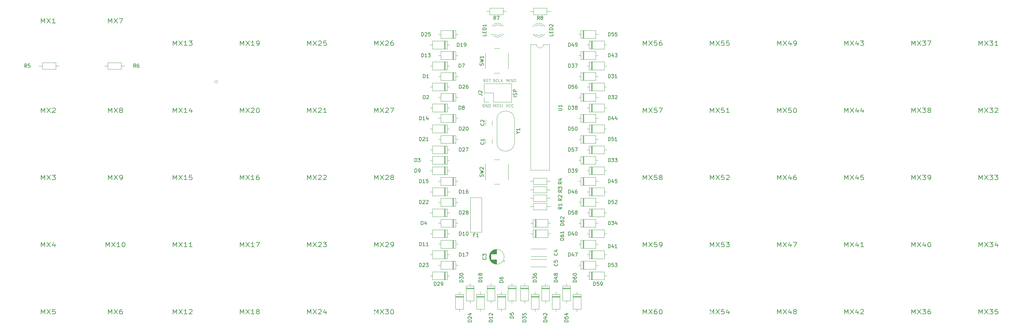
<source format=gto>
G04 #@! TF.GenerationSoftware,KiCad,Pcbnew,(6.0.0)*
G04 #@! TF.CreationDate,2022-12-30T20:57:31+07:00*
G04 #@! TF.ProjectId,lumberjack,6c756d62-6572-46a6-9163-6b2e6b696361,1.6*
G04 #@! TF.SameCoordinates,Original*
G04 #@! TF.FileFunction,Legend,Top*
G04 #@! TF.FilePolarity,Positive*
%FSLAX46Y46*%
G04 Gerber Fmt 4.6, Leading zero omitted, Abs format (unit mm)*
G04 Created by KiCad (PCBNEW (6.0.0)) date 2022-12-30 20:57:31*
%MOMM*%
%LPD*%
G01*
G04 APERTURE LIST*
%ADD10C,0.100000*%
%ADD11C,0.150000*%
%ADD12C,0.203200*%
%ADD13C,0.120000*%
%ADD14C,1.600000*%
%ADD15R,1.800000X1.800000*%
%ADD16C,1.800000*%
%ADD17R,1.600000X1.600000*%
%ADD18O,1.600000X1.600000*%
%ADD19C,1.710000*%
%ADD20R,1.200000X1.200000*%
%ADD21C,1.200000*%
%ADD22C,2.000000*%
%ADD23C,5.000000*%
%ADD24O,11.600000X5.000000*%
%ADD25C,3.000000*%
%ADD26C,3.048000*%
%ADD27C,1.750000*%
%ADD28C,3.987800*%
%ADD29C,0.600000*%
%ADD30R,1.700000X1.700000*%
%ADD31O,1.700000X1.700000*%
%ADD32C,1.400000*%
%ADD33O,1.400000X1.400000*%
%ADD34C,1.500000*%
%ADD35C,4.100000*%
%ADD36C,1.900000*%
%ADD37O,0.700000X0.900000*%
%ADD38O,1.100000X1.100000*%
%ADD39O,0.700000X1.000000*%
%ADD40C,1.100000*%
%ADD41R,1.100000X1.100000*%
%ADD42O,0.900000X2.400000*%
%ADD43O,0.850000X2.000000*%
%ADD44O,0.900000X1.700000*%
%ADD45C,1.244600*%
G04 APERTURE END LIST*
D10*
X172457087Y-80685619D02*
X172380897Y-80647523D01*
X172266611Y-80647523D01*
X172152325Y-80685619D01*
X172076135Y-80761809D01*
X172038039Y-80837999D01*
X171999944Y-80990380D01*
X171999944Y-81104666D01*
X172038039Y-81257047D01*
X172076135Y-81333238D01*
X172152325Y-81409428D01*
X172266611Y-81447523D01*
X172342801Y-81447523D01*
X172457087Y-81409428D01*
X172495182Y-81371333D01*
X172495182Y-81104666D01*
X172342801Y-81104666D01*
X172838039Y-81447523D02*
X172838039Y-80647523D01*
X173295182Y-81447523D01*
X173295182Y-80647523D01*
X173676135Y-81447523D02*
X173676135Y-80647523D01*
X173866611Y-80647523D01*
X173980897Y-80685619D01*
X174057087Y-80761809D01*
X174095182Y-80837999D01*
X174133278Y-80990380D01*
X174133278Y-81104666D01*
X174095182Y-81257047D01*
X174057087Y-81333238D01*
X173980897Y-81409428D01*
X173866611Y-81447523D01*
X173676135Y-81447523D01*
X178659040Y-80647523D02*
X178925707Y-81447523D01*
X179192373Y-80647523D01*
X179916183Y-81371333D02*
X179878088Y-81409428D01*
X179763802Y-81447523D01*
X179687611Y-81447523D01*
X179573326Y-81409428D01*
X179497135Y-81333238D01*
X179459040Y-81257047D01*
X179420945Y-81104666D01*
X179420945Y-80990380D01*
X179459040Y-80837999D01*
X179497135Y-80761809D01*
X179573326Y-80685619D01*
X179687611Y-80647523D01*
X179763802Y-80647523D01*
X179878088Y-80685619D01*
X179916183Y-80723714D01*
X180716183Y-81371333D02*
X180678088Y-81409428D01*
X180563802Y-81447523D01*
X180487611Y-81447523D01*
X180373326Y-81409428D01*
X180297135Y-81333238D01*
X180259040Y-81257047D01*
X180220945Y-81104666D01*
X180220945Y-80990380D01*
X180259040Y-80837999D01*
X180297135Y-80761809D01*
X180373326Y-80685619D01*
X180487611Y-80647523D01*
X180563802Y-80647523D01*
X180678088Y-80685619D01*
X180716183Y-80723714D01*
X175038203Y-81447523D02*
X175038203Y-80647523D01*
X175304869Y-81218952D01*
X175571536Y-80647523D01*
X175571536Y-81447523D01*
X176104869Y-80647523D02*
X176257250Y-80647523D01*
X176333441Y-80685619D01*
X176409631Y-80761809D01*
X176447726Y-80914190D01*
X176447726Y-81180857D01*
X176409631Y-81333238D01*
X176333441Y-81409428D01*
X176257250Y-81447523D01*
X176104869Y-81447523D01*
X176028679Y-81409428D01*
X175952488Y-81333238D01*
X175914393Y-81180857D01*
X175914393Y-80914190D01*
X175952488Y-80761809D01*
X176028679Y-80685619D01*
X176104869Y-80647523D01*
X176752488Y-81409428D02*
X176866774Y-81447523D01*
X177057250Y-81447523D01*
X177133441Y-81409428D01*
X177171536Y-81371333D01*
X177209631Y-81295142D01*
X177209631Y-81218952D01*
X177171536Y-81142761D01*
X177133441Y-81104666D01*
X177057250Y-81066571D01*
X176904869Y-81028476D01*
X176828679Y-80990380D01*
X176790584Y-80952285D01*
X176752488Y-80876095D01*
X176752488Y-80799904D01*
X176790584Y-80723714D01*
X176828679Y-80685619D01*
X176904869Y-80647523D01*
X177095346Y-80647523D01*
X177209631Y-80685619D01*
X177552488Y-81447523D02*
X177552488Y-80647523D01*
X174942965Y-74265672D02*
X175057250Y-74303767D01*
X175247726Y-74303767D01*
X175323917Y-74265672D01*
X175362012Y-74227577D01*
X175400107Y-74151386D01*
X175400107Y-74075196D01*
X175362012Y-73999005D01*
X175323917Y-73960910D01*
X175247726Y-73922815D01*
X175095346Y-73884720D01*
X175019155Y-73846624D01*
X174981060Y-73808529D01*
X174942965Y-73732339D01*
X174942965Y-73656148D01*
X174981060Y-73579958D01*
X175019155Y-73541863D01*
X175095346Y-73503767D01*
X175285822Y-73503767D01*
X175400107Y-73541863D01*
X176200107Y-74227577D02*
X176162012Y-74265672D01*
X176047726Y-74303767D01*
X175971536Y-74303767D01*
X175857250Y-74265672D01*
X175781060Y-74189482D01*
X175742965Y-74113291D01*
X175704869Y-73960910D01*
X175704869Y-73846624D01*
X175742965Y-73694243D01*
X175781060Y-73618053D01*
X175857250Y-73541863D01*
X175971536Y-73503767D01*
X176047726Y-73503767D01*
X176162012Y-73541863D01*
X176200107Y-73579958D01*
X176923917Y-74303767D02*
X176542965Y-74303767D01*
X176542965Y-73503767D01*
X177190584Y-74303767D02*
X177190584Y-73503767D01*
X177647726Y-74303767D02*
X177304869Y-73846624D01*
X177647726Y-73503767D02*
X177190584Y-73960910D01*
X178773326Y-74303767D02*
X178773326Y-73503767D01*
X179039992Y-74075196D01*
X179306659Y-73503767D01*
X179306659Y-74303767D01*
X179687611Y-74303767D02*
X179687611Y-73503767D01*
X180030469Y-74265672D02*
X180144754Y-74303767D01*
X180335230Y-74303767D01*
X180411421Y-74265672D01*
X180449516Y-74227577D01*
X180487611Y-74151386D01*
X180487611Y-74075196D01*
X180449516Y-73999005D01*
X180411421Y-73960910D01*
X180335230Y-73922815D01*
X180182850Y-73884720D01*
X180106659Y-73846624D01*
X180068564Y-73808529D01*
X180030469Y-73732339D01*
X180030469Y-73656148D01*
X180068564Y-73579958D01*
X180106659Y-73541863D01*
X180182850Y-73503767D01*
X180373326Y-73503767D01*
X180487611Y-73541863D01*
X180982850Y-73503767D02*
X181135230Y-73503767D01*
X181211421Y-73541863D01*
X181287611Y-73618053D01*
X181325707Y-73770434D01*
X181325707Y-74037101D01*
X181287611Y-74189482D01*
X181211421Y-74265672D01*
X181135230Y-74303767D01*
X180982850Y-74303767D01*
X180906659Y-74265672D01*
X180830469Y-74189482D01*
X180792373Y-74037101D01*
X180792373Y-73770434D01*
X180830469Y-73618053D01*
X180906659Y-73541863D01*
X180982850Y-73503767D01*
D11*
X181679067Y-78502383D02*
X180679067Y-78502383D01*
X181631448Y-78073812D02*
X181679067Y-77930954D01*
X181679067Y-77692859D01*
X181631448Y-77597621D01*
X181583829Y-77550002D01*
X181488591Y-77502383D01*
X181393353Y-77502383D01*
X181298115Y-77550002D01*
X181250496Y-77597621D01*
X181202877Y-77692859D01*
X181155258Y-77883335D01*
X181107639Y-77978573D01*
X181060020Y-78026193D01*
X180964782Y-78073812D01*
X180869544Y-78073812D01*
X180774306Y-78026193D01*
X180726687Y-77978573D01*
X180679067Y-77883335D01*
X180679067Y-77645240D01*
X180726687Y-77502383D01*
X181679067Y-77073812D02*
X180679067Y-77073812D01*
X180679067Y-76692859D01*
X180726687Y-76597621D01*
X180774306Y-76550002D01*
X180869544Y-76502383D01*
X181012401Y-76502383D01*
X181107639Y-76550002D01*
X181155258Y-76597621D01*
X181202877Y-76692859D01*
X181202877Y-77073812D01*
D10*
X172761849Y-74303767D02*
X172495182Y-73922815D01*
X172304706Y-74303767D02*
X172304706Y-73503767D01*
X172609468Y-73503767D01*
X172685659Y-73541863D01*
X172723754Y-73579958D01*
X172761849Y-73656148D01*
X172761849Y-73770434D01*
X172723754Y-73846624D01*
X172685659Y-73884720D01*
X172609468Y-73922815D01*
X172304706Y-73922815D01*
X173066611Y-74265672D02*
X173180897Y-74303767D01*
X173371373Y-74303767D01*
X173447563Y-74265672D01*
X173485659Y-74227577D01*
X173523754Y-74151386D01*
X173523754Y-74075196D01*
X173485659Y-73999005D01*
X173447563Y-73960910D01*
X173371373Y-73922815D01*
X173218992Y-73884720D01*
X173142801Y-73846624D01*
X173104706Y-73808529D01*
X173066611Y-73732339D01*
X173066611Y-73656148D01*
X173104706Y-73579958D01*
X173142801Y-73541863D01*
X173218992Y-73503767D01*
X173409468Y-73503767D01*
X173523754Y-73541863D01*
X173752325Y-73503767D02*
X174209468Y-73503767D01*
X173980897Y-74303767D02*
X173980897Y-73503767D01*
D11*
X172326549Y-91431980D02*
X172374168Y-91479599D01*
X172421787Y-91622456D01*
X172421787Y-91717694D01*
X172374168Y-91860552D01*
X172278930Y-91955790D01*
X172183692Y-92003409D01*
X171993216Y-92051028D01*
X171850359Y-92051028D01*
X171659883Y-92003409D01*
X171564645Y-91955790D01*
X171469407Y-91860552D01*
X171421787Y-91717694D01*
X171421787Y-91622456D01*
X171469407Y-91479599D01*
X171517026Y-91431980D01*
X172421787Y-90479599D02*
X172421787Y-91051028D01*
X172421787Y-90765314D02*
X171421787Y-90765314D01*
X171564645Y-90860552D01*
X171659883Y-90955790D01*
X171707502Y-91051028D01*
X172326549Y-86074163D02*
X172374168Y-86121782D01*
X172421787Y-86264639D01*
X172421787Y-86359877D01*
X172374168Y-86502735D01*
X172278930Y-86597973D01*
X172183692Y-86645592D01*
X171993216Y-86693211D01*
X171850359Y-86693211D01*
X171659883Y-86645592D01*
X171564645Y-86597973D01*
X171469407Y-86502735D01*
X171421787Y-86359877D01*
X171421787Y-86264639D01*
X171469407Y-86121782D01*
X171517026Y-86074163D01*
X171517026Y-85693211D02*
X171469407Y-85645592D01*
X171421787Y-85550354D01*
X171421787Y-85312258D01*
X171469407Y-85217020D01*
X171517026Y-85169401D01*
X171612264Y-85121782D01*
X171707502Y-85121782D01*
X171850359Y-85169401D01*
X172421787Y-85740830D01*
X172421787Y-85121782D01*
X191908368Y-60773398D02*
X191908368Y-61249589D01*
X190908368Y-61249589D01*
X191384559Y-60440065D02*
X191384559Y-60106731D01*
X191908368Y-59963874D02*
X191908368Y-60440065D01*
X190908368Y-60440065D01*
X190908368Y-59963874D01*
X191908368Y-59535303D02*
X190908368Y-59535303D01*
X190908368Y-59297208D01*
X190955988Y-59154351D01*
X191051226Y-59059112D01*
X191146464Y-59011493D01*
X191336940Y-58963874D01*
X191479797Y-58963874D01*
X191670273Y-59011493D01*
X191765511Y-59059112D01*
X191860749Y-59154351D01*
X191908368Y-59297208D01*
X191908368Y-59535303D01*
X191003607Y-58582922D02*
X190955988Y-58535303D01*
X190908368Y-58440065D01*
X190908368Y-58201970D01*
X190955988Y-58106731D01*
X191003607Y-58059112D01*
X191098845Y-58011493D01*
X191194083Y-58011493D01*
X191336940Y-58059112D01*
X191908368Y-58630541D01*
X191908368Y-58011493D01*
X193448368Y-82442836D02*
X194257892Y-82442836D01*
X194353130Y-82395217D01*
X194400749Y-82347598D01*
X194448368Y-82252360D01*
X194448368Y-82061884D01*
X194400749Y-81966646D01*
X194353130Y-81919027D01*
X194257892Y-81871408D01*
X193448368Y-81871408D01*
X194448368Y-80871408D02*
X194448368Y-81442836D01*
X194448368Y-81157122D02*
X193448368Y-81157122D01*
X193591226Y-81252360D01*
X193686464Y-81347598D01*
X193734083Y-81442836D01*
X169762821Y-117764848D02*
X169429488Y-117764848D01*
X169429488Y-118288657D02*
X169429488Y-117288657D01*
X169905678Y-117288657D01*
X170810440Y-118288657D02*
X170239012Y-118288657D01*
X170524726Y-118288657D02*
X170524726Y-117288657D01*
X170429488Y-117431515D01*
X170334250Y-117526753D01*
X170239012Y-117574372D01*
X155157860Y-79156747D02*
X155157860Y-78156747D01*
X155395956Y-78156747D01*
X155538813Y-78204367D01*
X155634051Y-78299605D01*
X155681670Y-78394843D01*
X155729289Y-78585319D01*
X155729289Y-78728176D01*
X155681670Y-78918652D01*
X155634051Y-79013890D01*
X155538813Y-79109128D01*
X155395956Y-79156747D01*
X155157860Y-79156747D01*
X156110241Y-78251986D02*
X156157860Y-78204367D01*
X156253098Y-78156747D01*
X156491194Y-78156747D01*
X156586432Y-78204367D01*
X156634051Y-78251986D01*
X156681670Y-78347224D01*
X156681670Y-78442462D01*
X156634051Y-78585319D01*
X156062622Y-79156747D01*
X156681670Y-79156747D01*
X154562547Y-114875527D02*
X154562547Y-113875527D01*
X154800643Y-113875527D01*
X154943500Y-113923147D01*
X155038738Y-114018385D01*
X155086357Y-114113623D01*
X155133976Y-114304099D01*
X155133976Y-114446956D01*
X155086357Y-114637432D01*
X155038738Y-114732670D01*
X154943500Y-114827908D01*
X154800643Y-114875527D01*
X154562547Y-114875527D01*
X155991119Y-114208861D02*
X155991119Y-114875527D01*
X155753023Y-113827908D02*
X155514928Y-114542194D01*
X156133976Y-114542194D01*
X180756169Y-141355014D02*
X179756169Y-141355014D01*
X179756169Y-141116919D01*
X179803789Y-140974061D01*
X179899027Y-140878823D01*
X179994265Y-140831204D01*
X180184741Y-140783585D01*
X180327598Y-140783585D01*
X180518074Y-140831204D01*
X180613312Y-140878823D01*
X180708550Y-140974061D01*
X180756169Y-141116919D01*
X180756169Y-141355014D01*
X179756169Y-139878823D02*
X179756169Y-140355014D01*
X180232360Y-140402633D01*
X180184741Y-140355014D01*
X180137122Y-140259776D01*
X180137122Y-140021680D01*
X180184741Y-139926442D01*
X180232360Y-139878823D01*
X180327598Y-139831204D01*
X180565693Y-139831204D01*
X180660931Y-139878823D01*
X180708550Y-139926442D01*
X180756169Y-140021680D01*
X180756169Y-140259776D01*
X180708550Y-140355014D01*
X180660931Y-140402633D01*
X177779604Y-131234693D02*
X176779604Y-131234693D01*
X176779604Y-130996598D01*
X176827224Y-130853740D01*
X176922462Y-130758502D01*
X177017700Y-130710883D01*
X177208176Y-130663264D01*
X177351033Y-130663264D01*
X177541509Y-130710883D01*
X177636747Y-130758502D01*
X177731985Y-130853740D01*
X177779604Y-130996598D01*
X177779604Y-131234693D01*
X176779604Y-129806121D02*
X176779604Y-129996598D01*
X176827224Y-130091836D01*
X176874843Y-130139455D01*
X177017700Y-130234693D01*
X177208176Y-130282312D01*
X177589128Y-130282312D01*
X177684366Y-130234693D01*
X177731985Y-130187074D01*
X177779604Y-130091836D01*
X177779604Y-129901359D01*
X177731985Y-129806121D01*
X177684366Y-129758502D01*
X177589128Y-129710883D01*
X177351033Y-129710883D01*
X177255795Y-129758502D01*
X177208176Y-129806121D01*
X177160557Y-129901359D01*
X177160557Y-130091836D01*
X177208176Y-130187074D01*
X177255795Y-130234693D01*
X177351033Y-130282312D01*
X174803039Y-142426517D02*
X173803039Y-142426517D01*
X173803039Y-142188422D01*
X173850659Y-142045565D01*
X173945897Y-141950327D01*
X174041135Y-141902708D01*
X174231611Y-141855089D01*
X174374468Y-141855089D01*
X174564944Y-141902708D01*
X174660182Y-141950327D01*
X174755420Y-142045565D01*
X174803039Y-142188422D01*
X174803039Y-142426517D01*
X174803039Y-140902708D02*
X174803039Y-141474136D01*
X174803039Y-141188422D02*
X173803039Y-141188422D01*
X173945897Y-141283660D01*
X174041135Y-141378898D01*
X174088754Y-141474136D01*
X173898278Y-140521755D02*
X173850659Y-140474136D01*
X173803039Y-140378898D01*
X173803039Y-140140803D01*
X173850659Y-140045565D01*
X173898278Y-139997946D01*
X173993516Y-139950327D01*
X174088754Y-139950327D01*
X174231611Y-139997946D01*
X174803039Y-140569374D01*
X174803039Y-139950327D01*
X168849909Y-142426517D02*
X167849909Y-142426517D01*
X167849909Y-142188422D01*
X167897529Y-142045565D01*
X167992767Y-141950327D01*
X168088005Y-141902708D01*
X168278481Y-141855089D01*
X168421338Y-141855089D01*
X168611814Y-141902708D01*
X168707052Y-141950327D01*
X168802290Y-142045565D01*
X168849909Y-142188422D01*
X168849909Y-142426517D01*
X167945148Y-141474136D02*
X167897529Y-141426517D01*
X167849909Y-141331279D01*
X167849909Y-141093184D01*
X167897529Y-140997946D01*
X167945148Y-140950327D01*
X168040386Y-140902708D01*
X168135624Y-140902708D01*
X168278481Y-140950327D01*
X168849909Y-141521755D01*
X168849909Y-140902708D01*
X168183243Y-140045565D02*
X168849909Y-140045565D01*
X167802290Y-140283660D02*
X168516576Y-140521755D01*
X168516576Y-139902708D01*
X172921862Y-124114821D02*
X172969481Y-124162440D01*
X173017100Y-124305297D01*
X173017100Y-124400535D01*
X172969481Y-124543393D01*
X172874243Y-124638631D01*
X172779005Y-124686250D01*
X172588529Y-124733869D01*
X172445672Y-124733869D01*
X172255196Y-124686250D01*
X172159958Y-124638631D01*
X172064720Y-124543393D01*
X172017100Y-124400535D01*
X172017100Y-124305297D01*
X172064720Y-124162440D01*
X172112339Y-124114821D01*
X172017100Y-123781488D02*
X172017100Y-123162440D01*
X172398053Y-123495774D01*
X172398053Y-123352916D01*
X172445672Y-123257678D01*
X172493291Y-123210059D01*
X172588529Y-123162440D01*
X172826624Y-123162440D01*
X172921862Y-123210059D01*
X172969481Y-123257678D01*
X173017100Y-123352916D01*
X173017100Y-123638631D01*
X172969481Y-123733869D01*
X172921862Y-123781488D01*
X155157860Y-73203617D02*
X155157860Y-72203617D01*
X155395956Y-72203617D01*
X155538813Y-72251237D01*
X155634051Y-72346475D01*
X155681670Y-72441713D01*
X155729289Y-72632189D01*
X155729289Y-72775046D01*
X155681670Y-72965522D01*
X155634051Y-73060760D01*
X155538813Y-73155998D01*
X155395956Y-73203617D01*
X155157860Y-73203617D01*
X156681670Y-73203617D02*
X156110241Y-73203617D01*
X156395956Y-73203617D02*
X156395956Y-72203617D01*
X156300717Y-72346475D01*
X156205479Y-72441713D01*
X156110241Y-72489332D01*
X172160107Y-101195533D02*
X172207726Y-101052676D01*
X172207726Y-100814580D01*
X172160107Y-100719342D01*
X172112488Y-100671723D01*
X172017250Y-100624104D01*
X171922012Y-100624104D01*
X171826774Y-100671723D01*
X171779155Y-100719342D01*
X171731536Y-100814580D01*
X171683917Y-101005057D01*
X171636298Y-101100295D01*
X171588679Y-101147914D01*
X171493441Y-101195533D01*
X171398203Y-101195533D01*
X171302965Y-101147914D01*
X171255346Y-101100295D01*
X171207726Y-101005057D01*
X171207726Y-100766961D01*
X171255346Y-100624104D01*
X171207726Y-100290771D02*
X172207726Y-100052676D01*
X171493441Y-99862200D01*
X172207726Y-99671723D01*
X171207726Y-99433628D01*
X171302965Y-99100295D02*
X171255346Y-99052676D01*
X171207726Y-98957438D01*
X171207726Y-98719342D01*
X171255346Y-98624104D01*
X171302965Y-98576485D01*
X171398203Y-98528866D01*
X171493441Y-98528866D01*
X171636298Y-98576485D01*
X172207726Y-99147914D01*
X172207726Y-98528866D01*
X196234307Y-142426517D02*
X195234307Y-142426517D01*
X195234307Y-142188422D01*
X195281927Y-142045565D01*
X195377165Y-141950327D01*
X195472403Y-141902708D01*
X195662879Y-141855089D01*
X195805736Y-141855089D01*
X195996212Y-141902708D01*
X196091450Y-141950327D01*
X196186688Y-142045565D01*
X196234307Y-142188422D01*
X196234307Y-142426517D01*
X195234307Y-140950327D02*
X195234307Y-141426517D01*
X195710498Y-141474136D01*
X195662879Y-141426517D01*
X195615260Y-141331279D01*
X195615260Y-141093184D01*
X195662879Y-140997946D01*
X195710498Y-140950327D01*
X195805736Y-140902708D01*
X196043831Y-140902708D01*
X196139069Y-140950327D01*
X196186688Y-140997946D01*
X196234307Y-141093184D01*
X196234307Y-141331279D01*
X196186688Y-141426517D01*
X196139069Y-141474136D01*
X195567641Y-140045565D02*
X196234307Y-140045565D01*
X195186688Y-140283660D02*
X195900974Y-140521755D01*
X195900974Y-139902708D01*
X173017100Y-60773398D02*
X173017100Y-61249589D01*
X172017100Y-61249589D01*
X172493291Y-60440065D02*
X172493291Y-60106731D01*
X173017100Y-59963874D02*
X173017100Y-60440065D01*
X172017100Y-60440065D01*
X172017100Y-59963874D01*
X173017100Y-59535303D02*
X172017100Y-59535303D01*
X172017100Y-59297208D01*
X172064720Y-59154351D01*
X172159958Y-59059112D01*
X172255196Y-59011493D01*
X172445672Y-58963874D01*
X172588529Y-58963874D01*
X172779005Y-59011493D01*
X172874243Y-59059112D01*
X172969481Y-59154351D01*
X173017100Y-59297208D01*
X173017100Y-59535303D01*
X173017100Y-58011493D02*
X173017100Y-58582922D01*
X173017100Y-58297208D02*
X172017100Y-58297208D01*
X172159958Y-58392446D01*
X172255196Y-58487684D01*
X172302815Y-58582922D01*
X154086357Y-126781787D02*
X154086357Y-125781787D01*
X154324452Y-125781787D01*
X154467309Y-125829407D01*
X154562547Y-125924645D01*
X154610166Y-126019883D01*
X154657785Y-126210359D01*
X154657785Y-126353216D01*
X154610166Y-126543692D01*
X154562547Y-126638930D01*
X154467309Y-126734168D01*
X154324452Y-126781787D01*
X154086357Y-126781787D01*
X155038738Y-125877026D02*
X155086357Y-125829407D01*
X155181595Y-125781787D01*
X155419690Y-125781787D01*
X155514928Y-125829407D01*
X155562547Y-125877026D01*
X155610166Y-125972264D01*
X155610166Y-126067502D01*
X155562547Y-126210359D01*
X154991119Y-126781787D01*
X155610166Y-126781787D01*
X155943500Y-125781787D02*
X156562547Y-125781787D01*
X156229214Y-126162740D01*
X156372071Y-126162740D01*
X156467309Y-126210359D01*
X156514928Y-126257978D01*
X156562547Y-126353216D01*
X156562547Y-126591311D01*
X156514928Y-126686549D01*
X156467309Y-126734168D01*
X156372071Y-126781787D01*
X156086357Y-126781787D01*
X155991119Y-126734168D01*
X155943500Y-126686549D01*
X154086357Y-120828657D02*
X154086357Y-119828657D01*
X154324452Y-119828657D01*
X154467309Y-119876277D01*
X154562547Y-119971515D01*
X154610166Y-120066753D01*
X154657785Y-120257229D01*
X154657785Y-120400086D01*
X154610166Y-120590562D01*
X154562547Y-120685800D01*
X154467309Y-120781038D01*
X154324452Y-120828657D01*
X154086357Y-120828657D01*
X155610166Y-120828657D02*
X155038738Y-120828657D01*
X155324452Y-120828657D02*
X155324452Y-119828657D01*
X155229214Y-119971515D01*
X155133976Y-120066753D01*
X155038738Y-120114372D01*
X156562547Y-120828657D02*
X155991119Y-120828657D01*
X156276833Y-120828657D02*
X156276833Y-119828657D01*
X156181595Y-119971515D01*
X156086357Y-120066753D01*
X155991119Y-120114372D01*
X165397304Y-111898962D02*
X165397304Y-110898962D01*
X165635399Y-110898962D01*
X165778256Y-110946582D01*
X165873494Y-111041820D01*
X165921113Y-111137058D01*
X165968732Y-111327534D01*
X165968732Y-111470391D01*
X165921113Y-111660867D01*
X165873494Y-111756105D01*
X165778256Y-111851343D01*
X165635399Y-111898962D01*
X165397304Y-111898962D01*
X166349685Y-110994201D02*
X166397304Y-110946582D01*
X166492542Y-110898962D01*
X166730637Y-110898962D01*
X166825875Y-110946582D01*
X166873494Y-110994201D01*
X166921113Y-111089439D01*
X166921113Y-111184677D01*
X166873494Y-111327534D01*
X166302066Y-111898962D01*
X166921113Y-111898962D01*
X167492542Y-111327534D02*
X167397304Y-111279915D01*
X167349685Y-111232296D01*
X167302066Y-111137058D01*
X167302066Y-111089439D01*
X167349685Y-110994201D01*
X167397304Y-110946582D01*
X167492542Y-110898962D01*
X167683018Y-110898962D01*
X167778256Y-110946582D01*
X167825875Y-110994201D01*
X167873494Y-111089439D01*
X167873494Y-111137058D01*
X167825875Y-111232296D01*
X167778256Y-111279915D01*
X167683018Y-111327534D01*
X167492542Y-111327534D01*
X167397304Y-111375153D01*
X167349685Y-111422772D01*
X167302066Y-111518010D01*
X167302066Y-111708486D01*
X167349685Y-111803724D01*
X167397304Y-111851343D01*
X167492542Y-111898962D01*
X167683018Y-111898962D01*
X167778256Y-111851343D01*
X167825875Y-111803724D01*
X167873494Y-111708486D01*
X167873494Y-111518010D01*
X167825875Y-111422772D01*
X167778256Y-111375153D01*
X167683018Y-111327534D01*
X154086357Y-108922397D02*
X154086357Y-107922397D01*
X154324452Y-107922397D01*
X154467309Y-107970017D01*
X154562547Y-108065255D01*
X154610166Y-108160493D01*
X154657785Y-108350969D01*
X154657785Y-108493826D01*
X154610166Y-108684302D01*
X154562547Y-108779540D01*
X154467309Y-108874778D01*
X154324452Y-108922397D01*
X154086357Y-108922397D01*
X155038738Y-108017636D02*
X155086357Y-107970017D01*
X155181595Y-107922397D01*
X155419690Y-107922397D01*
X155514928Y-107970017D01*
X155562547Y-108017636D01*
X155610166Y-108112874D01*
X155610166Y-108208112D01*
X155562547Y-108350969D01*
X154991119Y-108922397D01*
X155610166Y-108922397D01*
X155991119Y-108017636D02*
X156038738Y-107970017D01*
X156133976Y-107922397D01*
X156372071Y-107922397D01*
X156467309Y-107970017D01*
X156514928Y-108017636D01*
X156562547Y-108112874D01*
X156562547Y-108208112D01*
X156514928Y-108350969D01*
X155943500Y-108922397D01*
X156562547Y-108922397D01*
X165397304Y-105945832D02*
X165397304Y-104945832D01*
X165635399Y-104945832D01*
X165778256Y-104993452D01*
X165873494Y-105088690D01*
X165921113Y-105183928D01*
X165968732Y-105374404D01*
X165968732Y-105517261D01*
X165921113Y-105707737D01*
X165873494Y-105802975D01*
X165778256Y-105898213D01*
X165635399Y-105945832D01*
X165397304Y-105945832D01*
X166921113Y-105945832D02*
X166349685Y-105945832D01*
X166635399Y-105945832D02*
X166635399Y-104945832D01*
X166540161Y-105088690D01*
X166444923Y-105183928D01*
X166349685Y-105231547D01*
X167778256Y-104945832D02*
X167587780Y-104945832D01*
X167492542Y-104993452D01*
X167444923Y-105041071D01*
X167349685Y-105183928D01*
X167302066Y-105374404D01*
X167302066Y-105755356D01*
X167349685Y-105850594D01*
X167397304Y-105898213D01*
X167492542Y-105945832D01*
X167683018Y-105945832D01*
X167778256Y-105898213D01*
X167825875Y-105850594D01*
X167873494Y-105755356D01*
X167873494Y-105517261D01*
X167825875Y-105422023D01*
X167778256Y-105374404D01*
X167683018Y-105326785D01*
X167492542Y-105326785D01*
X167397304Y-105374404D01*
X167349685Y-105422023D01*
X167302066Y-105517261D01*
X165397304Y-117852092D02*
X165397304Y-116852092D01*
X165635399Y-116852092D01*
X165778256Y-116899712D01*
X165873494Y-116994950D01*
X165921113Y-117090188D01*
X165968732Y-117280664D01*
X165968732Y-117423521D01*
X165921113Y-117613997D01*
X165873494Y-117709235D01*
X165778256Y-117804473D01*
X165635399Y-117852092D01*
X165397304Y-117852092D01*
X166921113Y-117852092D02*
X166349685Y-117852092D01*
X166635399Y-117852092D02*
X166635399Y-116852092D01*
X166540161Y-116994950D01*
X166444923Y-117090188D01*
X166349685Y-117137807D01*
X167540161Y-116852092D02*
X167635399Y-116852092D01*
X167730637Y-116899712D01*
X167778256Y-116947331D01*
X167825875Y-117042569D01*
X167873494Y-117233045D01*
X167873494Y-117471140D01*
X167825875Y-117661616D01*
X167778256Y-117756854D01*
X167730637Y-117804473D01*
X167635399Y-117852092D01*
X167540161Y-117852092D01*
X167444923Y-117804473D01*
X167397304Y-117756854D01*
X167349685Y-117661616D01*
X167302066Y-117471140D01*
X167302066Y-117233045D01*
X167349685Y-117042569D01*
X167397304Y-116947331D01*
X167444923Y-116899712D01*
X167540161Y-116852092D01*
X165397304Y-94039572D02*
X165397304Y-93039572D01*
X165635399Y-93039572D01*
X165778256Y-93087192D01*
X165873494Y-93182430D01*
X165921113Y-93277668D01*
X165968732Y-93468144D01*
X165968732Y-93611001D01*
X165921113Y-93801477D01*
X165873494Y-93896715D01*
X165778256Y-93991953D01*
X165635399Y-94039572D01*
X165397304Y-94039572D01*
X166349685Y-93134811D02*
X166397304Y-93087192D01*
X166492542Y-93039572D01*
X166730637Y-93039572D01*
X166825875Y-93087192D01*
X166873494Y-93134811D01*
X166921113Y-93230049D01*
X166921113Y-93325287D01*
X166873494Y-93468144D01*
X166302066Y-94039572D01*
X166921113Y-94039572D01*
X167254447Y-93039572D02*
X167921113Y-93039572D01*
X167492542Y-94039572D01*
X154086357Y-91063007D02*
X154086357Y-90063007D01*
X154324452Y-90063007D01*
X154467309Y-90110627D01*
X154562547Y-90205865D01*
X154610166Y-90301103D01*
X154657785Y-90491579D01*
X154657785Y-90634436D01*
X154610166Y-90824912D01*
X154562547Y-90920150D01*
X154467309Y-91015388D01*
X154324452Y-91063007D01*
X154086357Y-91063007D01*
X155038738Y-90158246D02*
X155086357Y-90110627D01*
X155181595Y-90063007D01*
X155419690Y-90063007D01*
X155514928Y-90110627D01*
X155562547Y-90158246D01*
X155610166Y-90253484D01*
X155610166Y-90348722D01*
X155562547Y-90491579D01*
X154991119Y-91063007D01*
X155610166Y-91063007D01*
X156562547Y-91063007D02*
X155991119Y-91063007D01*
X156276833Y-91063007D02*
X156276833Y-90063007D01*
X156181595Y-90205865D01*
X156086357Y-90301103D01*
X155991119Y-90348722D01*
X152776608Y-99992702D02*
X152776608Y-98992702D01*
X153014704Y-98992702D01*
X153157561Y-99040322D01*
X153252799Y-99135560D01*
X153300418Y-99230798D01*
X153348037Y-99421274D01*
X153348037Y-99564131D01*
X153300418Y-99754607D01*
X153252799Y-99849845D01*
X153157561Y-99945083D01*
X153014704Y-99992702D01*
X152776608Y-99992702D01*
X153824227Y-99992702D02*
X154014704Y-99992702D01*
X154109942Y-99945083D01*
X154157561Y-99897464D01*
X154252799Y-99754607D01*
X154300418Y-99564131D01*
X154300418Y-99183179D01*
X154252799Y-99087941D01*
X154205180Y-99040322D01*
X154109942Y-98992702D01*
X153919465Y-98992702D01*
X153824227Y-99040322D01*
X153776608Y-99087941D01*
X153728989Y-99183179D01*
X153728989Y-99421274D01*
X153776608Y-99516512D01*
X153824227Y-99564131D01*
X153919465Y-99611750D01*
X154109942Y-99611750D01*
X154205180Y-99564131D01*
X154252799Y-99516512D01*
X154300418Y-99421274D01*
X165397304Y-88086442D02*
X165397304Y-87086442D01*
X165635399Y-87086442D01*
X165778256Y-87134062D01*
X165873494Y-87229300D01*
X165921113Y-87324538D01*
X165968732Y-87515014D01*
X165968732Y-87657871D01*
X165921113Y-87848347D01*
X165873494Y-87943585D01*
X165778256Y-88038823D01*
X165635399Y-88086442D01*
X165397304Y-88086442D01*
X166349685Y-87181681D02*
X166397304Y-87134062D01*
X166492542Y-87086442D01*
X166730637Y-87086442D01*
X166825875Y-87134062D01*
X166873494Y-87181681D01*
X166921113Y-87276919D01*
X166921113Y-87372157D01*
X166873494Y-87515014D01*
X166302066Y-88086442D01*
X166921113Y-88086442D01*
X167540161Y-87086442D02*
X167635399Y-87086442D01*
X167730637Y-87134062D01*
X167778256Y-87181681D01*
X167825875Y-87276919D01*
X167873494Y-87467395D01*
X167873494Y-87705490D01*
X167825875Y-87895966D01*
X167778256Y-87991204D01*
X167730637Y-88038823D01*
X167635399Y-88086442D01*
X167540161Y-88086442D01*
X167444923Y-88038823D01*
X167397304Y-87991204D01*
X167349685Y-87895966D01*
X167302066Y-87705490D01*
X167302066Y-87467395D01*
X167349685Y-87276919D01*
X167397304Y-87181681D01*
X167444923Y-87134062D01*
X167540161Y-87086442D01*
X154086357Y-85109877D02*
X154086357Y-84109877D01*
X154324452Y-84109877D01*
X154467309Y-84157497D01*
X154562547Y-84252735D01*
X154610166Y-84347973D01*
X154657785Y-84538449D01*
X154657785Y-84681306D01*
X154610166Y-84871782D01*
X154562547Y-84967020D01*
X154467309Y-85062258D01*
X154324452Y-85109877D01*
X154086357Y-85109877D01*
X155610166Y-85109877D02*
X155038738Y-85109877D01*
X155324452Y-85109877D02*
X155324452Y-84109877D01*
X155229214Y-84252735D01*
X155133976Y-84347973D01*
X155038738Y-84395592D01*
X156467309Y-84443211D02*
X156467309Y-85109877D01*
X156229214Y-84062258D02*
X155991119Y-84776544D01*
X156610166Y-84776544D01*
X165278181Y-82133312D02*
X165278181Y-81133312D01*
X165516277Y-81133312D01*
X165659134Y-81180932D01*
X165754372Y-81276170D01*
X165801991Y-81371408D01*
X165849610Y-81561884D01*
X165849610Y-81704741D01*
X165801991Y-81895217D01*
X165754372Y-81990455D01*
X165659134Y-82085693D01*
X165516277Y-82133312D01*
X165278181Y-82133312D01*
X166421038Y-81561884D02*
X166325800Y-81514265D01*
X166278181Y-81466646D01*
X166230562Y-81371408D01*
X166230562Y-81323789D01*
X166278181Y-81228551D01*
X166325800Y-81180932D01*
X166421038Y-81133312D01*
X166611515Y-81133312D01*
X166706753Y-81180932D01*
X166754372Y-81228551D01*
X166801991Y-81323789D01*
X166801991Y-81371408D01*
X166754372Y-81466646D01*
X166706753Y-81514265D01*
X166611515Y-81561884D01*
X166421038Y-81561884D01*
X166325800Y-81609503D01*
X166278181Y-81657122D01*
X166230562Y-81752360D01*
X166230562Y-81942836D01*
X166278181Y-82038074D01*
X166325800Y-82085693D01*
X166421038Y-82133312D01*
X166611515Y-82133312D01*
X166706753Y-82085693D01*
X166754372Y-82038074D01*
X166801991Y-81942836D01*
X166801991Y-81752360D01*
X166754372Y-81657122D01*
X166706753Y-81609503D01*
X166611515Y-81561884D01*
X207664527Y-73203617D02*
X207664527Y-72203617D01*
X207902622Y-72203617D01*
X208045479Y-72251237D01*
X208140717Y-72346475D01*
X208188336Y-72441713D01*
X208235955Y-72632189D01*
X208235955Y-72775046D01*
X208188336Y-72965522D01*
X208140717Y-73060760D01*
X208045479Y-73155998D01*
X207902622Y-73203617D01*
X207664527Y-73203617D01*
X208569289Y-72203617D02*
X209188336Y-72203617D01*
X208855003Y-72584570D01*
X208997860Y-72584570D01*
X209093098Y-72632189D01*
X209140717Y-72679808D01*
X209188336Y-72775046D01*
X209188336Y-73013141D01*
X209140717Y-73108379D01*
X209093098Y-73155998D01*
X208997860Y-73203617D01*
X208712146Y-73203617D01*
X208616908Y-73155998D01*
X208569289Y-73108379D01*
X210140717Y-73203617D02*
X209569289Y-73203617D01*
X209855003Y-73203617D02*
X209855003Y-72203617D01*
X209759765Y-72346475D01*
X209664527Y-72441713D01*
X209569289Y-72489332D01*
X165278181Y-70227052D02*
X165278181Y-69227052D01*
X165516277Y-69227052D01*
X165659134Y-69274672D01*
X165754372Y-69369910D01*
X165801991Y-69465148D01*
X165849610Y-69655624D01*
X165849610Y-69798481D01*
X165801991Y-69988957D01*
X165754372Y-70084195D01*
X165659134Y-70179433D01*
X165516277Y-70227052D01*
X165278181Y-70227052D01*
X166182943Y-69227052D02*
X166849610Y-69227052D01*
X166421038Y-70227052D01*
X196353580Y-70227052D02*
X196353580Y-69227052D01*
X196591675Y-69227052D01*
X196734532Y-69274672D01*
X196829770Y-69369910D01*
X196877389Y-69465148D01*
X196925008Y-69655624D01*
X196925008Y-69798481D01*
X196877389Y-69988957D01*
X196829770Y-70084195D01*
X196734532Y-70179433D01*
X196591675Y-70227052D01*
X196353580Y-70227052D01*
X197258342Y-69227052D02*
X197877389Y-69227052D01*
X197544056Y-69608005D01*
X197686913Y-69608005D01*
X197782151Y-69655624D01*
X197829770Y-69703243D01*
X197877389Y-69798481D01*
X197877389Y-70036576D01*
X197829770Y-70131814D01*
X197782151Y-70179433D01*
X197686913Y-70227052D01*
X197401199Y-70227052D01*
X197305961Y-70179433D01*
X197258342Y-70131814D01*
X198210723Y-69227052D02*
X198877389Y-69227052D01*
X198448818Y-70227052D01*
X164801991Y-64273922D02*
X164801991Y-63273922D01*
X165040086Y-63273922D01*
X165182943Y-63321542D01*
X165278181Y-63416780D01*
X165325800Y-63512018D01*
X165373419Y-63702494D01*
X165373419Y-63845351D01*
X165325800Y-64035827D01*
X165278181Y-64131065D01*
X165182943Y-64226303D01*
X165040086Y-64273922D01*
X164801991Y-64273922D01*
X166325800Y-64273922D02*
X165754372Y-64273922D01*
X166040086Y-64273922D02*
X166040086Y-63273922D01*
X165944848Y-63416780D01*
X165849610Y-63512018D01*
X165754372Y-63559637D01*
X166801991Y-64273922D02*
X166992467Y-64273922D01*
X167087705Y-64226303D01*
X167135324Y-64178684D01*
X167230562Y-64035827D01*
X167278181Y-63845351D01*
X167278181Y-63464399D01*
X167230562Y-63369161D01*
X167182943Y-63321542D01*
X167087705Y-63273922D01*
X166897229Y-63273922D01*
X166801991Y-63321542D01*
X166754372Y-63369161D01*
X166706753Y-63464399D01*
X166706753Y-63702494D01*
X166754372Y-63797732D01*
X166801991Y-63845351D01*
X166897229Y-63892970D01*
X167087705Y-63892970D01*
X167182943Y-63845351D01*
X167230562Y-63797732D01*
X167278181Y-63702494D01*
X193257742Y-131115570D02*
X192257742Y-131115570D01*
X192257742Y-130877475D01*
X192305362Y-130734618D01*
X192400600Y-130639380D01*
X192495838Y-130591761D01*
X192686314Y-130544142D01*
X192829171Y-130544142D01*
X193019647Y-130591761D01*
X193114885Y-130639380D01*
X193210123Y-130734618D01*
X193257742Y-130877475D01*
X193257742Y-131115570D01*
X192591076Y-129686999D02*
X193257742Y-129686999D01*
X192210123Y-129925094D02*
X192924409Y-130163189D01*
X192924409Y-129544142D01*
X192686314Y-129020332D02*
X192638695Y-129115570D01*
X192591076Y-129163189D01*
X192495838Y-129210808D01*
X192448219Y-129210808D01*
X192352981Y-129163189D01*
X192305362Y-129115570D01*
X192257742Y-129020332D01*
X192257742Y-128829856D01*
X192305362Y-128734618D01*
X192352981Y-128686999D01*
X192448219Y-128639380D01*
X192495838Y-128639380D01*
X192591076Y-128686999D01*
X192638695Y-128734618D01*
X192686314Y-128829856D01*
X192686314Y-129020332D01*
X192733933Y-129115570D01*
X192781552Y-129163189D01*
X192876790Y-129210808D01*
X193067266Y-129210808D01*
X193162504Y-129163189D01*
X193210123Y-129115570D01*
X193257742Y-129020332D01*
X193257742Y-128829856D01*
X193210123Y-128734618D01*
X193162504Y-128686999D01*
X193067266Y-128639380D01*
X192876790Y-128639380D01*
X192781552Y-128686999D01*
X192733933Y-128734618D01*
X192686314Y-128829856D01*
X172160107Y-69643944D02*
X172207726Y-69501087D01*
X172207726Y-69262991D01*
X172160107Y-69167753D01*
X172112488Y-69120134D01*
X172017250Y-69072515D01*
X171922012Y-69072515D01*
X171826774Y-69120134D01*
X171779155Y-69167753D01*
X171731536Y-69262991D01*
X171683917Y-69453468D01*
X171636298Y-69548706D01*
X171588679Y-69596325D01*
X171493441Y-69643944D01*
X171398203Y-69643944D01*
X171302965Y-69596325D01*
X171255346Y-69548706D01*
X171207726Y-69453468D01*
X171207726Y-69215372D01*
X171255346Y-69072515D01*
X171207726Y-68739182D02*
X172207726Y-68501087D01*
X171493441Y-68310611D01*
X172207726Y-68120134D01*
X171207726Y-67882039D01*
X172207726Y-66977277D02*
X172207726Y-67548706D01*
X172207726Y-67262991D02*
X171207726Y-67262991D01*
X171350584Y-67358230D01*
X171445822Y-67453468D01*
X171493441Y-67548706D01*
X193162504Y-122924195D02*
X193210123Y-122971814D01*
X193257742Y-123114671D01*
X193257742Y-123209909D01*
X193210123Y-123352767D01*
X193114885Y-123448005D01*
X193019647Y-123495624D01*
X192829171Y-123543243D01*
X192686314Y-123543243D01*
X192495838Y-123495624D01*
X192400600Y-123448005D01*
X192305362Y-123352767D01*
X192257742Y-123209909D01*
X192257742Y-123114671D01*
X192305362Y-122971814D01*
X192352981Y-122924195D01*
X192591076Y-122067052D02*
X193257742Y-122067052D01*
X192210123Y-122305148D02*
X192924409Y-122543243D01*
X192924409Y-121924195D01*
X166468657Y-131115570D02*
X165468657Y-131115570D01*
X165468657Y-130877475D01*
X165516277Y-130734618D01*
X165611515Y-130639380D01*
X165706753Y-130591761D01*
X165897229Y-130544142D01*
X166040086Y-130544142D01*
X166230562Y-130591761D01*
X166325800Y-130639380D01*
X166421038Y-130734618D01*
X166468657Y-130877475D01*
X166468657Y-131115570D01*
X165468657Y-130210808D02*
X165468657Y-129591761D01*
X165849610Y-129925094D01*
X165849610Y-129782237D01*
X165897229Y-129686999D01*
X165944848Y-129639380D01*
X166040086Y-129591761D01*
X166278181Y-129591761D01*
X166373419Y-129639380D01*
X166421038Y-129686999D01*
X166468657Y-129782237D01*
X166468657Y-130067951D01*
X166421038Y-130163189D01*
X166373419Y-130210808D01*
X165468657Y-128972713D02*
X165468657Y-128877475D01*
X165516277Y-128782237D01*
X165563896Y-128734618D01*
X165659134Y-128686999D01*
X165849610Y-128639380D01*
X166087705Y-128639380D01*
X166278181Y-128686999D01*
X166373419Y-128734618D01*
X166421038Y-128782237D01*
X166468657Y-128877475D01*
X166468657Y-128972713D01*
X166421038Y-129067951D01*
X166373419Y-129115570D01*
X166278181Y-129163189D01*
X166087705Y-129210808D01*
X165849610Y-129210808D01*
X165659134Y-129163189D01*
X165563896Y-129115570D01*
X165516277Y-129067951D01*
X165468657Y-128972713D01*
X196353580Y-111898962D02*
X196353580Y-110898962D01*
X196591675Y-110898962D01*
X196734532Y-110946582D01*
X196829770Y-111041820D01*
X196877389Y-111137058D01*
X196925008Y-111327534D01*
X196925008Y-111470391D01*
X196877389Y-111660867D01*
X196829770Y-111756105D01*
X196734532Y-111851343D01*
X196591675Y-111898962D01*
X196353580Y-111898962D01*
X197829770Y-110898962D02*
X197353580Y-110898962D01*
X197305961Y-111375153D01*
X197353580Y-111327534D01*
X197448818Y-111279915D01*
X197686913Y-111279915D01*
X197782151Y-111327534D01*
X197829770Y-111375153D01*
X197877389Y-111470391D01*
X197877389Y-111708486D01*
X197829770Y-111803724D01*
X197782151Y-111851343D01*
X197686913Y-111898962D01*
X197448818Y-111898962D01*
X197353580Y-111851343D01*
X197305961Y-111803724D01*
X198448818Y-111327534D02*
X198353580Y-111279915D01*
X198305961Y-111232296D01*
X198258342Y-111137058D01*
X198258342Y-111089439D01*
X198305961Y-110994201D01*
X198353580Y-110946582D01*
X198448818Y-110898962D01*
X198639294Y-110898962D01*
X198734532Y-110946582D01*
X198782151Y-110994201D01*
X198829770Y-111089439D01*
X198829770Y-111137058D01*
X198782151Y-111232296D01*
X198734532Y-111279915D01*
X198639294Y-111327534D01*
X198448818Y-111327534D01*
X198353580Y-111375153D01*
X198305961Y-111422772D01*
X198258342Y-111518010D01*
X198258342Y-111708486D01*
X198305961Y-111803724D01*
X198353580Y-111851343D01*
X198448818Y-111898962D01*
X198639294Y-111898962D01*
X198734532Y-111851343D01*
X198782151Y-111803724D01*
X198829770Y-111708486D01*
X198829770Y-111518010D01*
X198782151Y-111422772D01*
X198734532Y-111375153D01*
X198639294Y-111327534D01*
X198615559Y-131115570D02*
X197615559Y-131115570D01*
X197615559Y-130877475D01*
X197663179Y-130734618D01*
X197758417Y-130639380D01*
X197853655Y-130591761D01*
X198044131Y-130544142D01*
X198186988Y-130544142D01*
X198377464Y-130591761D01*
X198472702Y-130639380D01*
X198567940Y-130734618D01*
X198615559Y-130877475D01*
X198615559Y-131115570D01*
X197615559Y-129686999D02*
X197615559Y-129877475D01*
X197663179Y-129972713D01*
X197710798Y-130020332D01*
X197853655Y-130115570D01*
X198044131Y-130163189D01*
X198425083Y-130163189D01*
X198520321Y-130115570D01*
X198567940Y-130067951D01*
X198615559Y-129972713D01*
X198615559Y-129782237D01*
X198567940Y-129686999D01*
X198520321Y-129639380D01*
X198425083Y-129591761D01*
X198186988Y-129591761D01*
X198091750Y-129639380D01*
X198044131Y-129686999D01*
X197996512Y-129782237D01*
X197996512Y-129972713D01*
X198044131Y-130067951D01*
X198091750Y-130115570D01*
X198186988Y-130163189D01*
X197615559Y-128972713D02*
X197615559Y-128877475D01*
X197663179Y-128782237D01*
X197710798Y-128734618D01*
X197806036Y-128686999D01*
X197996512Y-128639380D01*
X198234607Y-128639380D01*
X198425083Y-128686999D01*
X198520321Y-128734618D01*
X198567940Y-128782237D01*
X198615559Y-128877475D01*
X198615559Y-128972713D01*
X198567940Y-129067951D01*
X198520321Y-129115570D01*
X198425083Y-129163189D01*
X198234607Y-129210808D01*
X197996512Y-129210808D01*
X197806036Y-129163189D01*
X197710798Y-129115570D01*
X197663179Y-129067951D01*
X197615559Y-128972713D01*
X196353580Y-76180182D02*
X196353580Y-75180182D01*
X196591675Y-75180182D01*
X196734532Y-75227802D01*
X196829770Y-75323040D01*
X196877389Y-75418278D01*
X196925008Y-75608754D01*
X196925008Y-75751611D01*
X196877389Y-75942087D01*
X196829770Y-76037325D01*
X196734532Y-76132563D01*
X196591675Y-76180182D01*
X196353580Y-76180182D01*
X197829770Y-75180182D02*
X197353580Y-75180182D01*
X197305961Y-75656373D01*
X197353580Y-75608754D01*
X197448818Y-75561135D01*
X197686913Y-75561135D01*
X197782151Y-75608754D01*
X197829770Y-75656373D01*
X197877389Y-75751611D01*
X197877389Y-75989706D01*
X197829770Y-76084944D01*
X197782151Y-76132563D01*
X197686913Y-76180182D01*
X197448818Y-76180182D01*
X197353580Y-76132563D01*
X197305961Y-76084944D01*
X198734532Y-75180182D02*
X198544056Y-75180182D01*
X198448818Y-75227802D01*
X198401199Y-75275421D01*
X198305961Y-75418278D01*
X198258342Y-75608754D01*
X198258342Y-75989706D01*
X198305961Y-76084944D01*
X198353580Y-76132563D01*
X198448818Y-76180182D01*
X198639294Y-76180182D01*
X198734532Y-76132563D01*
X198782151Y-76084944D01*
X198829770Y-75989706D01*
X198829770Y-75751611D01*
X198782151Y-75656373D01*
X198734532Y-75608754D01*
X198639294Y-75561135D01*
X198448818Y-75561135D01*
X198353580Y-75608754D01*
X198305961Y-75656373D01*
X198258342Y-75751611D01*
X207664527Y-61297357D02*
X207664527Y-60297357D01*
X207902622Y-60297357D01*
X208045479Y-60344977D01*
X208140717Y-60440215D01*
X208188336Y-60535453D01*
X208235955Y-60725929D01*
X208235955Y-60868786D01*
X208188336Y-61059262D01*
X208140717Y-61154500D01*
X208045479Y-61249738D01*
X207902622Y-61297357D01*
X207664527Y-61297357D01*
X209140717Y-60297357D02*
X208664527Y-60297357D01*
X208616908Y-60773548D01*
X208664527Y-60725929D01*
X208759765Y-60678310D01*
X208997860Y-60678310D01*
X209093098Y-60725929D01*
X209140717Y-60773548D01*
X209188336Y-60868786D01*
X209188336Y-61106881D01*
X209140717Y-61202119D01*
X209093098Y-61249738D01*
X208997860Y-61297357D01*
X208759765Y-61297357D01*
X208664527Y-61249738D01*
X208616908Y-61202119D01*
X210093098Y-60297357D02*
X209616908Y-60297357D01*
X209569289Y-60773548D01*
X209616908Y-60725929D01*
X209712146Y-60678310D01*
X209950241Y-60678310D01*
X210045479Y-60725929D01*
X210093098Y-60773548D01*
X210140717Y-60868786D01*
X210140717Y-61106881D01*
X210093098Y-61202119D01*
X210045479Y-61249738D01*
X209950241Y-61297357D01*
X209712146Y-61297357D01*
X209616908Y-61249738D01*
X209569289Y-61202119D01*
X196353580Y-64273922D02*
X196353580Y-63273922D01*
X196591675Y-63273922D01*
X196734532Y-63321542D01*
X196829770Y-63416780D01*
X196877389Y-63512018D01*
X196925008Y-63702494D01*
X196925008Y-63845351D01*
X196877389Y-64035827D01*
X196829770Y-64131065D01*
X196734532Y-64226303D01*
X196591675Y-64273922D01*
X196353580Y-64273922D01*
X197782151Y-63607256D02*
X197782151Y-64273922D01*
X197544056Y-63226303D02*
X197305961Y-63940589D01*
X197925008Y-63940589D01*
X198353580Y-64273922D02*
X198544056Y-64273922D01*
X198639294Y-64226303D01*
X198686913Y-64178684D01*
X198782151Y-64035827D01*
X198829770Y-63845351D01*
X198829770Y-63464399D01*
X198782151Y-63369161D01*
X198734532Y-63321542D01*
X198639294Y-63273922D01*
X198448818Y-63273922D01*
X198353580Y-63321542D01*
X198305961Y-63369161D01*
X198258342Y-63464399D01*
X198258342Y-63702494D01*
X198305961Y-63797732D01*
X198353580Y-63845351D01*
X198448818Y-63892970D01*
X198639294Y-63892970D01*
X198734532Y-63845351D01*
X198782151Y-63797732D01*
X198829770Y-63702494D01*
X207664527Y-79156747D02*
X207664527Y-78156747D01*
X207902622Y-78156747D01*
X208045479Y-78204367D01*
X208140717Y-78299605D01*
X208188336Y-78394843D01*
X208235955Y-78585319D01*
X208235955Y-78728176D01*
X208188336Y-78918652D01*
X208140717Y-79013890D01*
X208045479Y-79109128D01*
X207902622Y-79156747D01*
X207664527Y-79156747D01*
X208569289Y-78156747D02*
X209188336Y-78156747D01*
X208855003Y-78537700D01*
X208997860Y-78537700D01*
X209093098Y-78585319D01*
X209140717Y-78632938D01*
X209188336Y-78728176D01*
X209188336Y-78966271D01*
X209140717Y-79061509D01*
X209093098Y-79109128D01*
X208997860Y-79156747D01*
X208712146Y-79156747D01*
X208616908Y-79109128D01*
X208569289Y-79061509D01*
X209569289Y-78251986D02*
X209616908Y-78204367D01*
X209712146Y-78156747D01*
X209950241Y-78156747D01*
X210045479Y-78204367D01*
X210093098Y-78251986D01*
X210140717Y-78347224D01*
X210140717Y-78442462D01*
X210093098Y-78585319D01*
X209521670Y-79156747D01*
X210140717Y-79156747D01*
X196353580Y-94039572D02*
X196353580Y-93039572D01*
X196591675Y-93039572D01*
X196734532Y-93087192D01*
X196829770Y-93182430D01*
X196877389Y-93277668D01*
X196925008Y-93468144D01*
X196925008Y-93611001D01*
X196877389Y-93801477D01*
X196829770Y-93896715D01*
X196734532Y-93991953D01*
X196591675Y-94039572D01*
X196353580Y-94039572D01*
X197829770Y-93039572D02*
X197353580Y-93039572D01*
X197305961Y-93515763D01*
X197353580Y-93468144D01*
X197448818Y-93420525D01*
X197686913Y-93420525D01*
X197782151Y-93468144D01*
X197829770Y-93515763D01*
X197877389Y-93611001D01*
X197877389Y-93849096D01*
X197829770Y-93944334D01*
X197782151Y-93991953D01*
X197686913Y-94039572D01*
X197448818Y-94039572D01*
X197353580Y-93991953D01*
X197305961Y-93944334D01*
X198210723Y-93039572D02*
X198877389Y-93039572D01*
X198448818Y-94039572D01*
X196353580Y-88086442D02*
X196353580Y-87086442D01*
X196591675Y-87086442D01*
X196734532Y-87134062D01*
X196829770Y-87229300D01*
X196877389Y-87324538D01*
X196925008Y-87515014D01*
X196925008Y-87657871D01*
X196877389Y-87848347D01*
X196829770Y-87943585D01*
X196734532Y-88038823D01*
X196591675Y-88086442D01*
X196353580Y-88086442D01*
X197829770Y-87086442D02*
X197353580Y-87086442D01*
X197305961Y-87562633D01*
X197353580Y-87515014D01*
X197448818Y-87467395D01*
X197686913Y-87467395D01*
X197782151Y-87515014D01*
X197829770Y-87562633D01*
X197877389Y-87657871D01*
X197877389Y-87895966D01*
X197829770Y-87991204D01*
X197782151Y-88038823D01*
X197686913Y-88086442D01*
X197448818Y-88086442D01*
X197353580Y-88038823D01*
X197305961Y-87991204D01*
X198496437Y-87086442D02*
X198591675Y-87086442D01*
X198686913Y-87134062D01*
X198734532Y-87181681D01*
X198782151Y-87276919D01*
X198829770Y-87467395D01*
X198829770Y-87705490D01*
X198782151Y-87895966D01*
X198734532Y-87991204D01*
X198686913Y-88038823D01*
X198591675Y-88086442D01*
X198496437Y-88086442D01*
X198401199Y-88038823D01*
X198353580Y-87991204D01*
X198305961Y-87895966D01*
X198258342Y-87705490D01*
X198258342Y-87467395D01*
X198305961Y-87276919D01*
X198353580Y-87181681D01*
X198401199Y-87134062D01*
X198496437Y-87086442D01*
X207664527Y-91063007D02*
X207664527Y-90063007D01*
X207902622Y-90063007D01*
X208045479Y-90110627D01*
X208140717Y-90205865D01*
X208188336Y-90301103D01*
X208235955Y-90491579D01*
X208235955Y-90634436D01*
X208188336Y-90824912D01*
X208140717Y-90920150D01*
X208045479Y-91015388D01*
X207902622Y-91063007D01*
X207664527Y-91063007D01*
X209140717Y-90063007D02*
X208664527Y-90063007D01*
X208616908Y-90539198D01*
X208664527Y-90491579D01*
X208759765Y-90443960D01*
X208997860Y-90443960D01*
X209093098Y-90491579D01*
X209140717Y-90539198D01*
X209188336Y-90634436D01*
X209188336Y-90872531D01*
X209140717Y-90967769D01*
X209093098Y-91015388D01*
X208997860Y-91063007D01*
X208759765Y-91063007D01*
X208664527Y-91015388D01*
X208616908Y-90967769D01*
X210140717Y-91063007D02*
X209569289Y-91063007D01*
X209855003Y-91063007D02*
X209855003Y-90063007D01*
X209759765Y-90205865D01*
X209664527Y-90301103D01*
X209569289Y-90348722D01*
X207664527Y-102969267D02*
X207664527Y-101969267D01*
X207902622Y-101969267D01*
X208045479Y-102016887D01*
X208140717Y-102112125D01*
X208188336Y-102207363D01*
X208235955Y-102397839D01*
X208235955Y-102540696D01*
X208188336Y-102731172D01*
X208140717Y-102826410D01*
X208045479Y-102921648D01*
X207902622Y-102969267D01*
X207664527Y-102969267D01*
X209093098Y-102302601D02*
X209093098Y-102969267D01*
X208855003Y-101921648D02*
X208616908Y-102635934D01*
X209235955Y-102635934D01*
X210093098Y-101969267D02*
X209616908Y-101969267D01*
X209569289Y-102445458D01*
X209616908Y-102397839D01*
X209712146Y-102350220D01*
X209950241Y-102350220D01*
X210045479Y-102397839D01*
X210093098Y-102445458D01*
X210140717Y-102540696D01*
X210140717Y-102778791D01*
X210093098Y-102874029D01*
X210045479Y-102921648D01*
X209950241Y-102969267D01*
X209712146Y-102969267D01*
X209616908Y-102921648D01*
X209569289Y-102874029D01*
X196353580Y-99992702D02*
X196353580Y-98992702D01*
X196591675Y-98992702D01*
X196734532Y-99040322D01*
X196829770Y-99135560D01*
X196877389Y-99230798D01*
X196925008Y-99421274D01*
X196925008Y-99564131D01*
X196877389Y-99754607D01*
X196829770Y-99849845D01*
X196734532Y-99945083D01*
X196591675Y-99992702D01*
X196353580Y-99992702D01*
X197258342Y-98992702D02*
X197877389Y-98992702D01*
X197544056Y-99373655D01*
X197686913Y-99373655D01*
X197782151Y-99421274D01*
X197829770Y-99468893D01*
X197877389Y-99564131D01*
X197877389Y-99802226D01*
X197829770Y-99897464D01*
X197782151Y-99945083D01*
X197686913Y-99992702D01*
X197401199Y-99992702D01*
X197305961Y-99945083D01*
X197258342Y-99897464D01*
X198353580Y-99992702D02*
X198544056Y-99992702D01*
X198639294Y-99945083D01*
X198686913Y-99897464D01*
X198782151Y-99754607D01*
X198829770Y-99564131D01*
X198829770Y-99183179D01*
X198782151Y-99087941D01*
X198734532Y-99040322D01*
X198639294Y-98992702D01*
X198448818Y-98992702D01*
X198353580Y-99040322D01*
X198305961Y-99087941D01*
X198258342Y-99183179D01*
X198258342Y-99421274D01*
X198305961Y-99516512D01*
X198353580Y-99564131D01*
X198448818Y-99611750D01*
X198639294Y-99611750D01*
X198734532Y-99564131D01*
X198782151Y-99516512D01*
X198829770Y-99421274D01*
X207664527Y-97016137D02*
X207664527Y-96016137D01*
X207902622Y-96016137D01*
X208045479Y-96063757D01*
X208140717Y-96158995D01*
X208188336Y-96254233D01*
X208235955Y-96444709D01*
X208235955Y-96587566D01*
X208188336Y-96778042D01*
X208140717Y-96873280D01*
X208045479Y-96968518D01*
X207902622Y-97016137D01*
X207664527Y-97016137D01*
X208569289Y-96016137D02*
X209188336Y-96016137D01*
X208855003Y-96397090D01*
X208997860Y-96397090D01*
X209093098Y-96444709D01*
X209140717Y-96492328D01*
X209188336Y-96587566D01*
X209188336Y-96825661D01*
X209140717Y-96920899D01*
X209093098Y-96968518D01*
X208997860Y-97016137D01*
X208712146Y-97016137D01*
X208616908Y-96968518D01*
X208569289Y-96920899D01*
X209521670Y-96016137D02*
X210140717Y-96016137D01*
X209807384Y-96397090D01*
X209950241Y-96397090D01*
X210045479Y-96444709D01*
X210093098Y-96492328D01*
X210140717Y-96587566D01*
X210140717Y-96825661D01*
X210093098Y-96920899D01*
X210045479Y-96968518D01*
X209950241Y-97016137D01*
X209664527Y-97016137D01*
X209569289Y-96968518D01*
X209521670Y-96920899D01*
X196353580Y-82133312D02*
X196353580Y-81133312D01*
X196591675Y-81133312D01*
X196734532Y-81180932D01*
X196829770Y-81276170D01*
X196877389Y-81371408D01*
X196925008Y-81561884D01*
X196925008Y-81704741D01*
X196877389Y-81895217D01*
X196829770Y-81990455D01*
X196734532Y-82085693D01*
X196591675Y-82133312D01*
X196353580Y-82133312D01*
X197258342Y-81133312D02*
X197877389Y-81133312D01*
X197544056Y-81514265D01*
X197686913Y-81514265D01*
X197782151Y-81561884D01*
X197829770Y-81609503D01*
X197877389Y-81704741D01*
X197877389Y-81942836D01*
X197829770Y-82038074D01*
X197782151Y-82085693D01*
X197686913Y-82133312D01*
X197401199Y-82133312D01*
X197305961Y-82085693D01*
X197258342Y-82038074D01*
X198448818Y-81561884D02*
X198353580Y-81514265D01*
X198305961Y-81466646D01*
X198258342Y-81371408D01*
X198258342Y-81323789D01*
X198305961Y-81228551D01*
X198353580Y-81180932D01*
X198448818Y-81133312D01*
X198639294Y-81133312D01*
X198734532Y-81180932D01*
X198782151Y-81228551D01*
X198829770Y-81323789D01*
X198829770Y-81371408D01*
X198782151Y-81466646D01*
X198734532Y-81514265D01*
X198639294Y-81561884D01*
X198448818Y-81561884D01*
X198353580Y-81609503D01*
X198305961Y-81657122D01*
X198258342Y-81752360D01*
X198258342Y-81942836D01*
X198305961Y-82038074D01*
X198353580Y-82085693D01*
X198448818Y-82133312D01*
X198639294Y-82133312D01*
X198734532Y-82085693D01*
X198782151Y-82038074D01*
X198829770Y-81942836D01*
X198829770Y-81752360D01*
X198782151Y-81657122D01*
X198734532Y-81609503D01*
X198639294Y-81561884D01*
X207664527Y-108922397D02*
X207664527Y-107922397D01*
X207902622Y-107922397D01*
X208045479Y-107970017D01*
X208140717Y-108065255D01*
X208188336Y-108160493D01*
X208235955Y-108350969D01*
X208235955Y-108493826D01*
X208188336Y-108684302D01*
X208140717Y-108779540D01*
X208045479Y-108874778D01*
X207902622Y-108922397D01*
X207664527Y-108922397D01*
X209140717Y-107922397D02*
X208664527Y-107922397D01*
X208616908Y-108398588D01*
X208664527Y-108350969D01*
X208759765Y-108303350D01*
X208997860Y-108303350D01*
X209093098Y-108350969D01*
X209140717Y-108398588D01*
X209188336Y-108493826D01*
X209188336Y-108731921D01*
X209140717Y-108827159D01*
X209093098Y-108874778D01*
X208997860Y-108922397D01*
X208759765Y-108922397D01*
X208664527Y-108874778D01*
X208616908Y-108827159D01*
X209569289Y-108017636D02*
X209616908Y-107970017D01*
X209712146Y-107922397D01*
X209950241Y-107922397D01*
X210045479Y-107970017D01*
X210093098Y-108017636D01*
X210140717Y-108112874D01*
X210140717Y-108208112D01*
X210093098Y-108350969D01*
X209521670Y-108922397D01*
X210140717Y-108922397D01*
X196353580Y-105945832D02*
X196353580Y-104945832D01*
X196591675Y-104945832D01*
X196734532Y-104993452D01*
X196829770Y-105088690D01*
X196877389Y-105183928D01*
X196925008Y-105374404D01*
X196925008Y-105517261D01*
X196877389Y-105707737D01*
X196829770Y-105802975D01*
X196734532Y-105898213D01*
X196591675Y-105945832D01*
X196353580Y-105945832D01*
X197782151Y-105279166D02*
X197782151Y-105945832D01*
X197544056Y-104898213D02*
X197305961Y-105612499D01*
X197925008Y-105612499D01*
X198734532Y-104945832D02*
X198544056Y-104945832D01*
X198448818Y-104993452D01*
X198401199Y-105041071D01*
X198305961Y-105183928D01*
X198258342Y-105374404D01*
X198258342Y-105755356D01*
X198305961Y-105850594D01*
X198353580Y-105898213D01*
X198448818Y-105945832D01*
X198639294Y-105945832D01*
X198734532Y-105898213D01*
X198782151Y-105850594D01*
X198829770Y-105755356D01*
X198829770Y-105517261D01*
X198782151Y-105422023D01*
X198734532Y-105374404D01*
X198639294Y-105326785D01*
X198448818Y-105326785D01*
X198353580Y-105374404D01*
X198305961Y-105422023D01*
X198258342Y-105517261D01*
X207664527Y-114875527D02*
X207664527Y-113875527D01*
X207902622Y-113875527D01*
X208045479Y-113923147D01*
X208140717Y-114018385D01*
X208188336Y-114113623D01*
X208235955Y-114304099D01*
X208235955Y-114446956D01*
X208188336Y-114637432D01*
X208140717Y-114732670D01*
X208045479Y-114827908D01*
X207902622Y-114875527D01*
X207664527Y-114875527D01*
X208569289Y-113875527D02*
X209188336Y-113875527D01*
X208855003Y-114256480D01*
X208997860Y-114256480D01*
X209093098Y-114304099D01*
X209140717Y-114351718D01*
X209188336Y-114446956D01*
X209188336Y-114685051D01*
X209140717Y-114780289D01*
X209093098Y-114827908D01*
X208997860Y-114875527D01*
X208712146Y-114875527D01*
X208616908Y-114827908D01*
X208569289Y-114780289D01*
X210045479Y-114208861D02*
X210045479Y-114875527D01*
X209807384Y-113827908D02*
X209569289Y-114542194D01*
X210188336Y-114542194D01*
X207664527Y-85109877D02*
X207664527Y-84109877D01*
X207902622Y-84109877D01*
X208045479Y-84157497D01*
X208140717Y-84252735D01*
X208188336Y-84347973D01*
X208235955Y-84538449D01*
X208235955Y-84681306D01*
X208188336Y-84871782D01*
X208140717Y-84967020D01*
X208045479Y-85062258D01*
X207902622Y-85109877D01*
X207664527Y-85109877D01*
X209093098Y-84443211D02*
X209093098Y-85109877D01*
X208855003Y-84062258D02*
X208616908Y-84776544D01*
X209235955Y-84776544D01*
X210045479Y-84443211D02*
X210045479Y-85109877D01*
X209807384Y-84062258D02*
X209569289Y-84776544D01*
X210188336Y-84776544D01*
X207664527Y-67250487D02*
X207664527Y-66250487D01*
X207902622Y-66250487D01*
X208045479Y-66298107D01*
X208140717Y-66393345D01*
X208188336Y-66488583D01*
X208235955Y-66679059D01*
X208235955Y-66821916D01*
X208188336Y-67012392D01*
X208140717Y-67107630D01*
X208045479Y-67202868D01*
X207902622Y-67250487D01*
X207664527Y-67250487D01*
X209093098Y-66583821D02*
X209093098Y-67250487D01*
X208855003Y-66202868D02*
X208616908Y-66917154D01*
X209235955Y-66917154D01*
X209521670Y-66250487D02*
X210140717Y-66250487D01*
X209807384Y-66631440D01*
X209950241Y-66631440D01*
X210045479Y-66679059D01*
X210093098Y-66726678D01*
X210140717Y-66821916D01*
X210140717Y-67060011D01*
X210093098Y-67155249D01*
X210045479Y-67202868D01*
X209950241Y-67250487D01*
X209664527Y-67250487D01*
X209569289Y-67202868D01*
X209521670Y-67155249D01*
X203497336Y-132139604D02*
X203497336Y-131139604D01*
X203735431Y-131139604D01*
X203878288Y-131187224D01*
X203973526Y-131282462D01*
X204021145Y-131377700D01*
X204068764Y-131568176D01*
X204068764Y-131711033D01*
X204021145Y-131901509D01*
X203973526Y-131996747D01*
X203878288Y-132091985D01*
X203735431Y-132139604D01*
X203497336Y-132139604D01*
X204973526Y-131139604D02*
X204497336Y-131139604D01*
X204449717Y-131615795D01*
X204497336Y-131568176D01*
X204592574Y-131520557D01*
X204830669Y-131520557D01*
X204925907Y-131568176D01*
X204973526Y-131615795D01*
X205021145Y-131711033D01*
X205021145Y-131949128D01*
X204973526Y-132044366D01*
X204925907Y-132091985D01*
X204830669Y-132139604D01*
X204592574Y-132139604D01*
X204497336Y-132091985D01*
X204449717Y-132044366D01*
X205497336Y-132139604D02*
X205687812Y-132139604D01*
X205783050Y-132091985D01*
X205830669Y-132044366D01*
X205925907Y-131901509D01*
X205973526Y-131711033D01*
X205973526Y-131330081D01*
X205925907Y-131234843D01*
X205878288Y-131187224D01*
X205783050Y-131139604D01*
X205592574Y-131139604D01*
X205497336Y-131187224D01*
X205449717Y-131234843D01*
X205402098Y-131330081D01*
X205402098Y-131568176D01*
X205449717Y-131663414D01*
X205497336Y-131711033D01*
X205592574Y-131758652D01*
X205783050Y-131758652D01*
X205878288Y-131711033D01*
X205925907Y-131663414D01*
X205973526Y-131568176D01*
X207664527Y-121423970D02*
X207664527Y-120423970D01*
X207902622Y-120423970D01*
X208045479Y-120471590D01*
X208140717Y-120566828D01*
X208188336Y-120662066D01*
X208235955Y-120852542D01*
X208235955Y-120995399D01*
X208188336Y-121185875D01*
X208140717Y-121281113D01*
X208045479Y-121376351D01*
X207902622Y-121423970D01*
X207664527Y-121423970D01*
X209093098Y-120757304D02*
X209093098Y-121423970D01*
X208855003Y-120376351D02*
X208616908Y-121090637D01*
X209235955Y-121090637D01*
X210140717Y-121423970D02*
X209569289Y-121423970D01*
X209855003Y-121423970D02*
X209855003Y-120423970D01*
X209759765Y-120566828D01*
X209664527Y-120662066D01*
X209569289Y-120709685D01*
X184328047Y-142426517D02*
X183328047Y-142426517D01*
X183328047Y-142188422D01*
X183375667Y-142045565D01*
X183470905Y-141950327D01*
X183566143Y-141902708D01*
X183756619Y-141855089D01*
X183899476Y-141855089D01*
X184089952Y-141902708D01*
X184185190Y-141950327D01*
X184280428Y-142045565D01*
X184328047Y-142188422D01*
X184328047Y-142426517D01*
X183328047Y-141521755D02*
X183328047Y-140902708D01*
X183709000Y-141236041D01*
X183709000Y-141093184D01*
X183756619Y-140997946D01*
X183804238Y-140950327D01*
X183899476Y-140902708D01*
X184137571Y-140902708D01*
X184232809Y-140950327D01*
X184280428Y-140997946D01*
X184328047Y-141093184D01*
X184328047Y-141378898D01*
X184280428Y-141474136D01*
X184232809Y-141521755D01*
X183328047Y-139997946D02*
X183328047Y-140474136D01*
X183804238Y-140521755D01*
X183756619Y-140474136D01*
X183709000Y-140378898D01*
X183709000Y-140140803D01*
X183756619Y-140045565D01*
X183804238Y-139997946D01*
X183899476Y-139950327D01*
X184137571Y-139950327D01*
X184232809Y-139997946D01*
X184280428Y-140045565D01*
X184328047Y-140140803D01*
X184328047Y-140378898D01*
X184280428Y-140474136D01*
X184232809Y-140521755D01*
X196353580Y-117852092D02*
X196353580Y-116852092D01*
X196591675Y-116852092D01*
X196734532Y-116899712D01*
X196829770Y-116994950D01*
X196877389Y-117090188D01*
X196925008Y-117280664D01*
X196925008Y-117423521D01*
X196877389Y-117613997D01*
X196829770Y-117709235D01*
X196734532Y-117804473D01*
X196591675Y-117852092D01*
X196353580Y-117852092D01*
X197782151Y-117185426D02*
X197782151Y-117852092D01*
X197544056Y-116804473D02*
X197305961Y-117518759D01*
X197925008Y-117518759D01*
X198496437Y-116852092D02*
X198591675Y-116852092D01*
X198686913Y-116899712D01*
X198734532Y-116947331D01*
X198782151Y-117042569D01*
X198829770Y-117233045D01*
X198829770Y-117471140D01*
X198782151Y-117661616D01*
X198734532Y-117756854D01*
X198686913Y-117804473D01*
X198591675Y-117852092D01*
X198496437Y-117852092D01*
X198401199Y-117804473D01*
X198353580Y-117756854D01*
X198305961Y-117661616D01*
X198258342Y-117471140D01*
X198258342Y-117233045D01*
X198305961Y-117042569D01*
X198353580Y-116947331D01*
X198401199Y-116899712D01*
X198496437Y-116852092D01*
X196353580Y-123805222D02*
X196353580Y-122805222D01*
X196591675Y-122805222D01*
X196734532Y-122852842D01*
X196829770Y-122948080D01*
X196877389Y-123043318D01*
X196925008Y-123233794D01*
X196925008Y-123376651D01*
X196877389Y-123567127D01*
X196829770Y-123662365D01*
X196734532Y-123757603D01*
X196591675Y-123805222D01*
X196353580Y-123805222D01*
X197782151Y-123138556D02*
X197782151Y-123805222D01*
X197544056Y-122757603D02*
X197305961Y-123471889D01*
X197925008Y-123471889D01*
X198210723Y-122805222D02*
X198877389Y-122805222D01*
X198448818Y-123805222D01*
X207664527Y-126781787D02*
X207664527Y-125781787D01*
X207902622Y-125781787D01*
X208045479Y-125829407D01*
X208140717Y-125924645D01*
X208188336Y-126019883D01*
X208235955Y-126210359D01*
X208235955Y-126353216D01*
X208188336Y-126543692D01*
X208140717Y-126638930D01*
X208045479Y-126734168D01*
X207902622Y-126781787D01*
X207664527Y-126781787D01*
X209140717Y-125781787D02*
X208664527Y-125781787D01*
X208616908Y-126257978D01*
X208664527Y-126210359D01*
X208759765Y-126162740D01*
X208997860Y-126162740D01*
X209093098Y-126210359D01*
X209140717Y-126257978D01*
X209188336Y-126353216D01*
X209188336Y-126591311D01*
X209140717Y-126686549D01*
X209093098Y-126734168D01*
X208997860Y-126781787D01*
X208759765Y-126781787D01*
X208664527Y-126734168D01*
X208616908Y-126686549D01*
X209521670Y-125781787D02*
X210140717Y-125781787D01*
X209807384Y-126162740D01*
X209950241Y-126162740D01*
X210045479Y-126210359D01*
X210093098Y-126257978D01*
X210140717Y-126353216D01*
X210140717Y-126591311D01*
X210093098Y-126686549D01*
X210045479Y-126734168D01*
X209950241Y-126781787D01*
X209664527Y-126781787D01*
X209569289Y-126734168D01*
X209521670Y-126686549D01*
X187304612Y-131115570D02*
X186304612Y-131115570D01*
X186304612Y-130877475D01*
X186352232Y-130734618D01*
X186447470Y-130639380D01*
X186542708Y-130591761D01*
X186733184Y-130544142D01*
X186876041Y-130544142D01*
X187066517Y-130591761D01*
X187161755Y-130639380D01*
X187256993Y-130734618D01*
X187304612Y-130877475D01*
X187304612Y-131115570D01*
X186304612Y-130210808D02*
X186304612Y-129591761D01*
X186685565Y-129925094D01*
X186685565Y-129782237D01*
X186733184Y-129686999D01*
X186780803Y-129639380D01*
X186876041Y-129591761D01*
X187114136Y-129591761D01*
X187209374Y-129639380D01*
X187256993Y-129686999D01*
X187304612Y-129782237D01*
X187304612Y-130067951D01*
X187256993Y-130163189D01*
X187209374Y-130210808D01*
X186304612Y-128734618D02*
X186304612Y-128925094D01*
X186352232Y-129020332D01*
X186399851Y-129067951D01*
X186542708Y-129163189D01*
X186733184Y-129210808D01*
X187114136Y-129210808D01*
X187209374Y-129163189D01*
X187256993Y-129115570D01*
X187304612Y-129020332D01*
X187304612Y-128829856D01*
X187256993Y-128734618D01*
X187209374Y-128686999D01*
X187114136Y-128639380D01*
X186876041Y-128639380D01*
X186780803Y-128686999D01*
X186733184Y-128734618D01*
X186685565Y-128829856D01*
X186685565Y-129020332D01*
X186733184Y-129115570D01*
X186780803Y-129163189D01*
X186876041Y-129210808D01*
X193162504Y-125900760D02*
X193210123Y-125948379D01*
X193257742Y-126091236D01*
X193257742Y-126186474D01*
X193210123Y-126329332D01*
X193114885Y-126424570D01*
X193019647Y-126472189D01*
X192829171Y-126519808D01*
X192686314Y-126519808D01*
X192495838Y-126472189D01*
X192400600Y-126424570D01*
X192305362Y-126329332D01*
X192257742Y-126186474D01*
X192257742Y-126091236D01*
X192305362Y-125948379D01*
X192352981Y-125900760D01*
X192257742Y-124995998D02*
X192257742Y-125472189D01*
X192733933Y-125519808D01*
X192686314Y-125472189D01*
X192638695Y-125376951D01*
X192638695Y-125138855D01*
X192686314Y-125043617D01*
X192733933Y-124995998D01*
X192829171Y-124948379D01*
X193067266Y-124948379D01*
X193162504Y-124995998D01*
X193210123Y-125043617D01*
X193257742Y-125138855D01*
X193257742Y-125376951D01*
X193210123Y-125472189D01*
X193162504Y-125519808D01*
X170826474Y-77859193D02*
X171540760Y-77859193D01*
X171683617Y-77906812D01*
X171778855Y-78002050D01*
X171826474Y-78144907D01*
X171826474Y-78240145D01*
X170921713Y-77430621D02*
X170874094Y-77383002D01*
X170826474Y-77287764D01*
X170826474Y-77049669D01*
X170874094Y-76954431D01*
X170921713Y-76906812D01*
X171016951Y-76859193D01*
X171112189Y-76859193D01*
X171255046Y-76906812D01*
X171826474Y-77478240D01*
X171826474Y-76859193D01*
X190281177Y-142426517D02*
X189281177Y-142426517D01*
X189281177Y-142188422D01*
X189328797Y-142045565D01*
X189424035Y-141950327D01*
X189519273Y-141902708D01*
X189709749Y-141855089D01*
X189852606Y-141855089D01*
X190043082Y-141902708D01*
X190138320Y-141950327D01*
X190233558Y-142045565D01*
X190281177Y-142188422D01*
X190281177Y-142426517D01*
X189614511Y-140997946D02*
X190281177Y-140997946D01*
X189233558Y-141236041D02*
X189947844Y-141474136D01*
X189947844Y-140855089D01*
X189376416Y-140521755D02*
X189328797Y-140474136D01*
X189281177Y-140378898D01*
X189281177Y-140140803D01*
X189328797Y-140045565D01*
X189376416Y-139997946D01*
X189471654Y-139950327D01*
X189566892Y-139950327D01*
X189709749Y-139997946D01*
X190281177Y-140569374D01*
X190281177Y-139950327D01*
X158253548Y-132139604D02*
X158253548Y-131139604D01*
X158491643Y-131139604D01*
X158634500Y-131187224D01*
X158729738Y-131282462D01*
X158777357Y-131377700D01*
X158824976Y-131568176D01*
X158824976Y-131711033D01*
X158777357Y-131901509D01*
X158729738Y-131996747D01*
X158634500Y-132091985D01*
X158491643Y-132139604D01*
X158253548Y-132139604D01*
X159205929Y-131234843D02*
X159253548Y-131187224D01*
X159348786Y-131139604D01*
X159586881Y-131139604D01*
X159682119Y-131187224D01*
X159729738Y-131234843D01*
X159777357Y-131330081D01*
X159777357Y-131425319D01*
X159729738Y-131568176D01*
X159158310Y-132139604D01*
X159777357Y-132139604D01*
X160253548Y-132139604D02*
X160444024Y-132139604D01*
X160539262Y-132091985D01*
X160586881Y-132044366D01*
X160682119Y-131901509D01*
X160729738Y-131711033D01*
X160729738Y-131330081D01*
X160682119Y-131234843D01*
X160634500Y-131187224D01*
X160539262Y-131139604D01*
X160348786Y-131139604D01*
X160253548Y-131187224D01*
X160205929Y-131234843D01*
X160158310Y-131330081D01*
X160158310Y-131568176D01*
X160205929Y-131663414D01*
X160253548Y-131711033D01*
X160348786Y-131758652D01*
X160539262Y-131758652D01*
X160634500Y-131711033D01*
X160682119Y-131663414D01*
X160729738Y-131568176D01*
X154086357Y-102969267D02*
X154086357Y-101969267D01*
X154324452Y-101969267D01*
X154467309Y-102016887D01*
X154562547Y-102112125D01*
X154610166Y-102207363D01*
X154657785Y-102397839D01*
X154657785Y-102540696D01*
X154610166Y-102731172D01*
X154562547Y-102826410D01*
X154467309Y-102921648D01*
X154324452Y-102969267D01*
X154086357Y-102969267D01*
X155610166Y-102969267D02*
X155038738Y-102969267D01*
X155324452Y-102969267D02*
X155324452Y-101969267D01*
X155229214Y-102112125D01*
X155133976Y-102207363D01*
X155038738Y-102254982D01*
X156514928Y-101969267D02*
X156038738Y-101969267D01*
X155991119Y-102445458D01*
X156038738Y-102397839D01*
X156133976Y-102350220D01*
X156372071Y-102350220D01*
X156467309Y-102397839D01*
X156514928Y-102445458D01*
X156562547Y-102540696D01*
X156562547Y-102778791D01*
X156514928Y-102874029D01*
X156467309Y-102921648D01*
X156372071Y-102969267D01*
X156133976Y-102969267D01*
X156038738Y-102921648D01*
X155991119Y-102874029D01*
X152776608Y-97016137D02*
X152776608Y-96016137D01*
X153014704Y-96016137D01*
X153157561Y-96063757D01*
X153252799Y-96158995D01*
X153300418Y-96254233D01*
X153348037Y-96444709D01*
X153348037Y-96587566D01*
X153300418Y-96778042D01*
X153252799Y-96873280D01*
X153157561Y-96968518D01*
X153014704Y-97016137D01*
X152776608Y-97016137D01*
X153681370Y-96016137D02*
X154300418Y-96016137D01*
X153967084Y-96397090D01*
X154109942Y-96397090D01*
X154205180Y-96444709D01*
X154252799Y-96492328D01*
X154300418Y-96587566D01*
X154300418Y-96825661D01*
X154252799Y-96920899D01*
X154205180Y-96968518D01*
X154109942Y-97016137D01*
X153824227Y-97016137D01*
X153728989Y-96968518D01*
X153681370Y-96920899D01*
X165397304Y-76180182D02*
X165397304Y-75180182D01*
X165635399Y-75180182D01*
X165778256Y-75227802D01*
X165873494Y-75323040D01*
X165921113Y-75418278D01*
X165968732Y-75608754D01*
X165968732Y-75751611D01*
X165921113Y-75942087D01*
X165873494Y-76037325D01*
X165778256Y-76132563D01*
X165635399Y-76180182D01*
X165397304Y-76180182D01*
X166349685Y-75275421D02*
X166397304Y-75227802D01*
X166492542Y-75180182D01*
X166730637Y-75180182D01*
X166825875Y-75227802D01*
X166873494Y-75275421D01*
X166921113Y-75370659D01*
X166921113Y-75465897D01*
X166873494Y-75608754D01*
X166302066Y-76180182D01*
X166921113Y-76180182D01*
X167778256Y-75180182D02*
X167587780Y-75180182D01*
X167492542Y-75227802D01*
X167444923Y-75275421D01*
X167349685Y-75418278D01*
X167302066Y-75608754D01*
X167302066Y-75989706D01*
X167349685Y-76084944D01*
X167397304Y-76132563D01*
X167492542Y-76180182D01*
X167683018Y-76180182D01*
X167778256Y-76132563D01*
X167825875Y-76084944D01*
X167873494Y-75989706D01*
X167873494Y-75751611D01*
X167825875Y-75656373D01*
X167778256Y-75608754D01*
X167683018Y-75561135D01*
X167492542Y-75561135D01*
X167397304Y-75608754D01*
X167349685Y-75656373D01*
X167302066Y-75751611D01*
X194448368Y-102683553D02*
X193972178Y-103016887D01*
X194448368Y-103254982D02*
X193448368Y-103254982D01*
X193448368Y-102874029D01*
X193495988Y-102778791D01*
X193543607Y-102731172D01*
X193638845Y-102683553D01*
X193781702Y-102683553D01*
X193876940Y-102731172D01*
X193924559Y-102778791D01*
X193972178Y-102874029D01*
X193972178Y-103254982D01*
X193781702Y-101826410D02*
X194448368Y-101826410D01*
X193400749Y-102064506D02*
X194115035Y-102302601D01*
X194115035Y-101683553D01*
X182065918Y-88705565D02*
X182542108Y-88705565D01*
X181542108Y-89038898D02*
X182065918Y-88705565D01*
X181542108Y-88372232D01*
X182542108Y-87515089D02*
X182542108Y-88086517D01*
X182542108Y-87800803D02*
X181542108Y-87800803D01*
X181684966Y-87896041D01*
X181780204Y-87991279D01*
X181827823Y-88086517D01*
X165397304Y-123805222D02*
X165397304Y-122805222D01*
X165635399Y-122805222D01*
X165778256Y-122852842D01*
X165873494Y-122948080D01*
X165921113Y-123043318D01*
X165968732Y-123233794D01*
X165968732Y-123376651D01*
X165921113Y-123567127D01*
X165873494Y-123662365D01*
X165778256Y-123757603D01*
X165635399Y-123805222D01*
X165397304Y-123805222D01*
X166921113Y-123805222D02*
X166349685Y-123805222D01*
X166635399Y-123805222D02*
X166635399Y-122805222D01*
X166540161Y-122948080D01*
X166444923Y-123043318D01*
X166349685Y-123090937D01*
X167254447Y-122805222D02*
X167921113Y-122805222D01*
X167492542Y-123805222D01*
X194448368Y-109827309D02*
X193972178Y-110160643D01*
X194448368Y-110398738D02*
X193448368Y-110398738D01*
X193448368Y-110017785D01*
X193495988Y-109922547D01*
X193543607Y-109874928D01*
X193638845Y-109827309D01*
X193781702Y-109827309D01*
X193876940Y-109874928D01*
X193924559Y-109922547D01*
X193972178Y-110017785D01*
X193972178Y-110398738D01*
X194448368Y-108874928D02*
X194448368Y-109446357D01*
X194448368Y-109160643D02*
X193448368Y-109160643D01*
X193591226Y-109255881D01*
X193686464Y-109351119D01*
X193734083Y-109446357D01*
X175731809Y-56668914D02*
X175398476Y-56192724D01*
X175160380Y-56668914D02*
X175160380Y-55668914D01*
X175541333Y-55668914D01*
X175636571Y-55716534D01*
X175684190Y-55764153D01*
X175731809Y-55859391D01*
X175731809Y-56002248D01*
X175684190Y-56097486D01*
X175636571Y-56145105D01*
X175541333Y-56192724D01*
X175160380Y-56192724D01*
X176065142Y-55668914D02*
X176731809Y-55668914D01*
X176303237Y-56668914D01*
X188114313Y-56668914D02*
X187780980Y-56192724D01*
X187542884Y-56668914D02*
X187542884Y-55668914D01*
X187923837Y-55668914D01*
X188019075Y-55716534D01*
X188066694Y-55764153D01*
X188114313Y-55859391D01*
X188114313Y-56002248D01*
X188066694Y-56097486D01*
X188019075Y-56145105D01*
X187923837Y-56192724D01*
X187542884Y-56192724D01*
X188685741Y-56097486D02*
X188590503Y-56049867D01*
X188542884Y-56002248D01*
X188495265Y-55907010D01*
X188495265Y-55859391D01*
X188542884Y-55764153D01*
X188590503Y-55716534D01*
X188685741Y-55668914D01*
X188876218Y-55668914D01*
X188971456Y-55716534D01*
X189019075Y-55764153D01*
X189066694Y-55859391D01*
X189066694Y-55907010D01*
X189019075Y-56002248D01*
X188971456Y-56049867D01*
X188876218Y-56097486D01*
X188685741Y-56097486D01*
X188590503Y-56145105D01*
X188542884Y-56192724D01*
X188495265Y-56287962D01*
X188495265Y-56478438D01*
X188542884Y-56573676D01*
X188590503Y-56621295D01*
X188685741Y-56668914D01*
X188876218Y-56668914D01*
X188971456Y-56621295D01*
X189019075Y-56573676D01*
X189066694Y-56478438D01*
X189066694Y-56287962D01*
X189019075Y-56192724D01*
X188971456Y-56145105D01*
X188876218Y-56097486D01*
X194448368Y-107446057D02*
X193972178Y-107779391D01*
X194448368Y-108017486D02*
X193448368Y-108017486D01*
X193448368Y-107636533D01*
X193495988Y-107541295D01*
X193543607Y-107493676D01*
X193638845Y-107446057D01*
X193781702Y-107446057D01*
X193876940Y-107493676D01*
X193924559Y-107541295D01*
X193972178Y-107636533D01*
X193972178Y-108017486D01*
X193543607Y-107065105D02*
X193495988Y-107017486D01*
X193448368Y-106922248D01*
X193448368Y-106684152D01*
X193495988Y-106588914D01*
X193543607Y-106541295D01*
X193638845Y-106493676D01*
X193734083Y-106493676D01*
X193876940Y-106541295D01*
X194448368Y-107112724D01*
X194448368Y-106493676D01*
X195032315Y-119209310D02*
X194032315Y-119209310D01*
X194032315Y-118971215D01*
X194079935Y-118828358D01*
X194175173Y-118733120D01*
X194270411Y-118685501D01*
X194460887Y-118637882D01*
X194603744Y-118637882D01*
X194794220Y-118685501D01*
X194889458Y-118733120D01*
X194984696Y-118828358D01*
X195032315Y-118971215D01*
X195032315Y-119209310D01*
X194032315Y-117780739D02*
X194032315Y-117971215D01*
X194079935Y-118066453D01*
X194127554Y-118114072D01*
X194270411Y-118209310D01*
X194460887Y-118256929D01*
X194841839Y-118256929D01*
X194937077Y-118209310D01*
X194984696Y-118161691D01*
X195032315Y-118066453D01*
X195032315Y-117875977D01*
X194984696Y-117780739D01*
X194937077Y-117733120D01*
X194841839Y-117685501D01*
X194603744Y-117685501D01*
X194508506Y-117733120D01*
X194460887Y-117780739D01*
X194413268Y-117875977D01*
X194413268Y-118066453D01*
X194460887Y-118161691D01*
X194508506Y-118209310D01*
X194603744Y-118256929D01*
X195032315Y-116733120D02*
X195032315Y-117304548D01*
X195032315Y-117018834D02*
X194032315Y-117018834D01*
X194175173Y-117114072D01*
X194270411Y-117209310D01*
X194318030Y-117304548D01*
X195043681Y-115042119D02*
X194043681Y-115042119D01*
X194043681Y-114804024D01*
X194091301Y-114661167D01*
X194186539Y-114565929D01*
X194281777Y-114518310D01*
X194472253Y-114470691D01*
X194615110Y-114470691D01*
X194805586Y-114518310D01*
X194900824Y-114565929D01*
X194996062Y-114661167D01*
X195043681Y-114804024D01*
X195043681Y-115042119D01*
X194043681Y-113613548D02*
X194043681Y-113804024D01*
X194091301Y-113899262D01*
X194138920Y-113946881D01*
X194281777Y-114042119D01*
X194472253Y-114089738D01*
X194853205Y-114089738D01*
X194948443Y-114042119D01*
X194996062Y-113994500D01*
X195043681Y-113899262D01*
X195043681Y-113708786D01*
X194996062Y-113613548D01*
X194948443Y-113565929D01*
X194853205Y-113518310D01*
X194615110Y-113518310D01*
X194519872Y-113565929D01*
X194472253Y-113613548D01*
X194424634Y-113708786D01*
X194424634Y-113899262D01*
X194472253Y-113994500D01*
X194519872Y-114042119D01*
X194615110Y-114089738D01*
X194138920Y-113137357D02*
X194091301Y-113089738D01*
X194043681Y-112994500D01*
X194043681Y-112756405D01*
X194091301Y-112661167D01*
X194138920Y-112613548D01*
X194234158Y-112565929D01*
X194329396Y-112565929D01*
X194472253Y-112613548D01*
X195043681Y-113184976D01*
X195043681Y-112565929D01*
X42619819Y-70227052D02*
X42286486Y-69750862D01*
X42048390Y-70227052D02*
X42048390Y-69227052D01*
X42429343Y-69227052D01*
X42524581Y-69274672D01*
X42572200Y-69322291D01*
X42619819Y-69417529D01*
X42619819Y-69560386D01*
X42572200Y-69655624D01*
X42524581Y-69703243D01*
X42429343Y-69750862D01*
X42048390Y-69750862D01*
X43524581Y-69227052D02*
X43048390Y-69227052D01*
X43000771Y-69703243D01*
X43048390Y-69655624D01*
X43143628Y-69608005D01*
X43381724Y-69608005D01*
X43476962Y-69655624D01*
X43524581Y-69703243D01*
X43572200Y-69798481D01*
X43572200Y-70036576D01*
X43524581Y-70131814D01*
X43476962Y-70179433D01*
X43381724Y-70227052D01*
X43143628Y-70227052D01*
X43048390Y-70179433D01*
X43000771Y-70131814D01*
X73576095Y-70227052D02*
X73242762Y-69750862D01*
X73004666Y-70227052D02*
X73004666Y-69227052D01*
X73385619Y-69227052D01*
X73480857Y-69274672D01*
X73528476Y-69322291D01*
X73576095Y-69417529D01*
X73576095Y-69560386D01*
X73528476Y-69655624D01*
X73480857Y-69703243D01*
X73385619Y-69750862D01*
X73004666Y-69750862D01*
X74433238Y-69227052D02*
X74242762Y-69227052D01*
X74147523Y-69274672D01*
X74099904Y-69322291D01*
X74004666Y-69465148D01*
X73957047Y-69655624D01*
X73957047Y-70036576D01*
X74004666Y-70131814D01*
X74052285Y-70179433D01*
X74147523Y-70227052D01*
X74338000Y-70227052D01*
X74433238Y-70179433D01*
X74480857Y-70131814D01*
X74528476Y-70036576D01*
X74528476Y-69798481D01*
X74480857Y-69703243D01*
X74433238Y-69655624D01*
X74338000Y-69608005D01*
X74147523Y-69608005D01*
X74052285Y-69655624D01*
X74004666Y-69703243D01*
X73957047Y-69798481D01*
X194448368Y-105064805D02*
X193972178Y-105398139D01*
X194448368Y-105636234D02*
X193448368Y-105636234D01*
X193448368Y-105255281D01*
X193495988Y-105160043D01*
X193543607Y-105112424D01*
X193638845Y-105064805D01*
X193781702Y-105064805D01*
X193876940Y-105112424D01*
X193924559Y-105160043D01*
X193972178Y-105255281D01*
X193972178Y-105636234D01*
X193448368Y-104731472D02*
X193448368Y-104112424D01*
X193829321Y-104445758D01*
X193829321Y-104302900D01*
X193876940Y-104207662D01*
X193924559Y-104160043D01*
X194019797Y-104112424D01*
X194257892Y-104112424D01*
X194353130Y-104160043D01*
X194400749Y-104207662D01*
X194448368Y-104302900D01*
X194448368Y-104588615D01*
X194400749Y-104683853D01*
X194353130Y-104731472D01*
X154681670Y-61297357D02*
X154681670Y-60297357D01*
X154919765Y-60297357D01*
X155062622Y-60344977D01*
X155157860Y-60440215D01*
X155205479Y-60535453D01*
X155253098Y-60725929D01*
X155253098Y-60868786D01*
X155205479Y-61059262D01*
X155157860Y-61154500D01*
X155062622Y-61249738D01*
X154919765Y-61297357D01*
X154681670Y-61297357D01*
X155634051Y-60392596D02*
X155681670Y-60344977D01*
X155776908Y-60297357D01*
X156015003Y-60297357D01*
X156110241Y-60344977D01*
X156157860Y-60392596D01*
X156205479Y-60487834D01*
X156205479Y-60583072D01*
X156157860Y-60725929D01*
X155586432Y-61297357D01*
X156205479Y-61297357D01*
X157110241Y-60297357D02*
X156634051Y-60297357D01*
X156586432Y-60773548D01*
X156634051Y-60725929D01*
X156729289Y-60678310D01*
X156967384Y-60678310D01*
X157062622Y-60725929D01*
X157110241Y-60773548D01*
X157157860Y-60868786D01*
X157157860Y-61106881D01*
X157110241Y-61202119D01*
X157062622Y-61249738D01*
X156967384Y-61297357D01*
X156729289Y-61297357D01*
X156634051Y-61249738D01*
X156586432Y-61202119D01*
X154681670Y-67250487D02*
X154681670Y-66250487D01*
X154919765Y-66250487D01*
X155062622Y-66298107D01*
X155157860Y-66393345D01*
X155205479Y-66488583D01*
X155253098Y-66679059D01*
X155253098Y-66821916D01*
X155205479Y-67012392D01*
X155157860Y-67107630D01*
X155062622Y-67202868D01*
X154919765Y-67250487D01*
X154681670Y-67250487D01*
X156205479Y-67250487D02*
X155634051Y-67250487D01*
X155919765Y-67250487D02*
X155919765Y-66250487D01*
X155824527Y-66393345D01*
X155729289Y-66488583D01*
X155634051Y-66536202D01*
X156538813Y-66250487D02*
X157157860Y-66250487D01*
X156824527Y-66631440D01*
X156967384Y-66631440D01*
X157062622Y-66679059D01*
X157110241Y-66726678D01*
X157157860Y-66821916D01*
X157157860Y-67060011D01*
X157110241Y-67155249D01*
X157062622Y-67202868D01*
X156967384Y-67250487D01*
X156681670Y-67250487D01*
X156586432Y-67202868D01*
X156538813Y-67155249D01*
X171826474Y-131115570D02*
X170826474Y-131115570D01*
X170826474Y-130877475D01*
X170874094Y-130734618D01*
X170969332Y-130639380D01*
X171064570Y-130591761D01*
X171255046Y-130544142D01*
X171397903Y-130544142D01*
X171588379Y-130591761D01*
X171683617Y-130639380D01*
X171778855Y-130734618D01*
X171826474Y-130877475D01*
X171826474Y-131115570D01*
X171826474Y-129591761D02*
X171826474Y-130163189D01*
X171826474Y-129877475D02*
X170826474Y-129877475D01*
X170969332Y-129972713D01*
X171064570Y-130067951D01*
X171112189Y-130163189D01*
X171255046Y-129020332D02*
X171207427Y-129115570D01*
X171159808Y-129163189D01*
X171064570Y-129210808D01*
X171016951Y-129210808D01*
X170921713Y-129163189D01*
X170874094Y-129115570D01*
X170826474Y-129020332D01*
X170826474Y-128829856D01*
X170874094Y-128734618D01*
X170921713Y-128686999D01*
X171016951Y-128639380D01*
X171064570Y-128639380D01*
X171159808Y-128686999D01*
X171207427Y-128734618D01*
X171255046Y-128829856D01*
X171255046Y-129020332D01*
X171302665Y-129115570D01*
X171350284Y-129163189D01*
X171445522Y-129210808D01*
X171635998Y-129210808D01*
X171731236Y-129163189D01*
X171778855Y-129115570D01*
X171826474Y-129020332D01*
X171826474Y-128829856D01*
X171778855Y-128734618D01*
X171731236Y-128686999D01*
X171635998Y-128639380D01*
X171445522Y-128639380D01*
X171350284Y-128686999D01*
X171302665Y-128734618D01*
X171255046Y-128829856D01*
D12*
X46780187Y-83049203D02*
X46780187Y-81779203D01*
X47288187Y-82686346D01*
X47796187Y-81779203D01*
X47796187Y-83049203D01*
X48376758Y-81779203D02*
X49392758Y-83049203D01*
X49392758Y-81779203D02*
X48376758Y-83049203D01*
X49900758Y-81900156D02*
X49973330Y-81839680D01*
X50118473Y-81779203D01*
X50481330Y-81779203D01*
X50626473Y-81839680D01*
X50699044Y-81900156D01*
X50771616Y-82021108D01*
X50771616Y-82142060D01*
X50699044Y-82323489D01*
X49828187Y-83049203D01*
X50771616Y-83049203D01*
X46780187Y-102099219D02*
X46780187Y-100829219D01*
X47288187Y-101736362D01*
X47796187Y-100829219D01*
X47796187Y-102099219D01*
X48376758Y-100829219D02*
X49392758Y-102099219D01*
X49392758Y-100829219D02*
X48376758Y-102099219D01*
X49828187Y-100829219D02*
X50771616Y-100829219D01*
X50263616Y-101313029D01*
X50481330Y-101313029D01*
X50626473Y-101373505D01*
X50699044Y-101433981D01*
X50771616Y-101554934D01*
X50771616Y-101857315D01*
X50699044Y-101978267D01*
X50626473Y-102038743D01*
X50481330Y-102099219D01*
X50045901Y-102099219D01*
X49900758Y-102038743D01*
X49828187Y-101978267D01*
X46780187Y-121149235D02*
X46780187Y-119879235D01*
X47288187Y-120786378D01*
X47796187Y-119879235D01*
X47796187Y-121149235D01*
X48376758Y-119879235D02*
X49392758Y-121149235D01*
X49392758Y-119879235D02*
X48376758Y-121149235D01*
X50626473Y-120302569D02*
X50626473Y-121149235D01*
X50263616Y-119818759D02*
X49900758Y-120725902D01*
X50844187Y-120725902D01*
X46780187Y-140199251D02*
X46780187Y-138929251D01*
X47288187Y-139836394D01*
X47796187Y-138929251D01*
X47796187Y-140199251D01*
X48376758Y-138929251D02*
X49392758Y-140199251D01*
X49392758Y-138929251D02*
X48376758Y-140199251D01*
X50699044Y-138929251D02*
X49973330Y-138929251D01*
X49900758Y-139534013D01*
X49973330Y-139473537D01*
X50118473Y-139413061D01*
X50481330Y-139413061D01*
X50626473Y-139473537D01*
X50699044Y-139534013D01*
X50771616Y-139654966D01*
X50771616Y-139957347D01*
X50699044Y-140078299D01*
X50626473Y-140138775D01*
X50481330Y-140199251D01*
X50118473Y-140199251D01*
X49973330Y-140138775D01*
X49900758Y-140078299D01*
X65830203Y-140199251D02*
X65830203Y-138929251D01*
X66338203Y-139836394D01*
X66846203Y-138929251D01*
X66846203Y-140199251D01*
X67426774Y-138929251D02*
X68442774Y-140199251D01*
X68442774Y-138929251D02*
X67426774Y-140199251D01*
X69676489Y-138929251D02*
X69386203Y-138929251D01*
X69241060Y-138989728D01*
X69168489Y-139050204D01*
X69023346Y-139231632D01*
X68950774Y-139473537D01*
X68950774Y-139957347D01*
X69023346Y-140078299D01*
X69095917Y-140138775D01*
X69241060Y-140199251D01*
X69531346Y-140199251D01*
X69676489Y-140138775D01*
X69749060Y-140078299D01*
X69821632Y-139957347D01*
X69821632Y-139654966D01*
X69749060Y-139534013D01*
X69676489Y-139473537D01*
X69531346Y-139413061D01*
X69241060Y-139413061D01*
X69095917Y-139473537D01*
X69023346Y-139534013D01*
X68950774Y-139654966D01*
X65830203Y-57649187D02*
X65830203Y-56379187D01*
X66338203Y-57286330D01*
X66846203Y-56379187D01*
X66846203Y-57649187D01*
X67426774Y-56379187D02*
X68442774Y-57649187D01*
X68442774Y-56379187D02*
X67426774Y-57649187D01*
X68878203Y-56379187D02*
X69894203Y-56379187D01*
X69241060Y-57649187D01*
X65830203Y-83049203D02*
X65830203Y-81779203D01*
X66338203Y-82686346D01*
X66846203Y-81779203D01*
X66846203Y-83049203D01*
X67426774Y-81779203D02*
X68442774Y-83049203D01*
X68442774Y-81779203D02*
X67426774Y-83049203D01*
X69241060Y-82323489D02*
X69095917Y-82263013D01*
X69023346Y-82202537D01*
X68950774Y-82081584D01*
X68950774Y-82021108D01*
X69023346Y-81900156D01*
X69095917Y-81839680D01*
X69241060Y-81779203D01*
X69531346Y-81779203D01*
X69676489Y-81839680D01*
X69749060Y-81900156D01*
X69821632Y-82021108D01*
X69821632Y-82081584D01*
X69749060Y-82202537D01*
X69676489Y-82263013D01*
X69531346Y-82323489D01*
X69241060Y-82323489D01*
X69095917Y-82383965D01*
X69023346Y-82444441D01*
X68950774Y-82565394D01*
X68950774Y-82807299D01*
X69023346Y-82928251D01*
X69095917Y-82988727D01*
X69241060Y-83049203D01*
X69531346Y-83049203D01*
X69676489Y-82988727D01*
X69749060Y-82928251D01*
X69821632Y-82807299D01*
X69821632Y-82565394D01*
X69749060Y-82444441D01*
X69676489Y-82383965D01*
X69531346Y-82323489D01*
X65830203Y-102099219D02*
X65830203Y-100829219D01*
X66338203Y-101736362D01*
X66846203Y-100829219D01*
X66846203Y-102099219D01*
X67426774Y-100829219D02*
X68442774Y-102099219D01*
X68442774Y-100829219D02*
X67426774Y-102099219D01*
X69095917Y-102099219D02*
X69386203Y-102099219D01*
X69531346Y-102038743D01*
X69603917Y-101978267D01*
X69749060Y-101796838D01*
X69821632Y-101554934D01*
X69821632Y-101071124D01*
X69749060Y-100950172D01*
X69676489Y-100889696D01*
X69531346Y-100829219D01*
X69241060Y-100829219D01*
X69095917Y-100889696D01*
X69023346Y-100950172D01*
X68950774Y-101071124D01*
X68950774Y-101373505D01*
X69023346Y-101494457D01*
X69095917Y-101554934D01*
X69241060Y-101615410D01*
X69531346Y-101615410D01*
X69676489Y-101554934D01*
X69749060Y-101494457D01*
X69821632Y-101373505D01*
X65104489Y-121149235D02*
X65104489Y-119879235D01*
X65612489Y-120786378D01*
X66120489Y-119879235D01*
X66120489Y-121149235D01*
X66701060Y-119879235D02*
X67717060Y-121149235D01*
X67717060Y-119879235D02*
X66701060Y-121149235D01*
X69095917Y-121149235D02*
X68225060Y-121149235D01*
X68660489Y-121149235D02*
X68660489Y-119879235D01*
X68515346Y-120060664D01*
X68370203Y-120181616D01*
X68225060Y-120242092D01*
X70039346Y-119879235D02*
X70184489Y-119879235D01*
X70329632Y-119939712D01*
X70402203Y-120000188D01*
X70474774Y-120121140D01*
X70547346Y-120363045D01*
X70547346Y-120665426D01*
X70474774Y-120907331D01*
X70402203Y-121028283D01*
X70329632Y-121088759D01*
X70184489Y-121149235D01*
X70039346Y-121149235D01*
X69894203Y-121088759D01*
X69821632Y-121028283D01*
X69749060Y-120907331D01*
X69676489Y-120665426D01*
X69676489Y-120363045D01*
X69749060Y-120121140D01*
X69821632Y-120000188D01*
X69894203Y-119939712D01*
X70039346Y-119879235D01*
X84154505Y-121149235D02*
X84154505Y-119879235D01*
X84662505Y-120786378D01*
X85170505Y-119879235D01*
X85170505Y-121149235D01*
X85751076Y-119879235D02*
X86767076Y-121149235D01*
X86767076Y-119879235D02*
X85751076Y-121149235D01*
X88145933Y-121149235D02*
X87275076Y-121149235D01*
X87710505Y-121149235D02*
X87710505Y-119879235D01*
X87565362Y-120060664D01*
X87420219Y-120181616D01*
X87275076Y-120242092D01*
X89597362Y-121149235D02*
X88726505Y-121149235D01*
X89161933Y-121149235D02*
X89161933Y-119879235D01*
X89016790Y-120060664D01*
X88871648Y-120181616D01*
X88726505Y-120242092D01*
X84154505Y-140199251D02*
X84154505Y-138929251D01*
X84662505Y-139836394D01*
X85170505Y-138929251D01*
X85170505Y-140199251D01*
X85751076Y-138929251D02*
X86767076Y-140199251D01*
X86767076Y-138929251D02*
X85751076Y-140199251D01*
X88145933Y-140199251D02*
X87275076Y-140199251D01*
X87710505Y-140199251D02*
X87710505Y-138929251D01*
X87565362Y-139110680D01*
X87420219Y-139231632D01*
X87275076Y-139292108D01*
X88726505Y-139050204D02*
X88799076Y-138989728D01*
X88944219Y-138929251D01*
X89307076Y-138929251D01*
X89452219Y-138989728D01*
X89524790Y-139050204D01*
X89597362Y-139171156D01*
X89597362Y-139292108D01*
X89524790Y-139473537D01*
X88653933Y-140199251D01*
X89597362Y-140199251D01*
X84154505Y-102099219D02*
X84154505Y-100829219D01*
X84662505Y-101736362D01*
X85170505Y-100829219D01*
X85170505Y-102099219D01*
X85751076Y-100829219D02*
X86767076Y-102099219D01*
X86767076Y-100829219D02*
X85751076Y-102099219D01*
X88145933Y-102099219D02*
X87275076Y-102099219D01*
X87710505Y-102099219D02*
X87710505Y-100829219D01*
X87565362Y-101010648D01*
X87420219Y-101131600D01*
X87275076Y-101192076D01*
X89524790Y-100829219D02*
X88799076Y-100829219D01*
X88726505Y-101433981D01*
X88799076Y-101373505D01*
X88944219Y-101313029D01*
X89307076Y-101313029D01*
X89452219Y-101373505D01*
X89524790Y-101433981D01*
X89597362Y-101554934D01*
X89597362Y-101857315D01*
X89524790Y-101978267D01*
X89452219Y-102038743D01*
X89307076Y-102099219D01*
X88944219Y-102099219D01*
X88799076Y-102038743D01*
X88726505Y-101978267D01*
X103204521Y-102099219D02*
X103204521Y-100829219D01*
X103712521Y-101736362D01*
X104220521Y-100829219D01*
X104220521Y-102099219D01*
X104801092Y-100829219D02*
X105817092Y-102099219D01*
X105817092Y-100829219D02*
X104801092Y-102099219D01*
X107195949Y-102099219D02*
X106325092Y-102099219D01*
X106760521Y-102099219D02*
X106760521Y-100829219D01*
X106615378Y-101010648D01*
X106470235Y-101131600D01*
X106325092Y-101192076D01*
X108502235Y-100829219D02*
X108211949Y-100829219D01*
X108066806Y-100889696D01*
X107994235Y-100950172D01*
X107849092Y-101131600D01*
X107776521Y-101373505D01*
X107776521Y-101857315D01*
X107849092Y-101978267D01*
X107921664Y-102038743D01*
X108066806Y-102099219D01*
X108357092Y-102099219D01*
X108502235Y-102038743D01*
X108574806Y-101978267D01*
X108647378Y-101857315D01*
X108647378Y-101554934D01*
X108574806Y-101433981D01*
X108502235Y-101373505D01*
X108357092Y-101313029D01*
X108066806Y-101313029D01*
X107921664Y-101373505D01*
X107849092Y-101433981D01*
X107776521Y-101554934D01*
X103204521Y-121149235D02*
X103204521Y-119879235D01*
X103712521Y-120786378D01*
X104220521Y-119879235D01*
X104220521Y-121149235D01*
X104801092Y-119879235D02*
X105817092Y-121149235D01*
X105817092Y-119879235D02*
X104801092Y-121149235D01*
X107195949Y-121149235D02*
X106325092Y-121149235D01*
X106760521Y-121149235D02*
X106760521Y-119879235D01*
X106615378Y-120060664D01*
X106470235Y-120181616D01*
X106325092Y-120242092D01*
X107703949Y-119879235D02*
X108719949Y-119879235D01*
X108066806Y-121149235D01*
X103204521Y-140199251D02*
X103204521Y-138929251D01*
X103712521Y-139836394D01*
X104220521Y-138929251D01*
X104220521Y-140199251D01*
X104801092Y-138929251D02*
X105817092Y-140199251D01*
X105817092Y-138929251D02*
X104801092Y-140199251D01*
X107195949Y-140199251D02*
X106325092Y-140199251D01*
X106760521Y-140199251D02*
X106760521Y-138929251D01*
X106615378Y-139110680D01*
X106470235Y-139231632D01*
X106325092Y-139292108D01*
X108066806Y-139473537D02*
X107921664Y-139413061D01*
X107849092Y-139352585D01*
X107776521Y-139231632D01*
X107776521Y-139171156D01*
X107849092Y-139050204D01*
X107921664Y-138989728D01*
X108066806Y-138929251D01*
X108357092Y-138929251D01*
X108502235Y-138989728D01*
X108574806Y-139050204D01*
X108647378Y-139171156D01*
X108647378Y-139231632D01*
X108574806Y-139352585D01*
X108502235Y-139413061D01*
X108357092Y-139473537D01*
X108066806Y-139473537D01*
X107921664Y-139534013D01*
X107849092Y-139594489D01*
X107776521Y-139715442D01*
X107776521Y-139957347D01*
X107849092Y-140078299D01*
X107921664Y-140138775D01*
X108066806Y-140199251D01*
X108357092Y-140199251D01*
X108502235Y-140138775D01*
X108574806Y-140078299D01*
X108647378Y-139957347D01*
X108647378Y-139715442D01*
X108574806Y-139594489D01*
X108502235Y-139534013D01*
X108357092Y-139473537D01*
X103204521Y-63999187D02*
X103204521Y-62729187D01*
X103712521Y-63636330D01*
X104220521Y-62729187D01*
X104220521Y-63999187D01*
X104801092Y-62729187D02*
X105817092Y-63999187D01*
X105817092Y-62729187D02*
X104801092Y-63999187D01*
X107195949Y-63999187D02*
X106325092Y-63999187D01*
X106760521Y-63999187D02*
X106760521Y-62729187D01*
X106615378Y-62910616D01*
X106470235Y-63031568D01*
X106325092Y-63092044D01*
X107921664Y-63999187D02*
X108211949Y-63999187D01*
X108357092Y-63938711D01*
X108429664Y-63878235D01*
X108574806Y-63696806D01*
X108647378Y-63454902D01*
X108647378Y-62971092D01*
X108574806Y-62850140D01*
X108502235Y-62789664D01*
X108357092Y-62729187D01*
X108066806Y-62729187D01*
X107921664Y-62789664D01*
X107849092Y-62850140D01*
X107776521Y-62971092D01*
X107776521Y-63273473D01*
X107849092Y-63394425D01*
X107921664Y-63454902D01*
X108066806Y-63515378D01*
X108357092Y-63515378D01*
X108502235Y-63454902D01*
X108574806Y-63394425D01*
X108647378Y-63273473D01*
X103204521Y-83049203D02*
X103204521Y-81779203D01*
X103712521Y-82686346D01*
X104220521Y-81779203D01*
X104220521Y-83049203D01*
X104801092Y-81779203D02*
X105817092Y-83049203D01*
X105817092Y-81779203D02*
X104801092Y-83049203D01*
X106325092Y-81900156D02*
X106397664Y-81839680D01*
X106542806Y-81779203D01*
X106905664Y-81779203D01*
X107050806Y-81839680D01*
X107123378Y-81900156D01*
X107195949Y-82021108D01*
X107195949Y-82142060D01*
X107123378Y-82323489D01*
X106252521Y-83049203D01*
X107195949Y-83049203D01*
X108139378Y-81779203D02*
X108284521Y-81779203D01*
X108429664Y-81839680D01*
X108502235Y-81900156D01*
X108574806Y-82021108D01*
X108647378Y-82263013D01*
X108647378Y-82565394D01*
X108574806Y-82807299D01*
X108502235Y-82928251D01*
X108429664Y-82988727D01*
X108284521Y-83049203D01*
X108139378Y-83049203D01*
X107994235Y-82988727D01*
X107921664Y-82928251D01*
X107849092Y-82807299D01*
X107776521Y-82565394D01*
X107776521Y-82263013D01*
X107849092Y-82021108D01*
X107921664Y-81900156D01*
X107994235Y-81839680D01*
X108139378Y-81779203D01*
X122254537Y-83049203D02*
X122254537Y-81779203D01*
X122762537Y-82686346D01*
X123270537Y-81779203D01*
X123270537Y-83049203D01*
X123851108Y-81779203D02*
X124867108Y-83049203D01*
X124867108Y-81779203D02*
X123851108Y-83049203D01*
X125375108Y-81900156D02*
X125447680Y-81839680D01*
X125592822Y-81779203D01*
X125955680Y-81779203D01*
X126100822Y-81839680D01*
X126173394Y-81900156D01*
X126245965Y-82021108D01*
X126245965Y-82142060D01*
X126173394Y-82323489D01*
X125302537Y-83049203D01*
X126245965Y-83049203D01*
X127697394Y-83049203D02*
X126826537Y-83049203D01*
X127261965Y-83049203D02*
X127261965Y-81779203D01*
X127116822Y-81960632D01*
X126971680Y-82081584D01*
X126826537Y-82142060D01*
X122254537Y-102099219D02*
X122254537Y-100829219D01*
X122762537Y-101736362D01*
X123270537Y-100829219D01*
X123270537Y-102099219D01*
X123851108Y-100829219D02*
X124867108Y-102099219D01*
X124867108Y-100829219D02*
X123851108Y-102099219D01*
X125375108Y-100950172D02*
X125447680Y-100889696D01*
X125592822Y-100829219D01*
X125955680Y-100829219D01*
X126100822Y-100889696D01*
X126173394Y-100950172D01*
X126245965Y-101071124D01*
X126245965Y-101192076D01*
X126173394Y-101373505D01*
X125302537Y-102099219D01*
X126245965Y-102099219D01*
X126826537Y-100950172D02*
X126899108Y-100889696D01*
X127044251Y-100829219D01*
X127407108Y-100829219D01*
X127552251Y-100889696D01*
X127624822Y-100950172D01*
X127697394Y-101071124D01*
X127697394Y-101192076D01*
X127624822Y-101373505D01*
X126753965Y-102099219D01*
X127697394Y-102099219D01*
X122254537Y-121149235D02*
X122254537Y-119879235D01*
X122762537Y-120786378D01*
X123270537Y-119879235D01*
X123270537Y-121149235D01*
X123851108Y-119879235D02*
X124867108Y-121149235D01*
X124867108Y-119879235D02*
X123851108Y-121149235D01*
X125375108Y-120000188D02*
X125447680Y-119939712D01*
X125592822Y-119879235D01*
X125955680Y-119879235D01*
X126100822Y-119939712D01*
X126173394Y-120000188D01*
X126245965Y-120121140D01*
X126245965Y-120242092D01*
X126173394Y-120423521D01*
X125302537Y-121149235D01*
X126245965Y-121149235D01*
X126753965Y-119879235D02*
X127697394Y-119879235D01*
X127189394Y-120363045D01*
X127407108Y-120363045D01*
X127552251Y-120423521D01*
X127624822Y-120483997D01*
X127697394Y-120604950D01*
X127697394Y-120907331D01*
X127624822Y-121028283D01*
X127552251Y-121088759D01*
X127407108Y-121149235D01*
X126971680Y-121149235D01*
X126826537Y-121088759D01*
X126753965Y-121028283D01*
X122254537Y-140199251D02*
X122254537Y-138929251D01*
X122762537Y-139836394D01*
X123270537Y-138929251D01*
X123270537Y-140199251D01*
X123851108Y-138929251D02*
X124867108Y-140199251D01*
X124867108Y-138929251D02*
X123851108Y-140199251D01*
X125375108Y-139050204D02*
X125447680Y-138989728D01*
X125592822Y-138929251D01*
X125955680Y-138929251D01*
X126100822Y-138989728D01*
X126173394Y-139050204D01*
X126245965Y-139171156D01*
X126245965Y-139292108D01*
X126173394Y-139473537D01*
X125302537Y-140199251D01*
X126245965Y-140199251D01*
X127552251Y-139352585D02*
X127552251Y-140199251D01*
X127189394Y-138868775D02*
X126826537Y-139775918D01*
X127769965Y-139775918D01*
X122254537Y-63999187D02*
X122254537Y-62729187D01*
X122762537Y-63636330D01*
X123270537Y-62729187D01*
X123270537Y-63999187D01*
X123851108Y-62729187D02*
X124867108Y-63999187D01*
X124867108Y-62729187D02*
X123851108Y-63999187D01*
X125375108Y-62850140D02*
X125447680Y-62789664D01*
X125592822Y-62729187D01*
X125955680Y-62729187D01*
X126100822Y-62789664D01*
X126173394Y-62850140D01*
X126245965Y-62971092D01*
X126245965Y-63092044D01*
X126173394Y-63273473D01*
X125302537Y-63999187D01*
X126245965Y-63999187D01*
X127624822Y-62729187D02*
X126899108Y-62729187D01*
X126826537Y-63333949D01*
X126899108Y-63273473D01*
X127044251Y-63212997D01*
X127407108Y-63212997D01*
X127552251Y-63273473D01*
X127624822Y-63333949D01*
X127697394Y-63454902D01*
X127697394Y-63757283D01*
X127624822Y-63878235D01*
X127552251Y-63938711D01*
X127407108Y-63999187D01*
X127044251Y-63999187D01*
X126899108Y-63938711D01*
X126826537Y-63878235D01*
X141304553Y-63999187D02*
X141304553Y-62729187D01*
X141812553Y-63636330D01*
X142320553Y-62729187D01*
X142320553Y-63999187D01*
X142901124Y-62729187D02*
X143917124Y-63999187D01*
X143917124Y-62729187D02*
X142901124Y-63999187D01*
X144425124Y-62850140D02*
X144497696Y-62789664D01*
X144642838Y-62729187D01*
X145005696Y-62729187D01*
X145150838Y-62789664D01*
X145223410Y-62850140D01*
X145295981Y-62971092D01*
X145295981Y-63092044D01*
X145223410Y-63273473D01*
X144352553Y-63999187D01*
X145295981Y-63999187D01*
X146602267Y-62729187D02*
X146311981Y-62729187D01*
X146166838Y-62789664D01*
X146094267Y-62850140D01*
X145949124Y-63031568D01*
X145876553Y-63273473D01*
X145876553Y-63757283D01*
X145949124Y-63878235D01*
X146021696Y-63938711D01*
X146166838Y-63999187D01*
X146457124Y-63999187D01*
X146602267Y-63938711D01*
X146674838Y-63878235D01*
X146747410Y-63757283D01*
X146747410Y-63454902D01*
X146674838Y-63333949D01*
X146602267Y-63273473D01*
X146457124Y-63212997D01*
X146166838Y-63212997D01*
X146021696Y-63273473D01*
X145949124Y-63333949D01*
X145876553Y-63454902D01*
X141304553Y-83049203D02*
X141304553Y-81779203D01*
X141812553Y-82686346D01*
X142320553Y-81779203D01*
X142320553Y-83049203D01*
X142901124Y-81779203D02*
X143917124Y-83049203D01*
X143917124Y-81779203D02*
X142901124Y-83049203D01*
X144425124Y-81900156D02*
X144497696Y-81839680D01*
X144642838Y-81779203D01*
X145005696Y-81779203D01*
X145150838Y-81839680D01*
X145223410Y-81900156D01*
X145295981Y-82021108D01*
X145295981Y-82142060D01*
X145223410Y-82323489D01*
X144352553Y-83049203D01*
X145295981Y-83049203D01*
X145803981Y-81779203D02*
X146819981Y-81779203D01*
X146166838Y-83049203D01*
X141304553Y-102099219D02*
X141304553Y-100829219D01*
X141812553Y-101736362D01*
X142320553Y-100829219D01*
X142320553Y-102099219D01*
X142901124Y-100829219D02*
X143917124Y-102099219D01*
X143917124Y-100829219D02*
X142901124Y-102099219D01*
X144425124Y-100950172D02*
X144497696Y-100889696D01*
X144642838Y-100829219D01*
X145005696Y-100829219D01*
X145150838Y-100889696D01*
X145223410Y-100950172D01*
X145295981Y-101071124D01*
X145295981Y-101192076D01*
X145223410Y-101373505D01*
X144352553Y-102099219D01*
X145295981Y-102099219D01*
X146166838Y-101373505D02*
X146021696Y-101313029D01*
X145949124Y-101252553D01*
X145876553Y-101131600D01*
X145876553Y-101071124D01*
X145949124Y-100950172D01*
X146021696Y-100889696D01*
X146166838Y-100829219D01*
X146457124Y-100829219D01*
X146602267Y-100889696D01*
X146674838Y-100950172D01*
X146747410Y-101071124D01*
X146747410Y-101131600D01*
X146674838Y-101252553D01*
X146602267Y-101313029D01*
X146457124Y-101373505D01*
X146166838Y-101373505D01*
X146021696Y-101433981D01*
X145949124Y-101494457D01*
X145876553Y-101615410D01*
X145876553Y-101857315D01*
X145949124Y-101978267D01*
X146021696Y-102038743D01*
X146166838Y-102099219D01*
X146457124Y-102099219D01*
X146602267Y-102038743D01*
X146674838Y-101978267D01*
X146747410Y-101857315D01*
X146747410Y-101615410D01*
X146674838Y-101494457D01*
X146602267Y-101433981D01*
X146457124Y-101373505D01*
X141304553Y-121149235D02*
X141304553Y-119879235D01*
X141812553Y-120786378D01*
X142320553Y-119879235D01*
X142320553Y-121149235D01*
X142901124Y-119879235D02*
X143917124Y-121149235D01*
X143917124Y-119879235D02*
X142901124Y-121149235D01*
X144425124Y-120000188D02*
X144497696Y-119939712D01*
X144642838Y-119879235D01*
X145005696Y-119879235D01*
X145150838Y-119939712D01*
X145223410Y-120000188D01*
X145295981Y-120121140D01*
X145295981Y-120242092D01*
X145223410Y-120423521D01*
X144352553Y-121149235D01*
X145295981Y-121149235D01*
X146021696Y-121149235D02*
X146311981Y-121149235D01*
X146457124Y-121088759D01*
X146529696Y-121028283D01*
X146674838Y-120846854D01*
X146747410Y-120604950D01*
X146747410Y-120121140D01*
X146674838Y-120000188D01*
X146602267Y-119939712D01*
X146457124Y-119879235D01*
X146166838Y-119879235D01*
X146021696Y-119939712D01*
X145949124Y-120000188D01*
X145876553Y-120121140D01*
X145876553Y-120423521D01*
X145949124Y-120544473D01*
X146021696Y-120604950D01*
X146166838Y-120665426D01*
X146457124Y-120665426D01*
X146602267Y-120604950D01*
X146674838Y-120544473D01*
X146747410Y-120423521D01*
X141304553Y-140199251D02*
X141304553Y-138929251D01*
X141812553Y-139836394D01*
X142320553Y-138929251D01*
X142320553Y-140199251D01*
X142901124Y-138929251D02*
X143917124Y-140199251D01*
X143917124Y-138929251D02*
X142901124Y-140199251D01*
X144352553Y-138929251D02*
X145295981Y-138929251D01*
X144787981Y-139413061D01*
X145005696Y-139413061D01*
X145150838Y-139473537D01*
X145223410Y-139534013D01*
X145295981Y-139654966D01*
X145295981Y-139957347D01*
X145223410Y-140078299D01*
X145150838Y-140138775D01*
X145005696Y-140199251D01*
X144570267Y-140199251D01*
X144425124Y-140138775D01*
X144352553Y-140078299D01*
X146239410Y-138929251D02*
X146384553Y-138929251D01*
X146529696Y-138989728D01*
X146602267Y-139050204D01*
X146674838Y-139171156D01*
X146747410Y-139413061D01*
X146747410Y-139715442D01*
X146674838Y-139957347D01*
X146602267Y-140078299D01*
X146529696Y-140138775D01*
X146384553Y-140199251D01*
X146239410Y-140199251D01*
X146094267Y-140138775D01*
X146021696Y-140078299D01*
X145949124Y-139957347D01*
X145876553Y-139715442D01*
X145876553Y-139413061D01*
X145949124Y-139171156D01*
X146021696Y-139050204D01*
X146094267Y-138989728D01*
X146239410Y-138929251D01*
X312754697Y-63999187D02*
X312754697Y-62729187D01*
X313262697Y-63636330D01*
X313770697Y-62729187D01*
X313770697Y-63999187D01*
X314351268Y-62729187D02*
X315367268Y-63999187D01*
X315367268Y-62729187D02*
X314351268Y-63999187D01*
X315802697Y-62729187D02*
X316746125Y-62729187D01*
X316238125Y-63212997D01*
X316455840Y-63212997D01*
X316600982Y-63273473D01*
X316673554Y-63333949D01*
X316746125Y-63454902D01*
X316746125Y-63757283D01*
X316673554Y-63878235D01*
X316600982Y-63938711D01*
X316455840Y-63999187D01*
X316020411Y-63999187D01*
X315875268Y-63938711D01*
X315802697Y-63878235D01*
X318197554Y-63999187D02*
X317326697Y-63999187D01*
X317762125Y-63999187D02*
X317762125Y-62729187D01*
X317616982Y-62910616D01*
X317471840Y-63031568D01*
X317326697Y-63092044D01*
X312754697Y-83049203D02*
X312754697Y-81779203D01*
X313262697Y-82686346D01*
X313770697Y-81779203D01*
X313770697Y-83049203D01*
X314351268Y-81779203D02*
X315367268Y-83049203D01*
X315367268Y-81779203D02*
X314351268Y-83049203D01*
X315802697Y-81779203D02*
X316746125Y-81779203D01*
X316238125Y-82263013D01*
X316455840Y-82263013D01*
X316600982Y-82323489D01*
X316673554Y-82383965D01*
X316746125Y-82504918D01*
X316746125Y-82807299D01*
X316673554Y-82928251D01*
X316600982Y-82988727D01*
X316455840Y-83049203D01*
X316020411Y-83049203D01*
X315875268Y-82988727D01*
X315802697Y-82928251D01*
X317326697Y-81900156D02*
X317399268Y-81839680D01*
X317544411Y-81779203D01*
X317907268Y-81779203D01*
X318052411Y-81839680D01*
X318124982Y-81900156D01*
X318197554Y-82021108D01*
X318197554Y-82142060D01*
X318124982Y-82323489D01*
X317254125Y-83049203D01*
X318197554Y-83049203D01*
X312754697Y-102099219D02*
X312754697Y-100829219D01*
X313262697Y-101736362D01*
X313770697Y-100829219D01*
X313770697Y-102099219D01*
X314351268Y-100829219D02*
X315367268Y-102099219D01*
X315367268Y-100829219D02*
X314351268Y-102099219D01*
X315802697Y-100829219D02*
X316746125Y-100829219D01*
X316238125Y-101313029D01*
X316455840Y-101313029D01*
X316600982Y-101373505D01*
X316673554Y-101433981D01*
X316746125Y-101554934D01*
X316746125Y-101857315D01*
X316673554Y-101978267D01*
X316600982Y-102038743D01*
X316455840Y-102099219D01*
X316020411Y-102099219D01*
X315875268Y-102038743D01*
X315802697Y-101978267D01*
X317254125Y-100829219D02*
X318197554Y-100829219D01*
X317689554Y-101313029D01*
X317907268Y-101313029D01*
X318052411Y-101373505D01*
X318124982Y-101433981D01*
X318197554Y-101554934D01*
X318197554Y-101857315D01*
X318124982Y-101978267D01*
X318052411Y-102038743D01*
X317907268Y-102099219D01*
X317471840Y-102099219D01*
X317326697Y-102038743D01*
X317254125Y-101978267D01*
X312754697Y-121149235D02*
X312754697Y-119879235D01*
X313262697Y-120786378D01*
X313770697Y-119879235D01*
X313770697Y-121149235D01*
X314351268Y-119879235D02*
X315367268Y-121149235D01*
X315367268Y-119879235D02*
X314351268Y-121149235D01*
X315802697Y-119879235D02*
X316746125Y-119879235D01*
X316238125Y-120363045D01*
X316455840Y-120363045D01*
X316600982Y-120423521D01*
X316673554Y-120483997D01*
X316746125Y-120604950D01*
X316746125Y-120907331D01*
X316673554Y-121028283D01*
X316600982Y-121088759D01*
X316455840Y-121149235D01*
X316020411Y-121149235D01*
X315875268Y-121088759D01*
X315802697Y-121028283D01*
X318052411Y-120302569D02*
X318052411Y-121149235D01*
X317689554Y-119818759D02*
X317326697Y-120725902D01*
X318270125Y-120725902D01*
X312754697Y-140199251D02*
X312754697Y-138929251D01*
X313262697Y-139836394D01*
X313770697Y-138929251D01*
X313770697Y-140199251D01*
X314351268Y-138929251D02*
X315367268Y-140199251D01*
X315367268Y-138929251D02*
X314351268Y-140199251D01*
X315802697Y-138929251D02*
X316746125Y-138929251D01*
X316238125Y-139413061D01*
X316455840Y-139413061D01*
X316600982Y-139473537D01*
X316673554Y-139534013D01*
X316746125Y-139654966D01*
X316746125Y-139957347D01*
X316673554Y-140078299D01*
X316600982Y-140138775D01*
X316455840Y-140199251D01*
X316020411Y-140199251D01*
X315875268Y-140138775D01*
X315802697Y-140078299D01*
X318124982Y-138929251D02*
X317399268Y-138929251D01*
X317326697Y-139534013D01*
X317399268Y-139473537D01*
X317544411Y-139413061D01*
X317907268Y-139413061D01*
X318052411Y-139473537D01*
X318124982Y-139534013D01*
X318197554Y-139654966D01*
X318197554Y-139957347D01*
X318124982Y-140078299D01*
X318052411Y-140138775D01*
X317907268Y-140199251D01*
X317544411Y-140199251D01*
X317399268Y-140138775D01*
X317326697Y-140078299D01*
X293704681Y-140199251D02*
X293704681Y-138929251D01*
X294212681Y-139836394D01*
X294720681Y-138929251D01*
X294720681Y-140199251D01*
X295301252Y-138929251D02*
X296317252Y-140199251D01*
X296317252Y-138929251D02*
X295301252Y-140199251D01*
X296752681Y-138929251D02*
X297696109Y-138929251D01*
X297188109Y-139413061D01*
X297405824Y-139413061D01*
X297550966Y-139473537D01*
X297623538Y-139534013D01*
X297696109Y-139654966D01*
X297696109Y-139957347D01*
X297623538Y-140078299D01*
X297550966Y-140138775D01*
X297405824Y-140199251D01*
X296970395Y-140199251D01*
X296825252Y-140138775D01*
X296752681Y-140078299D01*
X299002395Y-138929251D02*
X298712109Y-138929251D01*
X298566966Y-138989728D01*
X298494395Y-139050204D01*
X298349252Y-139231632D01*
X298276681Y-139473537D01*
X298276681Y-139957347D01*
X298349252Y-140078299D01*
X298421824Y-140138775D01*
X298566966Y-140199251D01*
X298857252Y-140199251D01*
X299002395Y-140138775D01*
X299074966Y-140078299D01*
X299147538Y-139957347D01*
X299147538Y-139654966D01*
X299074966Y-139534013D01*
X299002395Y-139473537D01*
X298857252Y-139413061D01*
X298566966Y-139413061D01*
X298421824Y-139473537D01*
X298349252Y-139534013D01*
X298276681Y-139654966D01*
X293704681Y-63999187D02*
X293704681Y-62729187D01*
X294212681Y-63636330D01*
X294720681Y-62729187D01*
X294720681Y-63999187D01*
X295301252Y-62729187D02*
X296317252Y-63999187D01*
X296317252Y-62729187D02*
X295301252Y-63999187D01*
X296752681Y-62729187D02*
X297696109Y-62729187D01*
X297188109Y-63212997D01*
X297405824Y-63212997D01*
X297550966Y-63273473D01*
X297623538Y-63333949D01*
X297696109Y-63454902D01*
X297696109Y-63757283D01*
X297623538Y-63878235D01*
X297550966Y-63938711D01*
X297405824Y-63999187D01*
X296970395Y-63999187D01*
X296825252Y-63938711D01*
X296752681Y-63878235D01*
X298204109Y-62729187D02*
X299220109Y-62729187D01*
X298566966Y-63999187D01*
X293704681Y-83049203D02*
X293704681Y-81779203D01*
X294212681Y-82686346D01*
X294720681Y-81779203D01*
X294720681Y-83049203D01*
X295301252Y-81779203D02*
X296317252Y-83049203D01*
X296317252Y-81779203D02*
X295301252Y-83049203D01*
X296752681Y-81779203D02*
X297696109Y-81779203D01*
X297188109Y-82263013D01*
X297405824Y-82263013D01*
X297550966Y-82323489D01*
X297623538Y-82383965D01*
X297696109Y-82504918D01*
X297696109Y-82807299D01*
X297623538Y-82928251D01*
X297550966Y-82988727D01*
X297405824Y-83049203D01*
X296970395Y-83049203D01*
X296825252Y-82988727D01*
X296752681Y-82928251D01*
X298566966Y-82323489D02*
X298421824Y-82263013D01*
X298349252Y-82202537D01*
X298276681Y-82081584D01*
X298276681Y-82021108D01*
X298349252Y-81900156D01*
X298421824Y-81839680D01*
X298566966Y-81779203D01*
X298857252Y-81779203D01*
X299002395Y-81839680D01*
X299074966Y-81900156D01*
X299147538Y-82021108D01*
X299147538Y-82081584D01*
X299074966Y-82202537D01*
X299002395Y-82263013D01*
X298857252Y-82323489D01*
X298566966Y-82323489D01*
X298421824Y-82383965D01*
X298349252Y-82444441D01*
X298276681Y-82565394D01*
X298276681Y-82807299D01*
X298349252Y-82928251D01*
X298421824Y-82988727D01*
X298566966Y-83049203D01*
X298857252Y-83049203D01*
X299002395Y-82988727D01*
X299074966Y-82928251D01*
X299147538Y-82807299D01*
X299147538Y-82565394D01*
X299074966Y-82444441D01*
X299002395Y-82383965D01*
X298857252Y-82323489D01*
X293704681Y-102099219D02*
X293704681Y-100829219D01*
X294212681Y-101736362D01*
X294720681Y-100829219D01*
X294720681Y-102099219D01*
X295301252Y-100829219D02*
X296317252Y-102099219D01*
X296317252Y-100829219D02*
X295301252Y-102099219D01*
X296752681Y-100829219D02*
X297696109Y-100829219D01*
X297188109Y-101313029D01*
X297405824Y-101313029D01*
X297550966Y-101373505D01*
X297623538Y-101433981D01*
X297696109Y-101554934D01*
X297696109Y-101857315D01*
X297623538Y-101978267D01*
X297550966Y-102038743D01*
X297405824Y-102099219D01*
X296970395Y-102099219D01*
X296825252Y-102038743D01*
X296752681Y-101978267D01*
X298421824Y-102099219D02*
X298712109Y-102099219D01*
X298857252Y-102038743D01*
X298929824Y-101978267D01*
X299074966Y-101796838D01*
X299147538Y-101554934D01*
X299147538Y-101071124D01*
X299074966Y-100950172D01*
X299002395Y-100889696D01*
X298857252Y-100829219D01*
X298566966Y-100829219D01*
X298421824Y-100889696D01*
X298349252Y-100950172D01*
X298276681Y-101071124D01*
X298276681Y-101373505D01*
X298349252Y-101494457D01*
X298421824Y-101554934D01*
X298566966Y-101615410D01*
X298857252Y-101615410D01*
X299002395Y-101554934D01*
X299074966Y-101494457D01*
X299147538Y-101373505D01*
X293704681Y-121149235D02*
X293704681Y-119879235D01*
X294212681Y-120786378D01*
X294720681Y-119879235D01*
X294720681Y-121149235D01*
X295301252Y-119879235D02*
X296317252Y-121149235D01*
X296317252Y-119879235D02*
X295301252Y-121149235D01*
X297550966Y-120302569D02*
X297550966Y-121149235D01*
X297188109Y-119818759D02*
X296825252Y-120725902D01*
X297768681Y-120725902D01*
X298639538Y-119879235D02*
X298784681Y-119879235D01*
X298929824Y-119939712D01*
X299002395Y-120000188D01*
X299074966Y-120121140D01*
X299147538Y-120363045D01*
X299147538Y-120665426D01*
X299074966Y-120907331D01*
X299002395Y-121028283D01*
X298929824Y-121088759D01*
X298784681Y-121149235D01*
X298639538Y-121149235D01*
X298494395Y-121088759D01*
X298421824Y-121028283D01*
X298349252Y-120907331D01*
X298276681Y-120665426D01*
X298276681Y-120363045D01*
X298349252Y-120121140D01*
X298421824Y-120000188D01*
X298494395Y-119939712D01*
X298639538Y-119879235D01*
X274654665Y-121149235D02*
X274654665Y-119879235D01*
X275162665Y-120786378D01*
X275670665Y-119879235D01*
X275670665Y-121149235D01*
X276251236Y-119879235D02*
X277267236Y-121149235D01*
X277267236Y-119879235D02*
X276251236Y-121149235D01*
X278500950Y-120302569D02*
X278500950Y-121149235D01*
X278138093Y-119818759D02*
X277775236Y-120725902D01*
X278718665Y-120725902D01*
X280097522Y-121149235D02*
X279226665Y-121149235D01*
X279662093Y-121149235D02*
X279662093Y-119879235D01*
X279516950Y-120060664D01*
X279371808Y-120181616D01*
X279226665Y-120242092D01*
X274654665Y-140199251D02*
X274654665Y-138929251D01*
X275162665Y-139836394D01*
X275670665Y-138929251D01*
X275670665Y-140199251D01*
X276251236Y-138929251D02*
X277267236Y-140199251D01*
X277267236Y-138929251D02*
X276251236Y-140199251D01*
X278500950Y-139352585D02*
X278500950Y-140199251D01*
X278138093Y-138868775D02*
X277775236Y-139775918D01*
X278718665Y-139775918D01*
X279226665Y-139050204D02*
X279299236Y-138989728D01*
X279444379Y-138929251D01*
X279807236Y-138929251D01*
X279952379Y-138989728D01*
X280024950Y-139050204D01*
X280097522Y-139171156D01*
X280097522Y-139292108D01*
X280024950Y-139473537D01*
X279154093Y-140199251D01*
X280097522Y-140199251D01*
X274654665Y-63999187D02*
X274654665Y-62729187D01*
X275162665Y-63636330D01*
X275670665Y-62729187D01*
X275670665Y-63999187D01*
X276251236Y-62729187D02*
X277267236Y-63999187D01*
X277267236Y-62729187D02*
X276251236Y-63999187D01*
X278500950Y-63152521D02*
X278500950Y-63999187D01*
X278138093Y-62668711D02*
X277775236Y-63575854D01*
X278718665Y-63575854D01*
X279154093Y-62729187D02*
X280097522Y-62729187D01*
X279589522Y-63212997D01*
X279807236Y-63212997D01*
X279952379Y-63273473D01*
X280024950Y-63333949D01*
X280097522Y-63454902D01*
X280097522Y-63757283D01*
X280024950Y-63878235D01*
X279952379Y-63938711D01*
X279807236Y-63999187D01*
X279371808Y-63999187D01*
X279226665Y-63938711D01*
X279154093Y-63878235D01*
X274654665Y-83049203D02*
X274654665Y-81779203D01*
X275162665Y-82686346D01*
X275670665Y-81779203D01*
X275670665Y-83049203D01*
X276251236Y-81779203D02*
X277267236Y-83049203D01*
X277267236Y-81779203D02*
X276251236Y-83049203D01*
X278500950Y-82202537D02*
X278500950Y-83049203D01*
X278138093Y-81718727D02*
X277775236Y-82625870D01*
X278718665Y-82625870D01*
X279952379Y-82202537D02*
X279952379Y-83049203D01*
X279589522Y-81718727D02*
X279226665Y-82625870D01*
X280170093Y-82625870D01*
X274654665Y-102099219D02*
X274654665Y-100829219D01*
X275162665Y-101736362D01*
X275670665Y-100829219D01*
X275670665Y-102099219D01*
X276251236Y-100829219D02*
X277267236Y-102099219D01*
X277267236Y-100829219D02*
X276251236Y-102099219D01*
X278500950Y-101252553D02*
X278500950Y-102099219D01*
X278138093Y-100768743D02*
X277775236Y-101675886D01*
X278718665Y-101675886D01*
X280024950Y-100829219D02*
X279299236Y-100829219D01*
X279226665Y-101433981D01*
X279299236Y-101373505D01*
X279444379Y-101313029D01*
X279807236Y-101313029D01*
X279952379Y-101373505D01*
X280024950Y-101433981D01*
X280097522Y-101554934D01*
X280097522Y-101857315D01*
X280024950Y-101978267D01*
X279952379Y-102038743D01*
X279807236Y-102099219D01*
X279444379Y-102099219D01*
X279299236Y-102038743D01*
X279226665Y-101978267D01*
X255604649Y-102099219D02*
X255604649Y-100829219D01*
X256112649Y-101736362D01*
X256620649Y-100829219D01*
X256620649Y-102099219D01*
X257201220Y-100829219D02*
X258217220Y-102099219D01*
X258217220Y-100829219D02*
X257201220Y-102099219D01*
X259450934Y-101252553D02*
X259450934Y-102099219D01*
X259088077Y-100768743D02*
X258725220Y-101675886D01*
X259668649Y-101675886D01*
X260902363Y-100829219D02*
X260612077Y-100829219D01*
X260466934Y-100889696D01*
X260394363Y-100950172D01*
X260249220Y-101131600D01*
X260176649Y-101373505D01*
X260176649Y-101857315D01*
X260249220Y-101978267D01*
X260321792Y-102038743D01*
X260466934Y-102099219D01*
X260757220Y-102099219D01*
X260902363Y-102038743D01*
X260974934Y-101978267D01*
X261047506Y-101857315D01*
X261047506Y-101554934D01*
X260974934Y-101433981D01*
X260902363Y-101373505D01*
X260757220Y-101313029D01*
X260466934Y-101313029D01*
X260321792Y-101373505D01*
X260249220Y-101433981D01*
X260176649Y-101554934D01*
X255604649Y-121149235D02*
X255604649Y-119879235D01*
X256112649Y-120786378D01*
X256620649Y-119879235D01*
X256620649Y-121149235D01*
X257201220Y-119879235D02*
X258217220Y-121149235D01*
X258217220Y-119879235D02*
X257201220Y-121149235D01*
X259450934Y-120302569D02*
X259450934Y-121149235D01*
X259088077Y-119818759D02*
X258725220Y-120725902D01*
X259668649Y-120725902D01*
X260104077Y-119879235D02*
X261120077Y-119879235D01*
X260466934Y-121149235D01*
X255604649Y-140199251D02*
X255604649Y-138929251D01*
X256112649Y-139836394D01*
X256620649Y-138929251D01*
X256620649Y-140199251D01*
X257201220Y-138929251D02*
X258217220Y-140199251D01*
X258217220Y-138929251D02*
X257201220Y-140199251D01*
X259450934Y-139352585D02*
X259450934Y-140199251D01*
X259088077Y-138868775D02*
X258725220Y-139775918D01*
X259668649Y-139775918D01*
X260466934Y-139473537D02*
X260321792Y-139413061D01*
X260249220Y-139352585D01*
X260176649Y-139231632D01*
X260176649Y-139171156D01*
X260249220Y-139050204D01*
X260321792Y-138989728D01*
X260466934Y-138929251D01*
X260757220Y-138929251D01*
X260902363Y-138989728D01*
X260974934Y-139050204D01*
X261047506Y-139171156D01*
X261047506Y-139231632D01*
X260974934Y-139352585D01*
X260902363Y-139413061D01*
X260757220Y-139473537D01*
X260466934Y-139473537D01*
X260321792Y-139534013D01*
X260249220Y-139594489D01*
X260176649Y-139715442D01*
X260176649Y-139957347D01*
X260249220Y-140078299D01*
X260321792Y-140138775D01*
X260466934Y-140199251D01*
X260757220Y-140199251D01*
X260902363Y-140138775D01*
X260974934Y-140078299D01*
X261047506Y-139957347D01*
X261047506Y-139715442D01*
X260974934Y-139594489D01*
X260902363Y-139534013D01*
X260757220Y-139473537D01*
X255604649Y-63999187D02*
X255604649Y-62729187D01*
X256112649Y-63636330D01*
X256620649Y-62729187D01*
X256620649Y-63999187D01*
X257201220Y-62729187D02*
X258217220Y-63999187D01*
X258217220Y-62729187D02*
X257201220Y-63999187D01*
X259450934Y-63152521D02*
X259450934Y-63999187D01*
X259088077Y-62668711D02*
X258725220Y-63575854D01*
X259668649Y-63575854D01*
X260321792Y-63999187D02*
X260612077Y-63999187D01*
X260757220Y-63938711D01*
X260829792Y-63878235D01*
X260974934Y-63696806D01*
X261047506Y-63454902D01*
X261047506Y-62971092D01*
X260974934Y-62850140D01*
X260902363Y-62789664D01*
X260757220Y-62729187D01*
X260466934Y-62729187D01*
X260321792Y-62789664D01*
X260249220Y-62850140D01*
X260176649Y-62971092D01*
X260176649Y-63273473D01*
X260249220Y-63394425D01*
X260321792Y-63454902D01*
X260466934Y-63515378D01*
X260757220Y-63515378D01*
X260902363Y-63454902D01*
X260974934Y-63394425D01*
X261047506Y-63273473D01*
X255604649Y-83049203D02*
X255604649Y-81779203D01*
X256112649Y-82686346D01*
X256620649Y-81779203D01*
X256620649Y-83049203D01*
X257201220Y-81779203D02*
X258217220Y-83049203D01*
X258217220Y-81779203D02*
X257201220Y-83049203D01*
X259523506Y-81779203D02*
X258797792Y-81779203D01*
X258725220Y-82383965D01*
X258797792Y-82323489D01*
X258942934Y-82263013D01*
X259305792Y-82263013D01*
X259450934Y-82323489D01*
X259523506Y-82383965D01*
X259596077Y-82504918D01*
X259596077Y-82807299D01*
X259523506Y-82928251D01*
X259450934Y-82988727D01*
X259305792Y-83049203D01*
X258942934Y-83049203D01*
X258797792Y-82988727D01*
X258725220Y-82928251D01*
X260539506Y-81779203D02*
X260684649Y-81779203D01*
X260829792Y-81839680D01*
X260902363Y-81900156D01*
X260974934Y-82021108D01*
X261047506Y-82263013D01*
X261047506Y-82565394D01*
X260974934Y-82807299D01*
X260902363Y-82928251D01*
X260829792Y-82988727D01*
X260684649Y-83049203D01*
X260539506Y-83049203D01*
X260394363Y-82988727D01*
X260321792Y-82928251D01*
X260249220Y-82807299D01*
X260176649Y-82565394D01*
X260176649Y-82263013D01*
X260249220Y-82021108D01*
X260321792Y-81900156D01*
X260394363Y-81839680D01*
X260539506Y-81779203D01*
X236554633Y-83049203D02*
X236554633Y-81779203D01*
X237062633Y-82686346D01*
X237570633Y-81779203D01*
X237570633Y-83049203D01*
X238151204Y-81779203D02*
X239167204Y-83049203D01*
X239167204Y-81779203D02*
X238151204Y-83049203D01*
X240473490Y-81779203D02*
X239747776Y-81779203D01*
X239675204Y-82383965D01*
X239747776Y-82323489D01*
X239892918Y-82263013D01*
X240255776Y-82263013D01*
X240400918Y-82323489D01*
X240473490Y-82383965D01*
X240546061Y-82504918D01*
X240546061Y-82807299D01*
X240473490Y-82928251D01*
X240400918Y-82988727D01*
X240255776Y-83049203D01*
X239892918Y-83049203D01*
X239747776Y-82988727D01*
X239675204Y-82928251D01*
X241997490Y-83049203D02*
X241126633Y-83049203D01*
X241562061Y-83049203D02*
X241562061Y-81779203D01*
X241416918Y-81960632D01*
X241271776Y-82081584D01*
X241126633Y-82142060D01*
X236554633Y-102099219D02*
X236554633Y-100829219D01*
X237062633Y-101736362D01*
X237570633Y-100829219D01*
X237570633Y-102099219D01*
X238151204Y-100829219D02*
X239167204Y-102099219D01*
X239167204Y-100829219D02*
X238151204Y-102099219D01*
X240473490Y-100829219D02*
X239747776Y-100829219D01*
X239675204Y-101433981D01*
X239747776Y-101373505D01*
X239892918Y-101313029D01*
X240255776Y-101313029D01*
X240400918Y-101373505D01*
X240473490Y-101433981D01*
X240546061Y-101554934D01*
X240546061Y-101857315D01*
X240473490Y-101978267D01*
X240400918Y-102038743D01*
X240255776Y-102099219D01*
X239892918Y-102099219D01*
X239747776Y-102038743D01*
X239675204Y-101978267D01*
X241126633Y-100950172D02*
X241199204Y-100889696D01*
X241344347Y-100829219D01*
X241707204Y-100829219D01*
X241852347Y-100889696D01*
X241924918Y-100950172D01*
X241997490Y-101071124D01*
X241997490Y-101192076D01*
X241924918Y-101373505D01*
X241054061Y-102099219D01*
X241997490Y-102099219D01*
X236554633Y-121149235D02*
X236554633Y-119879235D01*
X237062633Y-120786378D01*
X237570633Y-119879235D01*
X237570633Y-121149235D01*
X238151204Y-119879235D02*
X239167204Y-121149235D01*
X239167204Y-119879235D02*
X238151204Y-121149235D01*
X240473490Y-119879235D02*
X239747776Y-119879235D01*
X239675204Y-120483997D01*
X239747776Y-120423521D01*
X239892918Y-120363045D01*
X240255776Y-120363045D01*
X240400918Y-120423521D01*
X240473490Y-120483997D01*
X240546061Y-120604950D01*
X240546061Y-120907331D01*
X240473490Y-121028283D01*
X240400918Y-121088759D01*
X240255776Y-121149235D01*
X239892918Y-121149235D01*
X239747776Y-121088759D01*
X239675204Y-121028283D01*
X241054061Y-119879235D02*
X241997490Y-119879235D01*
X241489490Y-120363045D01*
X241707204Y-120363045D01*
X241852347Y-120423521D01*
X241924918Y-120483997D01*
X241997490Y-120604950D01*
X241997490Y-120907331D01*
X241924918Y-121028283D01*
X241852347Y-121088759D01*
X241707204Y-121149235D01*
X241271776Y-121149235D01*
X241126633Y-121088759D01*
X241054061Y-121028283D01*
X236554633Y-140199251D02*
X236554633Y-138929251D01*
X237062633Y-139836394D01*
X237570633Y-138929251D01*
X237570633Y-140199251D01*
X238151204Y-138929251D02*
X239167204Y-140199251D01*
X239167204Y-138929251D02*
X238151204Y-140199251D01*
X240473490Y-138929251D02*
X239747776Y-138929251D01*
X239675204Y-139534013D01*
X239747776Y-139473537D01*
X239892918Y-139413061D01*
X240255776Y-139413061D01*
X240400918Y-139473537D01*
X240473490Y-139534013D01*
X240546061Y-139654966D01*
X240546061Y-139957347D01*
X240473490Y-140078299D01*
X240400918Y-140138775D01*
X240255776Y-140199251D01*
X239892918Y-140199251D01*
X239747776Y-140138775D01*
X239675204Y-140078299D01*
X241852347Y-139352585D02*
X241852347Y-140199251D01*
X241489490Y-138868775D02*
X241126633Y-139775918D01*
X242070061Y-139775918D01*
X236554633Y-63999187D02*
X236554633Y-62729187D01*
X237062633Y-63636330D01*
X237570633Y-62729187D01*
X237570633Y-63999187D01*
X238151204Y-62729187D02*
X239167204Y-63999187D01*
X239167204Y-62729187D02*
X238151204Y-63999187D01*
X240473490Y-62729187D02*
X239747776Y-62729187D01*
X239675204Y-63333949D01*
X239747776Y-63273473D01*
X239892918Y-63212997D01*
X240255776Y-63212997D01*
X240400918Y-63273473D01*
X240473490Y-63333949D01*
X240546061Y-63454902D01*
X240546061Y-63757283D01*
X240473490Y-63878235D01*
X240400918Y-63938711D01*
X240255776Y-63999187D01*
X239892918Y-63999187D01*
X239747776Y-63938711D01*
X239675204Y-63878235D01*
X241924918Y-62729187D02*
X241199204Y-62729187D01*
X241126633Y-63333949D01*
X241199204Y-63273473D01*
X241344347Y-63212997D01*
X241707204Y-63212997D01*
X241852347Y-63273473D01*
X241924918Y-63333949D01*
X241997490Y-63454902D01*
X241997490Y-63757283D01*
X241924918Y-63878235D01*
X241852347Y-63938711D01*
X241707204Y-63999187D01*
X241344347Y-63999187D01*
X241199204Y-63938711D01*
X241126633Y-63878235D01*
X217504617Y-63999187D02*
X217504617Y-62729187D01*
X218012617Y-63636330D01*
X218520617Y-62729187D01*
X218520617Y-63999187D01*
X219101188Y-62729187D02*
X220117188Y-63999187D01*
X220117188Y-62729187D02*
X219101188Y-63999187D01*
X221423474Y-62729187D02*
X220697760Y-62729187D01*
X220625188Y-63333949D01*
X220697760Y-63273473D01*
X220842902Y-63212997D01*
X221205760Y-63212997D01*
X221350902Y-63273473D01*
X221423474Y-63333949D01*
X221496045Y-63454902D01*
X221496045Y-63757283D01*
X221423474Y-63878235D01*
X221350902Y-63938711D01*
X221205760Y-63999187D01*
X220842902Y-63999187D01*
X220697760Y-63938711D01*
X220625188Y-63878235D01*
X222802331Y-62729187D02*
X222512045Y-62729187D01*
X222366902Y-62789664D01*
X222294331Y-62850140D01*
X222149188Y-63031568D01*
X222076617Y-63273473D01*
X222076617Y-63757283D01*
X222149188Y-63878235D01*
X222221760Y-63938711D01*
X222366902Y-63999187D01*
X222657188Y-63999187D01*
X222802331Y-63938711D01*
X222874902Y-63878235D01*
X222947474Y-63757283D01*
X222947474Y-63454902D01*
X222874902Y-63333949D01*
X222802331Y-63273473D01*
X222657188Y-63212997D01*
X222366902Y-63212997D01*
X222221760Y-63273473D01*
X222149188Y-63333949D01*
X222076617Y-63454902D01*
X217504617Y-83049203D02*
X217504617Y-81779203D01*
X218012617Y-82686346D01*
X218520617Y-81779203D01*
X218520617Y-83049203D01*
X219101188Y-81779203D02*
X220117188Y-83049203D01*
X220117188Y-81779203D02*
X219101188Y-83049203D01*
X221423474Y-81779203D02*
X220697760Y-81779203D01*
X220625188Y-82383965D01*
X220697760Y-82323489D01*
X220842902Y-82263013D01*
X221205760Y-82263013D01*
X221350902Y-82323489D01*
X221423474Y-82383965D01*
X221496045Y-82504918D01*
X221496045Y-82807299D01*
X221423474Y-82928251D01*
X221350902Y-82988727D01*
X221205760Y-83049203D01*
X220842902Y-83049203D01*
X220697760Y-82988727D01*
X220625188Y-82928251D01*
X222004045Y-81779203D02*
X223020045Y-81779203D01*
X222366902Y-83049203D01*
X217504617Y-102099219D02*
X217504617Y-100829219D01*
X218012617Y-101736362D01*
X218520617Y-100829219D01*
X218520617Y-102099219D01*
X219101188Y-100829219D02*
X220117188Y-102099219D01*
X220117188Y-100829219D02*
X219101188Y-102099219D01*
X221423474Y-100829219D02*
X220697760Y-100829219D01*
X220625188Y-101433981D01*
X220697760Y-101373505D01*
X220842902Y-101313029D01*
X221205760Y-101313029D01*
X221350902Y-101373505D01*
X221423474Y-101433981D01*
X221496045Y-101554934D01*
X221496045Y-101857315D01*
X221423474Y-101978267D01*
X221350902Y-102038743D01*
X221205760Y-102099219D01*
X220842902Y-102099219D01*
X220697760Y-102038743D01*
X220625188Y-101978267D01*
X222366902Y-101373505D02*
X222221760Y-101313029D01*
X222149188Y-101252553D01*
X222076617Y-101131600D01*
X222076617Y-101071124D01*
X222149188Y-100950172D01*
X222221760Y-100889696D01*
X222366902Y-100829219D01*
X222657188Y-100829219D01*
X222802331Y-100889696D01*
X222874902Y-100950172D01*
X222947474Y-101071124D01*
X222947474Y-101131600D01*
X222874902Y-101252553D01*
X222802331Y-101313029D01*
X222657188Y-101373505D01*
X222366902Y-101373505D01*
X222221760Y-101433981D01*
X222149188Y-101494457D01*
X222076617Y-101615410D01*
X222076617Y-101857315D01*
X222149188Y-101978267D01*
X222221760Y-102038743D01*
X222366902Y-102099219D01*
X222657188Y-102099219D01*
X222802331Y-102038743D01*
X222874902Y-101978267D01*
X222947474Y-101857315D01*
X222947474Y-101615410D01*
X222874902Y-101494457D01*
X222802331Y-101433981D01*
X222657188Y-101373505D01*
X217504617Y-121149235D02*
X217504617Y-119879235D01*
X218012617Y-120786378D01*
X218520617Y-119879235D01*
X218520617Y-121149235D01*
X219101188Y-119879235D02*
X220117188Y-121149235D01*
X220117188Y-119879235D02*
X219101188Y-121149235D01*
X221423474Y-119879235D02*
X220697760Y-119879235D01*
X220625188Y-120483997D01*
X220697760Y-120423521D01*
X220842902Y-120363045D01*
X221205760Y-120363045D01*
X221350902Y-120423521D01*
X221423474Y-120483997D01*
X221496045Y-120604950D01*
X221496045Y-120907331D01*
X221423474Y-121028283D01*
X221350902Y-121088759D01*
X221205760Y-121149235D01*
X220842902Y-121149235D01*
X220697760Y-121088759D01*
X220625188Y-121028283D01*
X222221760Y-121149235D02*
X222512045Y-121149235D01*
X222657188Y-121088759D01*
X222729760Y-121028283D01*
X222874902Y-120846854D01*
X222947474Y-120604950D01*
X222947474Y-120121140D01*
X222874902Y-120000188D01*
X222802331Y-119939712D01*
X222657188Y-119879235D01*
X222366902Y-119879235D01*
X222221760Y-119939712D01*
X222149188Y-120000188D01*
X222076617Y-120121140D01*
X222076617Y-120423521D01*
X222149188Y-120544473D01*
X222221760Y-120604950D01*
X222366902Y-120665426D01*
X222657188Y-120665426D01*
X222802331Y-120604950D01*
X222874902Y-120544473D01*
X222947474Y-120423521D01*
X217504617Y-140199251D02*
X217504617Y-138929251D01*
X218012617Y-139836394D01*
X218520617Y-138929251D01*
X218520617Y-140199251D01*
X219101188Y-138929251D02*
X220117188Y-140199251D01*
X220117188Y-138929251D02*
X219101188Y-140199251D01*
X221350902Y-138929251D02*
X221060617Y-138929251D01*
X220915474Y-138989728D01*
X220842902Y-139050204D01*
X220697760Y-139231632D01*
X220625188Y-139473537D01*
X220625188Y-139957347D01*
X220697760Y-140078299D01*
X220770331Y-140138775D01*
X220915474Y-140199251D01*
X221205760Y-140199251D01*
X221350902Y-140138775D01*
X221423474Y-140078299D01*
X221496045Y-139957347D01*
X221496045Y-139654966D01*
X221423474Y-139534013D01*
X221350902Y-139473537D01*
X221205760Y-139413061D01*
X220915474Y-139413061D01*
X220770331Y-139473537D01*
X220697760Y-139534013D01*
X220625188Y-139654966D01*
X222439474Y-138929251D02*
X222584617Y-138929251D01*
X222729760Y-138989728D01*
X222802331Y-139050204D01*
X222874902Y-139171156D01*
X222947474Y-139413061D01*
X222947474Y-139715442D01*
X222874902Y-139957347D01*
X222802331Y-140078299D01*
X222729760Y-140138775D01*
X222584617Y-140199251D01*
X222439474Y-140199251D01*
X222294331Y-140138775D01*
X222221760Y-140078299D01*
X222149188Y-139957347D01*
X222076617Y-139715442D01*
X222076617Y-139413061D01*
X222149188Y-139171156D01*
X222221760Y-139050204D01*
X222294331Y-138989728D01*
X222439474Y-138929251D01*
X84154505Y-63999187D02*
X84154505Y-62729187D01*
X84662505Y-63636330D01*
X85170505Y-62729187D01*
X85170505Y-63999187D01*
X85751076Y-62729187D02*
X86767076Y-63999187D01*
X86767076Y-62729187D02*
X85751076Y-63999187D01*
X88145933Y-63999187D02*
X87275076Y-63999187D01*
X87710505Y-63999187D02*
X87710505Y-62729187D01*
X87565362Y-62910616D01*
X87420219Y-63031568D01*
X87275076Y-63092044D01*
X88653933Y-62729187D02*
X89597362Y-62729187D01*
X89089362Y-63212997D01*
X89307076Y-63212997D01*
X89452219Y-63273473D01*
X89524790Y-63333949D01*
X89597362Y-63454902D01*
X89597362Y-63757283D01*
X89524790Y-63878235D01*
X89452219Y-63938711D01*
X89307076Y-63999187D01*
X88871648Y-63999187D01*
X88726505Y-63938711D01*
X88653933Y-63878235D01*
X84154505Y-83049203D02*
X84154505Y-81779203D01*
X84662505Y-82686346D01*
X85170505Y-81779203D01*
X85170505Y-83049203D01*
X85751076Y-81779203D02*
X86767076Y-83049203D01*
X86767076Y-81779203D02*
X85751076Y-83049203D01*
X88145933Y-83049203D02*
X87275076Y-83049203D01*
X87710505Y-83049203D02*
X87710505Y-81779203D01*
X87565362Y-81960632D01*
X87420219Y-82081584D01*
X87275076Y-82142060D01*
X89452219Y-82202537D02*
X89452219Y-83049203D01*
X89089362Y-81718727D02*
X88726505Y-82625870D01*
X89669933Y-82625870D01*
X46780139Y-57649133D02*
X46780139Y-56379133D01*
X47288139Y-57286276D01*
X47796139Y-56379133D01*
X47796139Y-57649133D01*
X48376710Y-56379133D02*
X49392710Y-57649133D01*
X49392710Y-56379133D02*
X48376710Y-57649133D01*
X50771568Y-57649133D02*
X49900710Y-57649133D01*
X50336139Y-57649133D02*
X50336139Y-56379133D01*
X50190996Y-56560562D01*
X50045853Y-56681514D01*
X49900710Y-56741990D01*
X217504617Y-102099219D02*
X217504617Y-100829219D01*
X218012617Y-101736362D01*
X218520617Y-100829219D01*
X218520617Y-102099219D01*
X219101188Y-100829219D02*
X220117188Y-102099219D01*
X220117188Y-100829219D02*
X219101188Y-102099219D01*
X221423474Y-100829219D02*
X220697760Y-100829219D01*
X220625188Y-101433981D01*
X220697760Y-101373505D01*
X220842902Y-101313029D01*
X221205760Y-101313029D01*
X221350902Y-101373505D01*
X221423474Y-101433981D01*
X221496045Y-101554934D01*
X221496045Y-101857315D01*
X221423474Y-101978267D01*
X221350902Y-102038743D01*
X221205760Y-102099219D01*
X220842902Y-102099219D01*
X220697760Y-102038743D01*
X220625188Y-101978267D01*
X222366902Y-101373505D02*
X222221760Y-101313029D01*
X222149188Y-101252553D01*
X222076617Y-101131600D01*
X222076617Y-101071124D01*
X222149188Y-100950172D01*
X222221760Y-100889696D01*
X222366902Y-100829219D01*
X222657188Y-100829219D01*
X222802331Y-100889696D01*
X222874902Y-100950172D01*
X222947474Y-101071124D01*
X222947474Y-101131600D01*
X222874902Y-101252553D01*
X222802331Y-101313029D01*
X222657188Y-101373505D01*
X222366902Y-101373505D01*
X222221760Y-101433981D01*
X222149188Y-101494457D01*
X222076617Y-101615410D01*
X222076617Y-101857315D01*
X222149188Y-101978267D01*
X222221760Y-102038743D01*
X222366902Y-102099219D01*
X222657188Y-102099219D01*
X222802331Y-102038743D01*
X222874902Y-101978267D01*
X222947474Y-101857315D01*
X222947474Y-101615410D01*
X222874902Y-101494457D01*
X222802331Y-101433981D01*
X222657188Y-101373505D01*
D13*
X172835346Y-90636314D02*
X172835346Y-91894314D01*
X174675346Y-90636314D02*
X174675346Y-91894314D01*
X174675346Y-85278497D02*
X174675346Y-86536497D01*
X172835346Y-85278497D02*
X172835346Y-86536497D01*
X189523484Y-58574351D02*
X189523484Y-58418351D01*
X189523484Y-60890351D02*
X189523484Y-60734351D01*
X189004445Y-58574351D02*
G75*
G03*
X186922354Y-58574514I-1040961J-1080000D01*
G01*
X186291149Y-60732959D02*
G75*
G03*
X189523484Y-60889867I1672335J1078609D01*
G01*
X186922354Y-60734188D02*
G75*
G03*
X189004445Y-60734351I1041130J1079837D01*
G01*
X189523484Y-58418835D02*
G75*
G03*
X186291149Y-58575743I-1560000J-1235517D01*
G01*
X190930980Y-99362168D02*
X190930980Y-63682168D01*
X190930980Y-63682168D02*
X189280980Y-63682168D01*
X185630980Y-63682168D02*
X185630980Y-99362168D01*
X187280980Y-63682168D02*
X185630980Y-63682168D01*
X185630980Y-99362168D02*
X190930980Y-99362168D01*
X187280980Y-63682168D02*
G75*
G03*
X189280980Y-63682168I1000000J0D01*
G01*
X171691468Y-117001895D02*
X168491468Y-117001895D01*
X171691468Y-107101895D02*
X171691468Y-117001895D01*
X168491468Y-107101895D02*
X168491468Y-116981895D01*
X171691468Y-107101895D02*
X168491468Y-107101895D01*
X164326277Y-77584367D02*
X160086277Y-77584367D01*
X160086277Y-79824367D02*
X164326277Y-79824367D01*
X163606277Y-79824367D02*
X163606277Y-77584367D01*
X160086277Y-77584367D02*
X160086277Y-79824367D01*
X163726277Y-79824367D02*
X163726277Y-77584367D01*
X164326277Y-79824367D02*
X164326277Y-77584367D01*
X163486277Y-79824367D02*
X163486277Y-77584367D01*
X159436277Y-78704367D02*
X160086277Y-78704367D01*
X164976277Y-78704367D02*
X164326277Y-78704367D01*
X163606277Y-115543147D02*
X163606277Y-113303147D01*
X163726277Y-115543147D02*
X163726277Y-113303147D01*
X163486277Y-115543147D02*
X163486277Y-113303147D01*
X159436277Y-114423147D02*
X160086277Y-114423147D01*
X160086277Y-113303147D02*
X160086277Y-115543147D01*
X164326277Y-113303147D02*
X160086277Y-113303147D01*
X160086277Y-115543147D02*
X164326277Y-115543147D01*
X164976277Y-114423147D02*
X164326277Y-114423147D01*
X164326277Y-115543147D02*
X164326277Y-113303147D01*
X179183789Y-136426598D02*
X181423789Y-136426598D01*
X180303789Y-131536598D02*
X180303789Y-132186598D01*
X181423789Y-136426598D02*
X181423789Y-132186598D01*
X181423789Y-132906598D02*
X179183789Y-132906598D01*
X179183789Y-132186598D02*
X179183789Y-136426598D01*
X180303789Y-137076598D02*
X180303789Y-136426598D01*
X181423789Y-133026598D02*
X179183789Y-133026598D01*
X181423789Y-132786598D02*
X179183789Y-132786598D01*
X181423789Y-132186598D02*
X179183789Y-132186598D01*
X177327224Y-139457850D02*
X177327224Y-138807850D01*
X177327224Y-133917850D02*
X177327224Y-134567850D01*
X178447224Y-135167850D02*
X176207224Y-135167850D01*
X178447224Y-134567850D02*
X176207224Y-134567850D01*
X178447224Y-138807850D02*
X178447224Y-134567850D01*
X178447224Y-135287850D02*
X176207224Y-135287850D01*
X178447224Y-135407850D02*
X176207224Y-135407850D01*
X176207224Y-134567850D02*
X176207224Y-138807850D01*
X176207224Y-138807850D02*
X178447224Y-138807850D01*
X175470659Y-132786598D02*
X173230659Y-132786598D01*
X173230659Y-136426598D02*
X175470659Y-136426598D01*
X175470659Y-136426598D02*
X175470659Y-132186598D01*
X175470659Y-133026598D02*
X173230659Y-133026598D01*
X174350659Y-131536598D02*
X174350659Y-132186598D01*
X175470659Y-132186598D02*
X173230659Y-132186598D01*
X173230659Y-132186598D02*
X173230659Y-136426598D01*
X175470659Y-132906598D02*
X173230659Y-132906598D01*
X174350659Y-137076598D02*
X174350659Y-136426598D01*
X168397529Y-137076598D02*
X168397529Y-136426598D01*
X169517529Y-132186598D02*
X167277529Y-132186598D01*
X167277529Y-132186598D02*
X167277529Y-136426598D01*
X169517529Y-136426598D02*
X169517529Y-132186598D01*
X169517529Y-132906598D02*
X167277529Y-132906598D01*
X167277529Y-136426598D02*
X169517529Y-136426598D01*
X169517529Y-132786598D02*
X167277529Y-132786598D01*
X169517529Y-133026598D02*
X167277529Y-133026598D01*
X168397529Y-131536598D02*
X168397529Y-132186598D01*
X174740911Y-125628155D02*
X174740911Y-124788155D01*
X174500911Y-123108155D02*
X174500911Y-122470155D01*
X174980911Y-125778155D02*
X174980911Y-124788155D01*
X175421911Y-123108155D02*
X175421911Y-121943155D01*
X175020911Y-125799155D02*
X175020911Y-124788155D01*
X178251712Y-125143155D02*
X177851712Y-125143155D01*
X174340911Y-125252155D02*
X174340911Y-122644155D01*
X174900911Y-125733155D02*
X174900911Y-124788155D01*
X174380911Y-125299155D02*
X174380911Y-122597155D01*
X175220911Y-125888155D02*
X175220911Y-124788155D01*
X174860911Y-125708155D02*
X174860911Y-124788155D01*
X175341911Y-125930155D02*
X175341911Y-124788155D01*
X174100911Y-124888155D02*
X174100911Y-123008155D01*
X174700911Y-125598155D02*
X174700911Y-124788155D01*
X175981911Y-123108155D02*
X175981911Y-121868155D01*
X174460911Y-125386155D02*
X174460911Y-124788155D01*
X178051712Y-125343155D02*
X178051712Y-124943155D01*
X175661911Y-123108155D02*
X175661911Y-121892155D01*
X174540911Y-125464155D02*
X174540911Y-124788155D01*
X173940911Y-124485155D02*
X173940911Y-123411155D01*
X174540911Y-123108155D02*
X174540911Y-122432155D01*
X174980911Y-123108155D02*
X174980911Y-122118155D01*
X175060911Y-123108155D02*
X175060911Y-122078155D01*
X174300911Y-125202155D02*
X174300911Y-122694155D01*
X175501911Y-125973155D02*
X175501911Y-124788155D01*
X175981911Y-126028155D02*
X175981911Y-124788155D01*
X174180911Y-125028155D02*
X174180911Y-122868155D01*
X174060911Y-124807155D02*
X174060911Y-123089155D01*
X175821911Y-126022155D02*
X175821911Y-124788155D01*
X175140911Y-125855155D02*
X175140911Y-124788155D01*
X175020911Y-123108155D02*
X175020911Y-122097155D01*
X175701911Y-123108155D02*
X175701911Y-121886155D01*
X175381911Y-125942155D02*
X175381911Y-124788155D01*
X175861911Y-123108155D02*
X175861911Y-121871155D01*
X174580911Y-123108155D02*
X174580911Y-122396155D01*
X174420911Y-123108155D02*
X174420911Y-122552155D01*
X174460911Y-123108155D02*
X174460911Y-122510155D01*
X174940911Y-125756155D02*
X174940911Y-124788155D01*
X174940911Y-123108155D02*
X174940911Y-122140155D01*
X175461911Y-123108155D02*
X175461911Y-121932155D01*
X175901911Y-126027155D02*
X175901911Y-124788155D01*
X175541911Y-123108155D02*
X175541911Y-121914155D01*
X175180911Y-125872155D02*
X175180911Y-124788155D01*
X174900911Y-123108155D02*
X174900911Y-122163155D01*
X175781911Y-123108155D02*
X175781911Y-121877155D01*
X173900911Y-124318155D02*
X173900911Y-123578155D01*
X175741911Y-123108155D02*
X175741911Y-121881155D01*
X175821911Y-123108155D02*
X175821911Y-121874155D01*
X175100911Y-125837155D02*
X175100911Y-124788155D01*
X174420911Y-125344155D02*
X174420911Y-124788155D01*
X175581911Y-123108155D02*
X175581911Y-121906155D01*
X175541911Y-125982155D02*
X175541911Y-124788155D01*
X175461911Y-125964155D02*
X175461911Y-124788155D01*
X175581911Y-125990155D02*
X175581911Y-124788155D01*
X174860911Y-123108155D02*
X174860911Y-122188155D01*
X175341911Y-123108155D02*
X175341911Y-121966155D01*
X175060911Y-125818155D02*
X175060911Y-124788155D01*
X174620911Y-123108155D02*
X174620911Y-122361155D01*
X174260911Y-125148155D02*
X174260911Y-122748155D01*
X174820911Y-125683155D02*
X174820911Y-124788155D01*
X175260911Y-125902155D02*
X175260911Y-124788155D01*
X175701911Y-126010155D02*
X175701911Y-124788155D01*
X175381911Y-123108155D02*
X175381911Y-121954155D01*
X175301911Y-123108155D02*
X175301911Y-121980155D01*
X174820911Y-123108155D02*
X174820911Y-122213155D01*
X175301911Y-125916155D02*
X175301911Y-124788155D01*
X175661911Y-126004155D02*
X175661911Y-124788155D01*
X174780911Y-125656155D02*
X174780911Y-124788155D01*
X175180911Y-123108155D02*
X175180911Y-122024155D01*
X174780911Y-123108155D02*
X174780911Y-122240155D01*
X174580911Y-125500155D02*
X174580911Y-124788155D01*
X174740911Y-123108155D02*
X174740911Y-122268155D01*
X175140911Y-123108155D02*
X175140911Y-122041155D01*
X175260911Y-123108155D02*
X175260911Y-121994155D01*
X175741911Y-126015155D02*
X175741911Y-124788155D01*
X174020911Y-124716155D02*
X174020911Y-123180155D01*
X173980911Y-124612155D02*
X173980911Y-123284155D01*
X175501911Y-123108155D02*
X175501911Y-121923155D01*
X174660911Y-123108155D02*
X174660911Y-122329155D01*
X175901911Y-123108155D02*
X175901911Y-121869155D01*
X174620911Y-125535155D02*
X174620911Y-124788155D01*
X175421911Y-125953155D02*
X175421911Y-124788155D01*
X174220911Y-125090155D02*
X174220911Y-122806155D01*
X174660911Y-125567155D02*
X174660911Y-124788155D01*
X174700911Y-123108155D02*
X174700911Y-122298155D01*
X174500911Y-125426155D02*
X174500911Y-124788155D01*
X175100911Y-123108155D02*
X175100911Y-122059155D01*
X175621911Y-123108155D02*
X175621911Y-121898155D01*
X175941911Y-126028155D02*
X175941911Y-124788155D01*
X174140911Y-124961155D02*
X174140911Y-122935155D01*
X175621911Y-125998155D02*
X175621911Y-124788155D01*
X175861911Y-126025155D02*
X175861911Y-124788155D01*
X175781911Y-126019155D02*
X175781911Y-124788155D01*
X175220911Y-123108155D02*
X175220911Y-122008155D01*
X175941911Y-123108155D02*
X175941911Y-121868155D01*
X178101911Y-123948155D02*
G75*
G03*
X178101911Y-123948155I-2120000J0D01*
G01*
X164326277Y-73871237D02*
X164326277Y-71631237D01*
X160086277Y-73871237D02*
X164326277Y-73871237D01*
X159436277Y-72751237D02*
X160086277Y-72751237D01*
X163726277Y-73871237D02*
X163726277Y-71631237D01*
X163606277Y-73871237D02*
X163606277Y-71631237D01*
X164326277Y-71631237D02*
X160086277Y-71631237D01*
X164976277Y-72751237D02*
X164326277Y-72751237D01*
X160086277Y-71631237D02*
X160086277Y-73871237D01*
X163486277Y-73871237D02*
X163486277Y-71631237D01*
X175255346Y-103362200D02*
X176755346Y-103362200D01*
X179255346Y-102112200D02*
X179255346Y-97612200D01*
X176755346Y-96362200D02*
X175255346Y-96362200D01*
X172755346Y-97612200D02*
X172755346Y-102112200D01*
X194661927Y-132186598D02*
X194661927Y-136426598D01*
X196901927Y-136426598D02*
X196901927Y-132186598D01*
X196901927Y-133026598D02*
X194661927Y-133026598D01*
X195781927Y-137076598D02*
X195781927Y-136426598D01*
X196901927Y-132906598D02*
X194661927Y-132906598D01*
X194661927Y-136426598D02*
X196901927Y-136426598D01*
X196901927Y-132786598D02*
X194661927Y-132786598D01*
X195781927Y-131536598D02*
X195781927Y-132186598D01*
X196901927Y-132186598D02*
X194661927Y-132186598D01*
X177775972Y-60890351D02*
X177775972Y-60734351D01*
X177775972Y-58574351D02*
X177775972Y-58418351D01*
X177775972Y-58418835D02*
G75*
G03*
X174543637Y-58575743I-1560000J-1235517D01*
G01*
X177256933Y-58574351D02*
G75*
G03*
X175174842Y-58574514I-1040961J-1080000D01*
G01*
X175174842Y-60734188D02*
G75*
G03*
X177256933Y-60734351I1041130J1079837D01*
G01*
X174543637Y-60732959D02*
G75*
G03*
X177775972Y-60889867I1672335J1078609D01*
G01*
X164976277Y-126329407D02*
X164326277Y-126329407D01*
X159436277Y-126329407D02*
X160086277Y-126329407D01*
X163606277Y-127449407D02*
X163606277Y-125209407D01*
X164326277Y-127449407D02*
X164326277Y-125209407D01*
X163726277Y-127449407D02*
X163726277Y-125209407D01*
X160086277Y-125209407D02*
X160086277Y-127449407D01*
X160086277Y-127449407D02*
X164326277Y-127449407D01*
X163486277Y-127449407D02*
X163486277Y-125209407D01*
X164326277Y-125209407D02*
X160086277Y-125209407D01*
X160086277Y-121496277D02*
X164326277Y-121496277D01*
X164976277Y-120376277D02*
X164326277Y-120376277D01*
X163606277Y-121496277D02*
X163606277Y-119256277D01*
X163486277Y-121496277D02*
X163486277Y-119256277D01*
X159436277Y-120376277D02*
X160086277Y-120376277D01*
X164326277Y-121496277D02*
X164326277Y-119256277D01*
X160086277Y-119256277D02*
X160086277Y-121496277D01*
X164326277Y-119256277D02*
X160086277Y-119256277D01*
X163726277Y-121496277D02*
X163726277Y-119256277D01*
X162595025Y-111446582D02*
X161945025Y-111446582D01*
X157055025Y-111446582D02*
X157705025Y-111446582D01*
X157705025Y-112566582D02*
X161945025Y-112566582D01*
X157705025Y-110326582D02*
X157705025Y-112566582D01*
X161225025Y-112566582D02*
X161225025Y-110326582D01*
X161945025Y-110326582D02*
X157705025Y-110326582D01*
X161945025Y-112566582D02*
X161945025Y-110326582D01*
X161345025Y-112566582D02*
X161345025Y-110326582D01*
X161105025Y-112566582D02*
X161105025Y-110326582D01*
X163726277Y-109590017D02*
X163726277Y-107350017D01*
X164326277Y-107350017D02*
X160086277Y-107350017D01*
X163606277Y-109590017D02*
X163606277Y-107350017D01*
X163486277Y-109590017D02*
X163486277Y-107350017D01*
X164976277Y-108470017D02*
X164326277Y-108470017D01*
X164326277Y-109590017D02*
X164326277Y-107350017D01*
X160086277Y-109590017D02*
X164326277Y-109590017D01*
X160086277Y-107350017D02*
X160086277Y-109590017D01*
X159436277Y-108470017D02*
X160086277Y-108470017D01*
X157055025Y-105493452D02*
X157705025Y-105493452D01*
X157705025Y-106613452D02*
X161945025Y-106613452D01*
X161105025Y-106613452D02*
X161105025Y-104373452D01*
X162595025Y-105493452D02*
X161945025Y-105493452D01*
X161225025Y-106613452D02*
X161225025Y-104373452D01*
X157705025Y-104373452D02*
X157705025Y-106613452D01*
X161945025Y-106613452D02*
X161945025Y-104373452D01*
X161345025Y-106613452D02*
X161345025Y-104373452D01*
X161945025Y-104373452D02*
X157705025Y-104373452D01*
X157705025Y-118519712D02*
X161945025Y-118519712D01*
X161225025Y-118519712D02*
X161225025Y-116279712D01*
X162595025Y-117399712D02*
X161945025Y-117399712D01*
X161945025Y-116279712D02*
X157705025Y-116279712D01*
X161345025Y-118519712D02*
X161345025Y-116279712D01*
X161105025Y-118519712D02*
X161105025Y-116279712D01*
X157055025Y-117399712D02*
X157705025Y-117399712D01*
X161945025Y-118519712D02*
X161945025Y-116279712D01*
X157705025Y-116279712D02*
X157705025Y-118519712D01*
X161945025Y-94707192D02*
X161945025Y-92467192D01*
X162595025Y-93587192D02*
X161945025Y-93587192D01*
X161105025Y-94707192D02*
X161105025Y-92467192D01*
X161345025Y-94707192D02*
X161345025Y-92467192D01*
X157705025Y-92467192D02*
X157705025Y-94707192D01*
X161225025Y-94707192D02*
X161225025Y-92467192D01*
X161945025Y-92467192D02*
X157705025Y-92467192D01*
X157705025Y-94707192D02*
X161945025Y-94707192D01*
X157055025Y-93587192D02*
X157705025Y-93587192D01*
X164326277Y-89490627D02*
X160086277Y-89490627D01*
X160086277Y-91730627D02*
X164326277Y-91730627D01*
X164976277Y-90610627D02*
X164326277Y-90610627D01*
X163726277Y-91730627D02*
X163726277Y-89490627D01*
X159436277Y-90610627D02*
X160086277Y-90610627D01*
X160086277Y-89490627D02*
X160086277Y-91730627D01*
X164326277Y-91730627D02*
X164326277Y-89490627D01*
X163486277Y-91730627D02*
X163486277Y-89490627D01*
X163606277Y-91730627D02*
X163606277Y-89490627D01*
X162595025Y-99540322D02*
X161945025Y-99540322D01*
X157705025Y-100660322D02*
X161945025Y-100660322D01*
X161225025Y-100660322D02*
X161225025Y-98420322D01*
X161345025Y-100660322D02*
X161345025Y-98420322D01*
X161945025Y-98420322D02*
X157705025Y-98420322D01*
X157705025Y-98420322D02*
X157705025Y-100660322D01*
X157055025Y-99540322D02*
X157705025Y-99540322D01*
X161945025Y-100660322D02*
X161945025Y-98420322D01*
X161105025Y-100660322D02*
X161105025Y-98420322D01*
X161105025Y-88754062D02*
X161105025Y-86514062D01*
X161945025Y-86514062D02*
X157705025Y-86514062D01*
X157705025Y-88754062D02*
X161945025Y-88754062D01*
X161225025Y-88754062D02*
X161225025Y-86514062D01*
X161345025Y-88754062D02*
X161345025Y-86514062D01*
X161945025Y-88754062D02*
X161945025Y-86514062D01*
X157705025Y-86514062D02*
X157705025Y-88754062D01*
X157055025Y-87634062D02*
X157705025Y-87634062D01*
X162595025Y-87634062D02*
X161945025Y-87634062D01*
X164976277Y-84657497D02*
X164326277Y-84657497D01*
X164326277Y-83537497D02*
X160086277Y-83537497D01*
X163606277Y-85777497D02*
X163606277Y-83537497D01*
X164326277Y-85777497D02*
X164326277Y-83537497D01*
X163486277Y-85777497D02*
X163486277Y-83537497D01*
X163726277Y-85777497D02*
X163726277Y-83537497D01*
X160086277Y-83537497D02*
X160086277Y-85777497D01*
X160086277Y-85777497D02*
X164326277Y-85777497D01*
X159436277Y-84657497D02*
X160086277Y-84657497D01*
X161225025Y-82800932D02*
X161225025Y-80560932D01*
X161105025Y-82800932D02*
X161105025Y-80560932D01*
X162595025Y-81680932D02*
X161945025Y-81680932D01*
X161945025Y-80560932D02*
X157705025Y-80560932D01*
X157705025Y-80560932D02*
X157705025Y-82800932D01*
X157705025Y-82800932D02*
X161945025Y-82800932D01*
X157055025Y-81680932D02*
X157705025Y-81680932D01*
X161945025Y-82800932D02*
X161945025Y-80560932D01*
X161345025Y-82800932D02*
X161345025Y-80560932D01*
X200693179Y-71631237D02*
X200693179Y-73871237D01*
X199853179Y-73871237D02*
X204093179Y-73871237D01*
X199203179Y-72751237D02*
X199853179Y-72751237D01*
X199853179Y-71631237D02*
X199853179Y-73871237D01*
X200453179Y-71631237D02*
X200453179Y-73871237D01*
X204093179Y-73871237D02*
X204093179Y-71631237D01*
X200573179Y-71631237D02*
X200573179Y-73871237D01*
X204093179Y-71631237D02*
X199853179Y-71631237D01*
X204743179Y-72751237D02*
X204093179Y-72751237D01*
X162595025Y-69774672D02*
X161945025Y-69774672D01*
X161105025Y-70894672D02*
X161105025Y-68654672D01*
X161225025Y-70894672D02*
X161225025Y-68654672D01*
X161945025Y-70894672D02*
X161945025Y-68654672D01*
X161345025Y-70894672D02*
X161345025Y-68654672D01*
X157705025Y-70894672D02*
X161945025Y-70894672D01*
X161945025Y-68654672D02*
X157705025Y-68654672D01*
X157705025Y-68654672D02*
X157705025Y-70894672D01*
X157055025Y-69774672D02*
X157705025Y-69774672D01*
X202234431Y-70894672D02*
X206474431Y-70894672D01*
X207124431Y-69774672D02*
X206474431Y-69774672D01*
X202834431Y-68654672D02*
X202834431Y-70894672D01*
X202234431Y-68654672D02*
X202234431Y-70894672D01*
X206474431Y-68654672D02*
X202234431Y-68654672D01*
X206474431Y-70894672D02*
X206474431Y-68654672D01*
X202954431Y-68654672D02*
X202954431Y-70894672D01*
X203074431Y-68654672D02*
X203074431Y-70894672D01*
X201584431Y-69774672D02*
X202234431Y-69774672D01*
X161945025Y-62701542D02*
X157705025Y-62701542D01*
X157705025Y-62701542D02*
X157705025Y-64941542D01*
X161225025Y-64941542D02*
X161225025Y-62701542D01*
X161345025Y-64941542D02*
X161345025Y-62701542D01*
X161945025Y-64941542D02*
X161945025Y-62701542D01*
X157055025Y-63821542D02*
X157705025Y-63821542D01*
X157705025Y-64941542D02*
X161945025Y-64941542D01*
X162595025Y-63821542D02*
X161945025Y-63821542D01*
X161105025Y-64941542D02*
X161105025Y-62701542D01*
X193925362Y-134567850D02*
X191685362Y-134567850D01*
X192805362Y-139457850D02*
X192805362Y-138807850D01*
X193925362Y-138807850D02*
X193925362Y-134567850D01*
X193925362Y-135287850D02*
X191685362Y-135287850D01*
X192805362Y-133917850D02*
X192805362Y-134567850D01*
X193925362Y-135167850D02*
X191685362Y-135167850D01*
X193925362Y-135407850D02*
X191685362Y-135407850D01*
X191685362Y-134567850D02*
X191685362Y-138807850D01*
X191685362Y-138807850D02*
X193925362Y-138807850D01*
X179255346Y-70560611D02*
X179255346Y-66060611D01*
X175255346Y-71810611D02*
X176755346Y-71810611D01*
X176755346Y-64810611D02*
X175255346Y-64810611D01*
X172755346Y-66060611D02*
X172755346Y-70560611D01*
X185654110Y-121687529D02*
X185654110Y-121702529D01*
X185654110Y-123827529D02*
X190194110Y-123827529D01*
X190194110Y-123812529D02*
X190194110Y-123827529D01*
X190194110Y-121687529D02*
X190194110Y-121702529D01*
X185654110Y-121687529D02*
X190194110Y-121687529D01*
X185654110Y-123812529D02*
X185654110Y-123827529D01*
X165420964Y-139457850D02*
X165420964Y-138807850D01*
X164300964Y-138807850D02*
X166540964Y-138807850D01*
X166540964Y-135407850D02*
X164300964Y-135407850D01*
X166540964Y-135167850D02*
X164300964Y-135167850D01*
X166540964Y-138807850D02*
X166540964Y-134567850D01*
X166540964Y-134567850D02*
X164300964Y-134567850D01*
X165420964Y-133917850D02*
X165420964Y-134567850D01*
X164300964Y-134567850D02*
X164300964Y-138807850D01*
X166540964Y-135287850D02*
X164300964Y-135287850D01*
X207124431Y-111446582D02*
X206474431Y-111446582D01*
X203074431Y-110326582D02*
X203074431Y-112566582D01*
X206474431Y-110326582D02*
X202234431Y-110326582D01*
X202954431Y-110326582D02*
X202954431Y-112566582D01*
X202834431Y-110326582D02*
X202834431Y-112566582D01*
X202234431Y-112566582D02*
X206474431Y-112566582D01*
X206474431Y-112566582D02*
X206474431Y-110326582D01*
X201584431Y-111446582D02*
X202234431Y-111446582D01*
X202234431Y-110326582D02*
X202234431Y-112566582D01*
X198758492Y-133917850D02*
X198758492Y-134567850D01*
X197638492Y-138807850D02*
X199878492Y-138807850D01*
X197638492Y-134567850D02*
X197638492Y-138807850D01*
X199878492Y-135167850D02*
X197638492Y-135167850D01*
X199878492Y-135287850D02*
X197638492Y-135287850D01*
X199878492Y-134567850D02*
X197638492Y-134567850D01*
X198758492Y-139457850D02*
X198758492Y-138807850D01*
X199878492Y-135407850D02*
X197638492Y-135407850D01*
X199878492Y-138807850D02*
X199878492Y-134567850D01*
X207124431Y-75727802D02*
X206474431Y-75727802D01*
X201584431Y-75727802D02*
X202234431Y-75727802D01*
X206474431Y-76847802D02*
X206474431Y-74607802D01*
X202954431Y-74607802D02*
X202954431Y-76847802D01*
X202834431Y-74607802D02*
X202834431Y-76847802D01*
X203074431Y-74607802D02*
X203074431Y-76847802D01*
X202234431Y-74607802D02*
X202234431Y-76847802D01*
X206474431Y-74607802D02*
X202234431Y-74607802D01*
X202234431Y-76847802D02*
X206474431Y-76847802D01*
X200453179Y-59724977D02*
X200453179Y-61964977D01*
X204093179Y-59724977D02*
X199853179Y-59724977D01*
X200573179Y-59724977D02*
X200573179Y-61964977D01*
X199203179Y-60844977D02*
X199853179Y-60844977D01*
X204093179Y-61964977D02*
X204093179Y-59724977D01*
X199853179Y-61964977D02*
X204093179Y-61964977D01*
X199853179Y-59724977D02*
X199853179Y-61964977D01*
X204743179Y-60844977D02*
X204093179Y-60844977D01*
X200693179Y-59724977D02*
X200693179Y-61964977D01*
X207124431Y-63821542D02*
X206474431Y-63821542D01*
X206474431Y-64941542D02*
X206474431Y-62701542D01*
X202234431Y-62701542D02*
X202234431Y-64941542D01*
X202834431Y-62701542D02*
X202834431Y-64941542D01*
X202954431Y-62701542D02*
X202954431Y-64941542D01*
X202234431Y-64941542D02*
X206474431Y-64941542D01*
X201584431Y-63821542D02*
X202234431Y-63821542D01*
X203074431Y-62701542D02*
X203074431Y-64941542D01*
X206474431Y-62701542D02*
X202234431Y-62701542D01*
X199853179Y-77584367D02*
X199853179Y-79824367D01*
X199203179Y-78704367D02*
X199853179Y-78704367D01*
X200453179Y-77584367D02*
X200453179Y-79824367D01*
X204093179Y-77584367D02*
X199853179Y-77584367D01*
X200693179Y-77584367D02*
X200693179Y-79824367D01*
X199853179Y-79824367D02*
X204093179Y-79824367D01*
X200573179Y-77584367D02*
X200573179Y-79824367D01*
X204743179Y-78704367D02*
X204093179Y-78704367D01*
X204093179Y-79824367D02*
X204093179Y-77584367D01*
X202834431Y-92467192D02*
X202834431Y-94707192D01*
X202234431Y-92467192D02*
X202234431Y-94707192D01*
X206474431Y-94707192D02*
X206474431Y-92467192D01*
X202954431Y-92467192D02*
X202954431Y-94707192D01*
X202234431Y-94707192D02*
X206474431Y-94707192D01*
X203074431Y-92467192D02*
X203074431Y-94707192D01*
X207124431Y-93587192D02*
X206474431Y-93587192D01*
X201584431Y-93587192D02*
X202234431Y-93587192D01*
X206474431Y-92467192D02*
X202234431Y-92467192D01*
X202954431Y-86514062D02*
X202954431Y-88754062D01*
X203074431Y-86514062D02*
X203074431Y-88754062D01*
X202234431Y-86514062D02*
X202234431Y-88754062D01*
X202234431Y-88754062D02*
X206474431Y-88754062D01*
X201584431Y-87634062D02*
X202234431Y-87634062D01*
X207124431Y-87634062D02*
X206474431Y-87634062D01*
X206474431Y-86514062D02*
X202234431Y-86514062D01*
X206474431Y-88754062D02*
X206474431Y-86514062D01*
X202834431Y-86514062D02*
X202834431Y-88754062D01*
X199203179Y-90610627D02*
X199853179Y-90610627D01*
X200573179Y-89490627D02*
X200573179Y-91730627D01*
X199853179Y-89490627D02*
X199853179Y-91730627D01*
X204093179Y-91730627D02*
X204093179Y-89490627D01*
X200693179Y-89490627D02*
X200693179Y-91730627D01*
X200453179Y-89490627D02*
X200453179Y-91730627D01*
X204093179Y-89490627D02*
X199853179Y-89490627D01*
X204743179Y-90610627D02*
X204093179Y-90610627D01*
X199853179Y-91730627D02*
X204093179Y-91730627D01*
X204743179Y-102516887D02*
X204093179Y-102516887D01*
X200453179Y-101396887D02*
X200453179Y-103636887D01*
X199853179Y-103636887D02*
X204093179Y-103636887D01*
X204093179Y-101396887D02*
X199853179Y-101396887D01*
X204093179Y-103636887D02*
X204093179Y-101396887D01*
X200573179Y-101396887D02*
X200573179Y-103636887D01*
X200693179Y-101396887D02*
X200693179Y-103636887D01*
X199203179Y-102516887D02*
X199853179Y-102516887D01*
X199853179Y-101396887D02*
X199853179Y-103636887D01*
X206474431Y-100660322D02*
X206474431Y-98420322D01*
X202954431Y-98420322D02*
X202954431Y-100660322D01*
X202234431Y-98420322D02*
X202234431Y-100660322D01*
X202834431Y-98420322D02*
X202834431Y-100660322D01*
X203074431Y-98420322D02*
X203074431Y-100660322D01*
X202234431Y-100660322D02*
X206474431Y-100660322D01*
X207124431Y-99540322D02*
X206474431Y-99540322D01*
X206474431Y-98420322D02*
X202234431Y-98420322D01*
X201584431Y-99540322D02*
X202234431Y-99540322D01*
X200573179Y-95443757D02*
X200573179Y-97683757D01*
X199853179Y-97683757D02*
X204093179Y-97683757D01*
X204743179Y-96563757D02*
X204093179Y-96563757D01*
X200693179Y-95443757D02*
X200693179Y-97683757D01*
X199853179Y-95443757D02*
X199853179Y-97683757D01*
X200453179Y-95443757D02*
X200453179Y-97683757D01*
X204093179Y-95443757D02*
X199853179Y-95443757D01*
X204093179Y-97683757D02*
X204093179Y-95443757D01*
X199203179Y-96563757D02*
X199853179Y-96563757D01*
X202234431Y-80560932D02*
X202234431Y-82800932D01*
X202954431Y-80560932D02*
X202954431Y-82800932D01*
X201584431Y-81680932D02*
X202234431Y-81680932D01*
X206474431Y-80560932D02*
X202234431Y-80560932D01*
X202834431Y-80560932D02*
X202834431Y-82800932D01*
X207124431Y-81680932D02*
X206474431Y-81680932D01*
X203074431Y-80560932D02*
X203074431Y-82800932D01*
X202234431Y-82800932D02*
X206474431Y-82800932D01*
X206474431Y-82800932D02*
X206474431Y-80560932D01*
X200573179Y-107350017D02*
X200573179Y-109590017D01*
X199853179Y-109590017D02*
X204093179Y-109590017D01*
X200693179Y-107350017D02*
X200693179Y-109590017D01*
X200453179Y-107350017D02*
X200453179Y-109590017D01*
X199853179Y-107350017D02*
X199853179Y-109590017D01*
X204743179Y-108470017D02*
X204093179Y-108470017D01*
X204093179Y-109590017D02*
X204093179Y-107350017D01*
X204093179Y-107350017D02*
X199853179Y-107350017D01*
X199203179Y-108470017D02*
X199853179Y-108470017D01*
X203074431Y-104373452D02*
X203074431Y-106613452D01*
X202234431Y-104373452D02*
X202234431Y-106613452D01*
X202954431Y-104373452D02*
X202954431Y-106613452D01*
X206474431Y-104373452D02*
X202234431Y-104373452D01*
X206474431Y-106613452D02*
X206474431Y-104373452D01*
X202834431Y-104373452D02*
X202834431Y-106613452D01*
X202234431Y-106613452D02*
X206474431Y-106613452D01*
X201584431Y-105493452D02*
X202234431Y-105493452D01*
X207124431Y-105493452D02*
X206474431Y-105493452D01*
X204093179Y-115543147D02*
X204093179Y-113303147D01*
X200453179Y-113303147D02*
X200453179Y-115543147D01*
X204743179Y-114423147D02*
X204093179Y-114423147D01*
X204093179Y-113303147D02*
X199853179Y-113303147D01*
X199853179Y-115543147D02*
X204093179Y-115543147D01*
X199203179Y-114423147D02*
X199853179Y-114423147D01*
X200573179Y-113303147D02*
X200573179Y-115543147D01*
X200693179Y-113303147D02*
X200693179Y-115543147D01*
X199853179Y-113303147D02*
X199853179Y-115543147D01*
X200573179Y-83537497D02*
X200573179Y-85777497D01*
X204093179Y-83537497D02*
X199853179Y-83537497D01*
X199853179Y-83537497D02*
X199853179Y-85777497D01*
X200453179Y-83537497D02*
X200453179Y-85777497D01*
X204093179Y-85777497D02*
X204093179Y-83537497D01*
X200693179Y-83537497D02*
X200693179Y-85777497D01*
X199853179Y-85777497D02*
X204093179Y-85777497D01*
X199203179Y-84657497D02*
X199853179Y-84657497D01*
X204743179Y-84657497D02*
X204093179Y-84657497D01*
X199853179Y-65678107D02*
X199853179Y-67918107D01*
X200573179Y-65678107D02*
X200573179Y-67918107D01*
X200693179Y-65678107D02*
X200693179Y-67918107D01*
X204093179Y-65678107D02*
X199853179Y-65678107D01*
X204093179Y-67918107D02*
X204093179Y-65678107D01*
X200453179Y-65678107D02*
X200453179Y-67918107D01*
X199853179Y-67918107D02*
X204093179Y-67918107D01*
X204743179Y-66798107D02*
X204093179Y-66798107D01*
X199203179Y-66798107D02*
X199853179Y-66798107D01*
X207124431Y-129305972D02*
X206474431Y-129305972D01*
X206474431Y-128185972D02*
X202234431Y-128185972D01*
X201584431Y-129305972D02*
X202234431Y-129305972D01*
X203074431Y-128185972D02*
X203074431Y-130425972D01*
X202954431Y-128185972D02*
X202954431Y-130425972D01*
X202834431Y-128185972D02*
X202834431Y-130425972D01*
X202234431Y-128185972D02*
X202234431Y-130425972D01*
X202234431Y-130425972D02*
X206474431Y-130425972D01*
X206474431Y-130425972D02*
X206474431Y-128185972D01*
X199853179Y-121496277D02*
X204093179Y-121496277D01*
X199853179Y-119256277D02*
X199853179Y-121496277D01*
X204743179Y-120376277D02*
X204093179Y-120376277D01*
X204093179Y-119256277D02*
X199853179Y-119256277D01*
X204093179Y-121496277D02*
X204093179Y-119256277D01*
X200693179Y-119256277D02*
X200693179Y-121496277D01*
X200453179Y-119256277D02*
X200453179Y-121496277D01*
X200573179Y-119256277D02*
X200573179Y-121496277D01*
X199203179Y-120376277D02*
X199853179Y-120376277D01*
X182755667Y-132186598D02*
X182755667Y-136426598D01*
X183875667Y-137076598D02*
X183875667Y-136426598D01*
X183875667Y-131536598D02*
X183875667Y-132186598D01*
X184995667Y-132186598D02*
X182755667Y-132186598D01*
X184995667Y-132786598D02*
X182755667Y-132786598D01*
X184995667Y-132906598D02*
X182755667Y-132906598D01*
X182755667Y-136426598D02*
X184995667Y-136426598D01*
X184995667Y-136426598D02*
X184995667Y-132186598D01*
X184995667Y-133026598D02*
X182755667Y-133026598D01*
X207124431Y-117399712D02*
X206474431Y-117399712D01*
X202234431Y-118519712D02*
X206474431Y-118519712D01*
X206474431Y-118519712D02*
X206474431Y-116279712D01*
X202834431Y-116279712D02*
X202834431Y-118519712D01*
X201584431Y-117399712D02*
X202234431Y-117399712D01*
X202954431Y-116279712D02*
X202954431Y-118519712D01*
X202234431Y-116279712D02*
X202234431Y-118519712D01*
X203074431Y-116279712D02*
X203074431Y-118519712D01*
X206474431Y-116279712D02*
X202234431Y-116279712D01*
X202234431Y-122232842D02*
X202234431Y-124472842D01*
X207124431Y-123352842D02*
X206474431Y-123352842D01*
X202234431Y-124472842D02*
X206474431Y-124472842D01*
X206474431Y-122232842D02*
X202234431Y-122232842D01*
X203074431Y-122232842D02*
X203074431Y-124472842D01*
X202834431Y-122232842D02*
X202834431Y-124472842D01*
X206474431Y-124472842D02*
X206474431Y-122232842D01*
X201584431Y-123352842D02*
X202234431Y-123352842D01*
X202954431Y-122232842D02*
X202954431Y-124472842D01*
X204743179Y-126329407D02*
X204093179Y-126329407D01*
X199853179Y-125209407D02*
X199853179Y-127449407D01*
X199853179Y-127449407D02*
X204093179Y-127449407D01*
X204093179Y-127449407D02*
X204093179Y-125209407D01*
X200573179Y-125209407D02*
X200573179Y-127449407D01*
X199203179Y-126329407D02*
X199853179Y-126329407D01*
X204093179Y-125209407D02*
X199853179Y-125209407D01*
X200693179Y-125209407D02*
X200693179Y-127449407D01*
X200453179Y-125209407D02*
X200453179Y-127449407D01*
X187972232Y-138807850D02*
X187972232Y-134567850D01*
X187972232Y-135407850D02*
X185732232Y-135407850D01*
X187972232Y-135287850D02*
X185732232Y-135287850D01*
X185732232Y-138807850D02*
X187972232Y-138807850D01*
X186852232Y-139457850D02*
X186852232Y-138807850D01*
X185732232Y-134567850D02*
X185732232Y-138807850D01*
X187972232Y-134567850D02*
X185732232Y-134567850D01*
X186852232Y-133917850D02*
X186852232Y-134567850D01*
X187972232Y-135167850D02*
X185732232Y-135167850D01*
X190194110Y-126789094D02*
X190194110Y-126804094D01*
X185654110Y-124664094D02*
X190194110Y-124664094D01*
X185654110Y-126804094D02*
X190194110Y-126804094D01*
X185654110Y-126789094D02*
X185654110Y-126804094D01*
X190194110Y-124664094D02*
X190194110Y-124679094D01*
X185654110Y-124664094D02*
X185654110Y-124679094D01*
X173755346Y-80034367D02*
X172425346Y-80034367D01*
X175025346Y-77434367D02*
X172425346Y-77434367D01*
X180165346Y-80034367D02*
X180165346Y-74834367D01*
X175025346Y-80034367D02*
X175025346Y-77434367D01*
X172425346Y-74834367D02*
X180165346Y-74834367D01*
X172425346Y-80034367D02*
X172425346Y-78704367D01*
X175025346Y-80034367D02*
X180165346Y-80034367D01*
X172425346Y-77434367D02*
X172425346Y-74834367D01*
X188708797Y-132186598D02*
X188708797Y-136426598D01*
X189828797Y-137076598D02*
X189828797Y-136426598D01*
X190948797Y-132786598D02*
X188708797Y-132786598D01*
X190948797Y-132906598D02*
X188708797Y-132906598D01*
X190948797Y-136426598D02*
X190948797Y-132186598D01*
X190948797Y-132186598D02*
X188708797Y-132186598D01*
X188708797Y-136426598D02*
X190948797Y-136426598D01*
X189828797Y-131536598D02*
X189828797Y-132186598D01*
X190948797Y-133026598D02*
X188708797Y-133026598D01*
X157705025Y-130425972D02*
X161945025Y-130425972D01*
X157055025Y-129305972D02*
X157705025Y-129305972D01*
X161945025Y-130425972D02*
X161945025Y-128185972D01*
X161105025Y-130425972D02*
X161105025Y-128185972D01*
X161225025Y-130425972D02*
X161225025Y-128185972D01*
X157705025Y-128185972D02*
X157705025Y-130425972D01*
X161345025Y-130425972D02*
X161345025Y-128185972D01*
X161945025Y-128185972D02*
X157705025Y-128185972D01*
X162595025Y-129305972D02*
X161945025Y-129305972D01*
X163726277Y-103636887D02*
X163726277Y-101396887D01*
X160086277Y-103636887D02*
X164326277Y-103636887D01*
X160086277Y-101396887D02*
X160086277Y-103636887D01*
X164326277Y-101396887D02*
X160086277Y-101396887D01*
X163606277Y-103636887D02*
X163606277Y-101396887D01*
X163486277Y-103636887D02*
X163486277Y-101396887D01*
X164976277Y-102516887D02*
X164326277Y-102516887D01*
X164326277Y-103636887D02*
X164326277Y-101396887D01*
X159436277Y-102516887D02*
X160086277Y-102516887D01*
X161225025Y-97683757D02*
X161225025Y-95443757D01*
X161105025Y-97683757D02*
X161105025Y-95443757D01*
X161945025Y-97683757D02*
X161945025Y-95443757D01*
X161945025Y-95443757D02*
X157705025Y-95443757D01*
X157055025Y-96563757D02*
X157705025Y-96563757D01*
X162595025Y-96563757D02*
X161945025Y-96563757D01*
X157705025Y-95443757D02*
X157705025Y-97683757D01*
X157705025Y-97683757D02*
X161945025Y-97683757D01*
X161345025Y-97683757D02*
X161345025Y-95443757D01*
X157705025Y-76847802D02*
X161945025Y-76847802D01*
X161945025Y-74607802D02*
X157705025Y-74607802D01*
X161225025Y-76847802D02*
X161225025Y-74607802D01*
X157055025Y-75727802D02*
X157705025Y-75727802D01*
X161345025Y-76847802D02*
X161345025Y-74607802D01*
X157705025Y-74607802D02*
X157705025Y-76847802D01*
X161105025Y-76847802D02*
X161105025Y-74607802D01*
X162595025Y-75727802D02*
X161945025Y-75727802D01*
X161945025Y-76847802D02*
X161945025Y-74607802D01*
X186360980Y-103436887D02*
X190200980Y-103436887D01*
X190200980Y-103436887D02*
X190200980Y-101596887D01*
X191150980Y-102516887D02*
X190200980Y-102516887D01*
X190200980Y-101596887D02*
X186360980Y-101596887D01*
X185410980Y-102516887D02*
X186360980Y-102516887D01*
X186360980Y-101596887D02*
X186360980Y-103436887D01*
X175992850Y-85088123D02*
X175992850Y-91488123D01*
X181042850Y-85088123D02*
X181042850Y-91488123D01*
X181042850Y-85088123D02*
G75*
G03*
X175992850Y-85088123I-2525000J0D01*
G01*
X175992850Y-91488123D02*
G75*
G03*
X181042850Y-91488123I2525000J0D01*
G01*
X161945025Y-122232842D02*
X157705025Y-122232842D01*
X161945025Y-124472842D02*
X161945025Y-122232842D01*
X157705025Y-124472842D02*
X161945025Y-124472842D01*
X162595025Y-123352842D02*
X161945025Y-123352842D01*
X161105025Y-124472842D02*
X161105025Y-122232842D01*
X157705025Y-122232842D02*
X157705025Y-124472842D01*
X161225025Y-124472842D02*
X161225025Y-122232842D01*
X161345025Y-124472842D02*
X161345025Y-122232842D01*
X157055025Y-123352842D02*
X157705025Y-123352842D01*
X191150980Y-109660643D02*
X190200980Y-109660643D01*
X186360980Y-108740643D02*
X186360980Y-110580643D01*
X190200980Y-110580643D02*
X190200980Y-108740643D01*
X190200980Y-108740643D02*
X186360980Y-108740643D01*
X186360980Y-110580643D02*
X190200980Y-110580643D01*
X185410980Y-109660643D02*
X186360980Y-109660643D01*
X173978476Y-55216534D02*
X177818476Y-55216534D01*
X177818476Y-53376534D02*
X173978476Y-53376534D01*
X178768476Y-54296534D02*
X177818476Y-54296534D01*
X173028476Y-54296534D02*
X173978476Y-54296534D01*
X177818476Y-55216534D02*
X177818476Y-53376534D01*
X173978476Y-53376534D02*
X173978476Y-55216534D01*
X186360980Y-53376534D02*
X186360980Y-55216534D01*
X190200980Y-55216534D02*
X190200980Y-53376534D01*
X185410980Y-54296534D02*
X186360980Y-54296534D01*
X191150980Y-54296534D02*
X190200980Y-54296534D01*
X186360980Y-55216534D02*
X190200980Y-55216534D01*
X190200980Y-53376534D02*
X186360980Y-53376534D01*
X185410980Y-107279391D02*
X186360980Y-107279391D01*
X186360980Y-106359391D02*
X186360980Y-108199391D01*
X190200980Y-106359391D02*
X186360980Y-106359391D01*
X186360980Y-108199391D02*
X190200980Y-108199391D01*
X191150980Y-107279391D02*
X190200980Y-107279391D01*
X190200980Y-108199391D02*
X190200980Y-106359391D01*
X186880049Y-116279712D02*
X186880049Y-118519712D01*
X185630049Y-117399712D02*
X186280049Y-117399712D01*
X186280049Y-118519712D02*
X190520049Y-118519712D01*
X190520049Y-118519712D02*
X190520049Y-116279712D01*
X186280049Y-116279712D02*
X186280049Y-118519712D01*
X190520049Y-116279712D02*
X186280049Y-116279712D01*
X187120049Y-116279712D02*
X187120049Y-118519712D01*
X191170049Y-117399712D02*
X190520049Y-117399712D01*
X187000049Y-116279712D02*
X187000049Y-118519712D01*
X187000049Y-113303147D02*
X187000049Y-115543147D01*
X186880049Y-113303147D02*
X186880049Y-115543147D01*
X186280049Y-113303147D02*
X186280049Y-115543147D01*
X191170049Y-114423147D02*
X190520049Y-114423147D01*
X186280049Y-115543147D02*
X190520049Y-115543147D01*
X185630049Y-114423147D02*
X186280049Y-114423147D01*
X190520049Y-115543147D02*
X190520049Y-113303147D01*
X187120049Y-113303147D02*
X187120049Y-115543147D01*
X190520049Y-113303147D02*
X186280049Y-113303147D01*
X51847738Y-69774672D02*
X50897738Y-69774672D01*
X47057738Y-68854672D02*
X47057738Y-70694672D01*
X46107738Y-69774672D02*
X47057738Y-69774672D01*
X47057738Y-70694672D02*
X50897738Y-70694672D01*
X50897738Y-68854672D02*
X47057738Y-68854672D01*
X50897738Y-70694672D02*
X50897738Y-68854672D01*
X70421510Y-69774672D02*
X69471510Y-69774672D01*
X69471510Y-68854672D02*
X65631510Y-68854672D01*
X65631510Y-68854672D02*
X65631510Y-70694672D01*
X69471510Y-70694672D02*
X69471510Y-68854672D01*
X64681510Y-69774672D02*
X65631510Y-69774672D01*
X65631510Y-70694672D02*
X69471510Y-70694672D01*
X186360980Y-105818139D02*
X190200980Y-105818139D01*
X190200980Y-103978139D02*
X186360980Y-103978139D01*
X186360980Y-103978139D02*
X186360980Y-105818139D01*
X190200980Y-105818139D02*
X190200980Y-103978139D01*
X191150980Y-104898139D02*
X190200980Y-104898139D01*
X185410980Y-104898139D02*
X186360980Y-104898139D01*
X164326277Y-61964977D02*
X164326277Y-59724977D01*
X160086277Y-61964977D02*
X164326277Y-61964977D01*
X163726277Y-61964977D02*
X163726277Y-59724977D01*
X160086277Y-59724977D02*
X160086277Y-61964977D01*
X164326277Y-59724977D02*
X160086277Y-59724977D01*
X164976277Y-60844977D02*
X164326277Y-60844977D01*
X163606277Y-61964977D02*
X163606277Y-59724977D01*
X159436277Y-60844977D02*
X160086277Y-60844977D01*
X163486277Y-61964977D02*
X163486277Y-59724977D01*
X159436277Y-66798107D02*
X160086277Y-66798107D01*
X163606277Y-67918107D02*
X163606277Y-65678107D01*
X164976277Y-66798107D02*
X164326277Y-66798107D01*
X163726277Y-67918107D02*
X163726277Y-65678107D01*
X164326277Y-67918107D02*
X164326277Y-65678107D01*
X160086277Y-65678107D02*
X160086277Y-67918107D01*
X160086277Y-67918107D02*
X164326277Y-67918107D01*
X164326277Y-65678107D02*
X160086277Y-65678107D01*
X163486277Y-67918107D02*
X163486277Y-65678107D01*
X172494094Y-135407850D02*
X170254094Y-135407850D01*
X172494094Y-138807850D02*
X172494094Y-134567850D01*
X172494094Y-135287850D02*
X170254094Y-135287850D01*
X172494094Y-134567850D02*
X170254094Y-134567850D01*
X171374094Y-139457850D02*
X171374094Y-138807850D01*
X171374094Y-133917850D02*
X171374094Y-134567850D01*
X172494094Y-135167850D02*
X170254094Y-135167850D01*
X170254094Y-134567850D02*
X170254094Y-138807850D01*
X170254094Y-138807850D02*
X172494094Y-138807850D01*
X96745600Y-74289868D02*
G75*
G03*
X96745600Y-74289868I-381000J0D01*
G01*
%LPC*%
D14*
X173755346Y-90015314D03*
X173755346Y-92515314D03*
X173755346Y-84657497D03*
X173755346Y-87157497D03*
D15*
X189233484Y-59654351D03*
D16*
X186693484Y-59654351D03*
D17*
X184470980Y-65012168D03*
D18*
X184470980Y-67552168D03*
X184470980Y-70092168D03*
X184470980Y-72632168D03*
X184470980Y-75172168D03*
X184470980Y-77712168D03*
X184470980Y-80252168D03*
X184470980Y-82792168D03*
X184470980Y-85332168D03*
X184470980Y-87872168D03*
X184470980Y-90412168D03*
X184470980Y-92952168D03*
X184470980Y-95492168D03*
X184470980Y-98032168D03*
X192090980Y-98032168D03*
X192090980Y-95492168D03*
X192090980Y-92952168D03*
X192090980Y-90412168D03*
X192090980Y-87872168D03*
X192090980Y-85332168D03*
X192090980Y-82792168D03*
X192090980Y-80252168D03*
X192090980Y-77712168D03*
X192090980Y-75172168D03*
X192090980Y-72632168D03*
X192090980Y-70092168D03*
X192090980Y-67552168D03*
X192090980Y-65012168D03*
D19*
X170183468Y-109501895D03*
X170183468Y-114581895D03*
D17*
X166016277Y-78704367D03*
D18*
X158396277Y-78704367D03*
D17*
X166016277Y-114423147D03*
D18*
X158396277Y-114423147D03*
D17*
X180303789Y-130496598D03*
D18*
X180303789Y-138116598D03*
D17*
X177327224Y-132877850D03*
D18*
X177327224Y-140497850D03*
D17*
X174350659Y-130496598D03*
D18*
X174350659Y-138116598D03*
D17*
X168397529Y-130496598D03*
D18*
X168397529Y-138116598D03*
D20*
X176731911Y-123948155D03*
D21*
X175231911Y-123948155D03*
D17*
X166016277Y-72751237D03*
D18*
X158396277Y-72751237D03*
D22*
X173755346Y-103112200D03*
X173755346Y-96612200D03*
X178255346Y-103112200D03*
X178255346Y-96612200D03*
D23*
X158277208Y-55487160D03*
X205902248Y-55487160D03*
X158277208Y-140616919D03*
X205902248Y-140616919D03*
D24*
X42786486Y-107279391D03*
X321392970Y-107279391D03*
D17*
X195781927Y-130496598D03*
D18*
X195781927Y-138116598D03*
D15*
X177485972Y-59654351D03*
D16*
X174945972Y-59654351D03*
D17*
X166016277Y-126329407D03*
D18*
X158396277Y-126329407D03*
D17*
X166016277Y-120376277D03*
D18*
X158396277Y-120376277D03*
D17*
X163635025Y-111446582D03*
D18*
X156015025Y-111446582D03*
D17*
X166016277Y-108470017D03*
D18*
X158396277Y-108470017D03*
D17*
X163635025Y-105493452D03*
D18*
X156015025Y-105493452D03*
D17*
X163635025Y-117399712D03*
D18*
X156015025Y-117399712D03*
D17*
X163635025Y-93587192D03*
D18*
X156015025Y-93587192D03*
D17*
X166016277Y-90610627D03*
D18*
X158396277Y-90610627D03*
D17*
X163635025Y-99540322D03*
D18*
X156015025Y-99540322D03*
D17*
X163635025Y-87634062D03*
D18*
X156015025Y-87634062D03*
D17*
X166016277Y-84657497D03*
D18*
X158396277Y-84657497D03*
D17*
X163635025Y-81680932D03*
D18*
X156015025Y-81680932D03*
D17*
X198163179Y-72751237D03*
D18*
X205783179Y-72751237D03*
D17*
X163635025Y-69774672D03*
D18*
X156015025Y-69774672D03*
D17*
X200544431Y-69774672D03*
D18*
X208164431Y-69774672D03*
D17*
X163635025Y-63821542D03*
D18*
X156015025Y-63821542D03*
D17*
X192805362Y-132877850D03*
D18*
X192805362Y-140497850D03*
D22*
X173755346Y-65060611D03*
X173755346Y-71560611D03*
X178255346Y-71560611D03*
X178255346Y-65060611D03*
D14*
X185424110Y-122757529D03*
X190424110Y-122757529D03*
D17*
X165420964Y-132877850D03*
D18*
X165420964Y-140497850D03*
D17*
X200544431Y-111446582D03*
D18*
X208164431Y-111446582D03*
D17*
X198758492Y-132877850D03*
D18*
X198758492Y-140497850D03*
D17*
X200544431Y-75727802D03*
D18*
X208164431Y-75727802D03*
D17*
X198163179Y-60844977D03*
D18*
X205783179Y-60844977D03*
D17*
X200544431Y-63821542D03*
D18*
X208164431Y-63821542D03*
D17*
X198163179Y-78704367D03*
D18*
X205783179Y-78704367D03*
D17*
X200544431Y-93587192D03*
D18*
X208164431Y-93587192D03*
D17*
X200544431Y-87634062D03*
D18*
X208164431Y-87634062D03*
D17*
X198163179Y-90610627D03*
D18*
X205783179Y-90610627D03*
D17*
X198163179Y-102516887D03*
D18*
X205783179Y-102516887D03*
D17*
X200544431Y-99540322D03*
D18*
X208164431Y-99540322D03*
D17*
X198163179Y-96563757D03*
D18*
X205783179Y-96563757D03*
D17*
X200544431Y-81680932D03*
D18*
X208164431Y-81680932D03*
D17*
X198163179Y-108470017D03*
D18*
X205783179Y-108470017D03*
D17*
X200544431Y-105493452D03*
D18*
X208164431Y-105493452D03*
D17*
X198163179Y-114423147D03*
D18*
X205783179Y-114423147D03*
D17*
X198163179Y-84657497D03*
D18*
X205783179Y-84657497D03*
D17*
X198163179Y-66798107D03*
D18*
X205783179Y-66798107D03*
D17*
X200544431Y-129305972D03*
D18*
X208164431Y-129305972D03*
D17*
X198163179Y-120376277D03*
D18*
X205783179Y-120376277D03*
D17*
X183875667Y-130496598D03*
D18*
X183875667Y-138116598D03*
D17*
X200544431Y-117399712D03*
D18*
X208164431Y-117399712D03*
D17*
X200544431Y-123352842D03*
D18*
X208164431Y-123352842D03*
D17*
X198163179Y-126329407D03*
D18*
X205783179Y-126329407D03*
D17*
X186852232Y-132877850D03*
D18*
X186852232Y-140497850D03*
D25*
X227174768Y-141529728D03*
X233524768Y-138989728D03*
D26*
X241652768Y-143434728D03*
X217776768Y-143434728D03*
D27*
X224634768Y-136449728D03*
D28*
X241652768Y-128194728D03*
D27*
X234794768Y-136449728D03*
D28*
X229714768Y-136449728D03*
X217776768Y-128194728D03*
D29*
X236709768Y-139611728D03*
X236699768Y-138481728D03*
X223882768Y-142151728D03*
X223872768Y-141021728D03*
D28*
X134464688Y-136449728D03*
X146402688Y-128194728D03*
D25*
X138274688Y-138989728D03*
X131924688Y-141529728D03*
D27*
X139544688Y-136449728D03*
D26*
X146402688Y-143434728D03*
D28*
X122526688Y-128194728D03*
D26*
X122526688Y-143434728D03*
D27*
X129384688Y-136449728D03*
D29*
X141449688Y-138481728D03*
X141459688Y-139611728D03*
X128622688Y-141021728D03*
X128632688Y-142151728D03*
D14*
X185424110Y-125734094D03*
X190424110Y-125734094D03*
D30*
X173755346Y-78704367D03*
D31*
X173755346Y-76164367D03*
X176295346Y-78704367D03*
X176295346Y-76164367D03*
X178835346Y-78704367D03*
X178835346Y-76164367D03*
D23*
X167802216Y-98349696D03*
D17*
X189828797Y-130496598D03*
D18*
X189828797Y-138116598D03*
D17*
X163635025Y-129305972D03*
D18*
X156015025Y-129305972D03*
D17*
X166016277Y-102516887D03*
D18*
X158396277Y-102516887D03*
D17*
X163635025Y-96563757D03*
D18*
X156015025Y-96563757D03*
D17*
X163635025Y-75727802D03*
D18*
X156015025Y-75727802D03*
D32*
X192090980Y-102516887D03*
D33*
X184470980Y-102516887D03*
D34*
X178517850Y-85848123D03*
X178517850Y-90728123D03*
D17*
X163635025Y-123352842D03*
D18*
X156015025Y-123352842D03*
D32*
X184470980Y-109660643D03*
D33*
X192090980Y-109660643D03*
D32*
X179708476Y-54296534D03*
D33*
X172088476Y-54296534D03*
D32*
X192090980Y-54296534D03*
D33*
X184470980Y-54296534D03*
D32*
X184470980Y-107279391D03*
D33*
X192090980Y-107279391D03*
D17*
X184590049Y-117399712D03*
D18*
X192210049Y-117399712D03*
D17*
X184590049Y-114423147D03*
D18*
X192210049Y-114423147D03*
D32*
X45167738Y-69774672D03*
D33*
X52787738Y-69774672D03*
D32*
X71361510Y-69774672D03*
D33*
X63741510Y-69774672D03*
D32*
X184470980Y-104898139D03*
D33*
X192090980Y-104898139D03*
D17*
X166016277Y-60844977D03*
D18*
X158396277Y-60844977D03*
D17*
X166016277Y-66798107D03*
D18*
X158396277Y-66798107D03*
D17*
X171374094Y-132877850D03*
D18*
X171374094Y-140497850D03*
D35*
X48739616Y-79299680D03*
D36*
X43659616Y-79299680D03*
X53819616Y-79299680D03*
D25*
X44929616Y-76759680D03*
X51279616Y-74219680D03*
D29*
X41719616Y-77269680D03*
X41699616Y-76289680D03*
X54569616Y-73709680D03*
X54589616Y-74789680D03*
D25*
X51279616Y-93269696D03*
X44929616Y-95809696D03*
D36*
X43659616Y-98349696D03*
X53819616Y-98349696D03*
D35*
X48739616Y-98349696D03*
D29*
X41699616Y-95339696D03*
X41719616Y-96319696D03*
X54569616Y-92759696D03*
X54589616Y-93839696D03*
D36*
X53819616Y-117399712D03*
D25*
X44929616Y-114859712D03*
D35*
X48739616Y-117399712D03*
D36*
X43659616Y-117399712D03*
D25*
X51279616Y-112319712D03*
D29*
X41719616Y-115369712D03*
X41699616Y-114389712D03*
X54589616Y-112889712D03*
X54569616Y-111809712D03*
D35*
X48739616Y-136449728D03*
D36*
X43659616Y-136449728D03*
X53819616Y-136449728D03*
D25*
X51279616Y-131369728D03*
X44929616Y-133909728D03*
D29*
X41699616Y-133439728D03*
X41719616Y-134419728D03*
X54569616Y-130859728D03*
X54589616Y-131939728D03*
D25*
X70329632Y-131369728D03*
X63979632Y-133909728D03*
D35*
X67789632Y-136449728D03*
D36*
X62709632Y-136449728D03*
X72869632Y-136449728D03*
D29*
X60769632Y-134419728D03*
X60749632Y-133439728D03*
X73639632Y-131939728D03*
X73619632Y-130859728D03*
D36*
X62709632Y-60249664D03*
X72869632Y-60249664D03*
D25*
X71599632Y-62789664D03*
D35*
X67789632Y-60249664D03*
D25*
X65249632Y-65329664D03*
D29*
X74809632Y-62279664D03*
X74829632Y-63259664D03*
X61939632Y-64759664D03*
X61959632Y-65839664D03*
D36*
X72869632Y-79299680D03*
D25*
X70329632Y-74219680D03*
D35*
X67789632Y-79299680D03*
D36*
X62709632Y-79299680D03*
D25*
X63979632Y-76759680D03*
D29*
X60749632Y-76289680D03*
X60769632Y-77269680D03*
X73619632Y-73709680D03*
X73639632Y-74789680D03*
D36*
X62709632Y-98349696D03*
D25*
X70329632Y-93269696D03*
D35*
X67789632Y-98349696D03*
D25*
X63979632Y-95809696D03*
D36*
X72869632Y-98349696D03*
D29*
X60749632Y-95339696D03*
X60769632Y-96319696D03*
X73619632Y-92759696D03*
X73639632Y-93839696D03*
D25*
X70329632Y-112319712D03*
X63979632Y-114859712D03*
D35*
X67789632Y-117399712D03*
D36*
X62709632Y-117399712D03*
X72869632Y-117399712D03*
D29*
X60749632Y-114389712D03*
X60769632Y-115369712D03*
X73619632Y-111809712D03*
X73639632Y-112889712D03*
D35*
X86839648Y-117399712D03*
D25*
X83029648Y-114859712D03*
D36*
X81759648Y-117399712D03*
X91919648Y-117399712D03*
D25*
X89379648Y-112319712D03*
D29*
X79819648Y-115369712D03*
X79799648Y-114389712D03*
X92669648Y-111809712D03*
X92689648Y-112889712D03*
D25*
X83029648Y-133909728D03*
D36*
X81759648Y-136449728D03*
X91919648Y-136449728D03*
D25*
X89379648Y-131369728D03*
D35*
X86839648Y-136449728D03*
D29*
X79799648Y-133439728D03*
X79819648Y-134419728D03*
X92669648Y-130859728D03*
X92689648Y-131939728D03*
D25*
X83029648Y-95809696D03*
D35*
X86839648Y-98349696D03*
D36*
X91919648Y-98349696D03*
X81759648Y-98349696D03*
D25*
X89379648Y-93269696D03*
D29*
X79819648Y-96319696D03*
X79799648Y-95339696D03*
X92689648Y-93839696D03*
X92669648Y-92759696D03*
D25*
X102079664Y-95809696D03*
D36*
X110969664Y-98349696D03*
X100809664Y-98349696D03*
D35*
X105889664Y-98349696D03*
D25*
X108429664Y-93269696D03*
D29*
X98849664Y-95339696D03*
X98869664Y-96319696D03*
X111719664Y-92759696D03*
X111739664Y-93839696D03*
D25*
X102079664Y-114859712D03*
D35*
X105889664Y-117399712D03*
D36*
X100809664Y-117399712D03*
D25*
X108429664Y-112319712D03*
D36*
X110969664Y-117399712D03*
D29*
X98849664Y-114389712D03*
X98869664Y-115369712D03*
X111739664Y-112889712D03*
X111719664Y-111809712D03*
D36*
X100809664Y-136449728D03*
D25*
X108429664Y-131369728D03*
D35*
X105889664Y-136449728D03*
D36*
X110969664Y-136449728D03*
D25*
X102079664Y-133909728D03*
D29*
X98869664Y-134419728D03*
X98849664Y-133439728D03*
X111739664Y-131939728D03*
X111719664Y-130859728D03*
D35*
X105889664Y-60249664D03*
D25*
X102079664Y-57709664D03*
D36*
X100809664Y-60249664D03*
X110969664Y-60249664D03*
D25*
X108429664Y-55169664D03*
D29*
X98849664Y-57239664D03*
X98869664Y-58219664D03*
X111719664Y-54659664D03*
X111739664Y-55739664D03*
D25*
X102079664Y-76759680D03*
D35*
X105889664Y-79299680D03*
D36*
X100809664Y-79299680D03*
D25*
X108429664Y-74219680D03*
D36*
X110969664Y-79299680D03*
D29*
X98849664Y-76289680D03*
X98869664Y-77269680D03*
X111739664Y-74789680D03*
X111719664Y-73709680D03*
D36*
X119859680Y-79299680D03*
D25*
X127479680Y-74219680D03*
D36*
X130019680Y-79299680D03*
D25*
X121129680Y-76759680D03*
D35*
X124939680Y-79299680D03*
D29*
X117899680Y-76289680D03*
X117919680Y-77269680D03*
X130769680Y-73709680D03*
X130789680Y-74789680D03*
D36*
X130019680Y-98349696D03*
X119859680Y-98349696D03*
D25*
X121129680Y-95809696D03*
X127479680Y-93269696D03*
D35*
X124939680Y-98349696D03*
D29*
X117919680Y-96319696D03*
X117899680Y-95339696D03*
X130769680Y-92759696D03*
X130789680Y-93839696D03*
D25*
X127479680Y-112319712D03*
X121129680Y-114859712D03*
D35*
X124939680Y-117399712D03*
D36*
X130019680Y-117399712D03*
X119859680Y-117399712D03*
D29*
X117919680Y-115369712D03*
X117899680Y-114389712D03*
X130789680Y-112889712D03*
X130769680Y-111809712D03*
D35*
X124939680Y-136449728D03*
D36*
X119859680Y-136449728D03*
D25*
X127479680Y-131369728D03*
D36*
X130019680Y-136449728D03*
D25*
X121129680Y-133909728D03*
D29*
X117919680Y-134419728D03*
X117899680Y-133439728D03*
X130789680Y-131939728D03*
X130769680Y-130859728D03*
D36*
X119859680Y-60249664D03*
D35*
X124939680Y-60249664D03*
D36*
X130019680Y-60249664D03*
D25*
X121129680Y-57709664D03*
X127479680Y-55169664D03*
D29*
X117919680Y-58219664D03*
X117899680Y-57239664D03*
X130769680Y-54659664D03*
X130789680Y-55739664D03*
D25*
X140179696Y-57709664D03*
D36*
X149069696Y-60249664D03*
D25*
X146529696Y-55169664D03*
D35*
X143989696Y-60249664D03*
D36*
X138909696Y-60249664D03*
D29*
X136969696Y-58219664D03*
X136949696Y-57239664D03*
X149819696Y-54659664D03*
X149839696Y-55739664D03*
D25*
X140179696Y-76759680D03*
D36*
X149069696Y-79299680D03*
D25*
X146529696Y-74219680D03*
D36*
X138909696Y-79299680D03*
D35*
X143989696Y-79299680D03*
D29*
X136949696Y-76289680D03*
X136969696Y-77269680D03*
X149819696Y-73709680D03*
X149839696Y-74789680D03*
D36*
X149069696Y-98349696D03*
D25*
X146529696Y-93269696D03*
D36*
X138909696Y-98349696D03*
D25*
X140179696Y-95809696D03*
D35*
X143989696Y-98349696D03*
D29*
X136969696Y-96319696D03*
X136949696Y-95339696D03*
X149819696Y-92759696D03*
X149839696Y-93839696D03*
D25*
X146529696Y-112319712D03*
D35*
X143989696Y-117399712D03*
D36*
X149069696Y-117399712D03*
X138909696Y-117399712D03*
D25*
X140179696Y-114859712D03*
D29*
X136969696Y-115369712D03*
X136949696Y-114389712D03*
X149839696Y-112889712D03*
X149819696Y-111809712D03*
D25*
X146529696Y-131369728D03*
D36*
X138909696Y-136449728D03*
D25*
X140179696Y-133909728D03*
D36*
X149069696Y-136449728D03*
D35*
X143989696Y-136449728D03*
D29*
X136949696Y-133439728D03*
X136969696Y-134419728D03*
X149819696Y-130859728D03*
X149839696Y-131939728D03*
D35*
X315439840Y-60249664D03*
D25*
X317979840Y-55169664D03*
D36*
X310359840Y-60249664D03*
D25*
X311629840Y-57709664D03*
D36*
X320519840Y-60249664D03*
D29*
X308419840Y-58219664D03*
X308399840Y-57239664D03*
X321269840Y-54659664D03*
X321289840Y-55739664D03*
D36*
X310359840Y-79299680D03*
D25*
X311629840Y-76759680D03*
D36*
X320519840Y-79299680D03*
D35*
X315439840Y-79299680D03*
D25*
X317979840Y-74219680D03*
D29*
X308399840Y-76289680D03*
X308419840Y-77269680D03*
X321289840Y-74789680D03*
X321269840Y-73709680D03*
D25*
X317979840Y-93269696D03*
D35*
X315439840Y-98349696D03*
D25*
X311629840Y-95809696D03*
D36*
X310359840Y-98349696D03*
X320519840Y-98349696D03*
D29*
X308419840Y-96319696D03*
X308399840Y-95339696D03*
X321269840Y-92759696D03*
X321289840Y-93839696D03*
D36*
X320519840Y-117399712D03*
D25*
X317979840Y-112319712D03*
D36*
X310359840Y-117399712D03*
D25*
X311629840Y-114859712D03*
D35*
X315439840Y-117399712D03*
D29*
X308399840Y-114389712D03*
X308419840Y-115369712D03*
X321269840Y-111809712D03*
X321289840Y-112889712D03*
D36*
X320519840Y-136449728D03*
D35*
X315439840Y-136449728D03*
D25*
X317979840Y-131369728D03*
X311629840Y-133909728D03*
D36*
X310359840Y-136449728D03*
D29*
X308399840Y-133439728D03*
X308419840Y-134419728D03*
X321269840Y-130859728D03*
X321289840Y-131939728D03*
D36*
X301469824Y-136449728D03*
D35*
X296389824Y-136449728D03*
D25*
X298929824Y-131369728D03*
X292579824Y-133909728D03*
D36*
X291309824Y-136449728D03*
D29*
X289369824Y-134419728D03*
X289349824Y-133439728D03*
X302219824Y-130859728D03*
X302239824Y-131939728D03*
D25*
X298929824Y-55169664D03*
D35*
X296389824Y-60249664D03*
D36*
X291309824Y-60249664D03*
D25*
X292579824Y-57709664D03*
D36*
X301469824Y-60249664D03*
D29*
X289349824Y-57239664D03*
X289369824Y-58219664D03*
X302239824Y-55739664D03*
X302219824Y-54659664D03*
D36*
X291309824Y-79299680D03*
D35*
X296389824Y-79299680D03*
D25*
X292579824Y-76759680D03*
D36*
X301469824Y-79299680D03*
D25*
X298929824Y-74219680D03*
D29*
X289349824Y-76289680D03*
X289369824Y-77269680D03*
X302219824Y-73709680D03*
X302239824Y-74789680D03*
D36*
X301469824Y-98349696D03*
D25*
X298929824Y-93269696D03*
D35*
X296389824Y-98349696D03*
D25*
X292579824Y-95809696D03*
D36*
X291309824Y-98349696D03*
D29*
X289369824Y-96319696D03*
X289349824Y-95339696D03*
X302239824Y-93839696D03*
X302219824Y-92759696D03*
D36*
X291309824Y-117399712D03*
D25*
X298929824Y-112319712D03*
X292579824Y-114859712D03*
D35*
X296389824Y-117399712D03*
D36*
X301469824Y-117399712D03*
D29*
X289349824Y-114389712D03*
X289369824Y-115369712D03*
X302219824Y-111809712D03*
X302239824Y-112889712D03*
D36*
X282419808Y-117399712D03*
X272259808Y-117399712D03*
D25*
X273529808Y-114859712D03*
D35*
X277339808Y-117399712D03*
D25*
X279879808Y-112319712D03*
D29*
X270299808Y-114389712D03*
X270319808Y-115369712D03*
X283169808Y-111809712D03*
X283189808Y-112889712D03*
D36*
X272259808Y-136449728D03*
X282419808Y-136449728D03*
D25*
X279879808Y-131369728D03*
X273529808Y-133909728D03*
D35*
X277339808Y-136449728D03*
D29*
X270299808Y-133439728D03*
X270319808Y-134419728D03*
X283189808Y-131939728D03*
X283169808Y-130859728D03*
D25*
X273529808Y-57709664D03*
D36*
X272259808Y-60249664D03*
D25*
X279879808Y-55169664D03*
D36*
X282419808Y-60249664D03*
D35*
X277339808Y-60249664D03*
D29*
X270299808Y-57239664D03*
X270319808Y-58219664D03*
X283169808Y-54659664D03*
X283189808Y-55739664D03*
D25*
X279879808Y-74219680D03*
D36*
X282419808Y-79299680D03*
X272259808Y-79299680D03*
D35*
X277339808Y-79299680D03*
D25*
X273529808Y-76759680D03*
D29*
X270319808Y-77269680D03*
X270299808Y-76289680D03*
X283189808Y-74789680D03*
X283169808Y-73709680D03*
D36*
X282419808Y-98349696D03*
X272259808Y-98349696D03*
D25*
X279879808Y-93269696D03*
D35*
X277339808Y-98349696D03*
D25*
X273529808Y-95809696D03*
D29*
X270319808Y-96319696D03*
X270299808Y-95339696D03*
X283189808Y-93839696D03*
X283169808Y-92759696D03*
D36*
X253209792Y-98349696D03*
D35*
X258289792Y-98349696D03*
D25*
X260829792Y-93269696D03*
X254479792Y-95809696D03*
D36*
X263369792Y-98349696D03*
D29*
X251249792Y-95339696D03*
X251269792Y-96319696D03*
X264119792Y-92759696D03*
X264139792Y-93839696D03*
D25*
X254479792Y-114859712D03*
X260829792Y-112319712D03*
D36*
X253209792Y-117399712D03*
X263369792Y-117399712D03*
D35*
X258289792Y-117399712D03*
D29*
X251249792Y-114389712D03*
X251269792Y-115369712D03*
X264139792Y-112889712D03*
X264119792Y-111809712D03*
D25*
X254479792Y-133909728D03*
D36*
X263369792Y-136449728D03*
D35*
X258289792Y-136449728D03*
D36*
X253209792Y-136449728D03*
D25*
X260829792Y-131369728D03*
D29*
X251269792Y-134419728D03*
X251249792Y-133439728D03*
X264139792Y-131939728D03*
X264119792Y-130859728D03*
D25*
X260829792Y-55169664D03*
D36*
X253209792Y-60249664D03*
D35*
X258289792Y-60249664D03*
D25*
X254479792Y-57709664D03*
D36*
X263369792Y-60249664D03*
D29*
X251249792Y-57239664D03*
X251269792Y-58219664D03*
X264139792Y-55739664D03*
X264119792Y-54659664D03*
D36*
X253209792Y-79299680D03*
D25*
X260829792Y-74219680D03*
X254479792Y-76759680D03*
D36*
X263369792Y-79299680D03*
D35*
X258289792Y-79299680D03*
D29*
X251269792Y-77269680D03*
X251249792Y-76289680D03*
X264139792Y-74789680D03*
X264119792Y-73709680D03*
D25*
X241779776Y-74219680D03*
D35*
X239239776Y-79299680D03*
D36*
X234159776Y-79299680D03*
X244319776Y-79299680D03*
D25*
X235429776Y-76759680D03*
D29*
X232199776Y-76289680D03*
X232219776Y-77269680D03*
X245069776Y-73709680D03*
X245089776Y-74789680D03*
D36*
X244319776Y-98349696D03*
X234159776Y-98349696D03*
D25*
X235429776Y-95809696D03*
X241779776Y-93269696D03*
D35*
X239239776Y-98349696D03*
D29*
X232199776Y-95339696D03*
X232219776Y-96319696D03*
X245089776Y-93839696D03*
X245069776Y-92759696D03*
D36*
X244319776Y-117399712D03*
D25*
X235429776Y-114859712D03*
D36*
X234159776Y-117399712D03*
D25*
X241779776Y-112319712D03*
D35*
X239239776Y-117399712D03*
D29*
X232199776Y-114389712D03*
X232219776Y-115369712D03*
X245069776Y-111809712D03*
X245089776Y-112889712D03*
D25*
X241779776Y-131369728D03*
X235429776Y-133909728D03*
D36*
X244319776Y-136449728D03*
X234159776Y-136449728D03*
D35*
X239239776Y-136449728D03*
D29*
X232219776Y-134419728D03*
X232199776Y-133439728D03*
X245089776Y-131939728D03*
X245069776Y-130859728D03*
D25*
X235429776Y-57709664D03*
D36*
X244319776Y-60249664D03*
D25*
X241779776Y-55169664D03*
D36*
X234159776Y-60249664D03*
D35*
X239239776Y-60249664D03*
D29*
X232199776Y-57239664D03*
X232219776Y-58219664D03*
X245069776Y-54659664D03*
X245089776Y-55739664D03*
D36*
X215109760Y-60249664D03*
D25*
X216379760Y-57709664D03*
D36*
X225269760Y-60249664D03*
D35*
X220189760Y-60249664D03*
D25*
X222729760Y-55169664D03*
D29*
X213169760Y-58219664D03*
X213149760Y-57239664D03*
X226039760Y-55739664D03*
X226019760Y-54659664D03*
D25*
X222729760Y-74219680D03*
D36*
X215109760Y-79299680D03*
D25*
X216379760Y-76759680D03*
D35*
X220189760Y-79299680D03*
D36*
X225269760Y-79299680D03*
D29*
X213149760Y-76289680D03*
X213169760Y-77269680D03*
X226039760Y-74789680D03*
X226019760Y-73709680D03*
D35*
X220189760Y-98349696D03*
D36*
X225269760Y-98349696D03*
X215109760Y-98349696D03*
D25*
X216379760Y-95809696D03*
X222729760Y-93269696D03*
D29*
X213169760Y-96319696D03*
X213149760Y-95339696D03*
X226039760Y-93839696D03*
X226019760Y-92759696D03*
D25*
X222729760Y-112319712D03*
X216379760Y-114859712D03*
D36*
X225269760Y-117399712D03*
D35*
X220189760Y-117399712D03*
D36*
X215109760Y-117399712D03*
D29*
X213169760Y-115369712D03*
X213149760Y-114389712D03*
X226019760Y-111809712D03*
X226039760Y-112889712D03*
D25*
X222729760Y-131369728D03*
D36*
X225269760Y-136449728D03*
D25*
X216379760Y-133909728D03*
D36*
X215109760Y-136449728D03*
D35*
X220189760Y-136449728D03*
D29*
X213169760Y-134419728D03*
X213149760Y-133439728D03*
X226019760Y-130859728D03*
X226039760Y-131939728D03*
D35*
X86839648Y-60249664D03*
D36*
X91919648Y-60249664D03*
X81759648Y-60249664D03*
D25*
X89379648Y-55169664D03*
X83029648Y-57709664D03*
D29*
X79799648Y-57239664D03*
X79819648Y-58219664D03*
X92669648Y-54659664D03*
X92689648Y-55739664D03*
D36*
X91919648Y-79299680D03*
D35*
X86839648Y-79299680D03*
D25*
X89379648Y-74219680D03*
D36*
X81759648Y-79299680D03*
D25*
X83029648Y-76759680D03*
D29*
X79819648Y-77269680D03*
X79799648Y-76289680D03*
X92669648Y-73709680D03*
X92689648Y-74789680D03*
D23*
X58264624Y-126924720D03*
X305914832Y-69774672D03*
X305914832Y-126924720D03*
X58264624Y-69774672D03*
D35*
X48739568Y-60249610D03*
D25*
X52549568Y-62789610D03*
D36*
X43659568Y-60249610D03*
D25*
X46199568Y-65329610D03*
D36*
X53819568Y-60249610D03*
D29*
X55759568Y-62279610D03*
X55779568Y-63259610D03*
X42889568Y-64759610D03*
X42909568Y-65839610D03*
D35*
X220189760Y-98349696D03*
D25*
X216379760Y-95809696D03*
D36*
X215109760Y-98349696D03*
D25*
X222729760Y-93269696D03*
D36*
X225269760Y-98349696D03*
D29*
X213169760Y-96319696D03*
X213149760Y-95339696D03*
X226019760Y-92759696D03*
X226039760Y-93839696D03*
D37*
X59067600Y-56615860D03*
D38*
X58589600Y-58015860D03*
D39*
X56517600Y-55315860D03*
D37*
X56517600Y-56615860D03*
D39*
X59067600Y-55315860D03*
D37*
X57367600Y-56615860D03*
D39*
X58217600Y-55315860D03*
D40*
X57789600Y-59565860D03*
D39*
X57367600Y-55315860D03*
D37*
X58217600Y-56615860D03*
D38*
X56989600Y-58015860D03*
D39*
X60767600Y-56665860D03*
D41*
X59389600Y-59565860D03*
D39*
X54817600Y-55315860D03*
X54817600Y-56665860D03*
X60767600Y-55315860D03*
D42*
X53467600Y-56045860D03*
D43*
X53689600Y-57605860D03*
X61889600Y-57605860D03*
D42*
X62117600Y-56045860D03*
D44*
X53467600Y-52665860D03*
D43*
X53889600Y-52905860D03*
X61689600Y-52905860D03*
D44*
X62117600Y-52665860D03*
D39*
X55667600Y-56665860D03*
D40*
X56189600Y-59565860D03*
D39*
X59917600Y-55315860D03*
X59917600Y-56665860D03*
X55667600Y-55315860D03*
D45*
X96364600Y-72030860D03*
X96364600Y-70530861D03*
X96364600Y-69030859D03*
X96364600Y-67530859D03*
M02*

</source>
